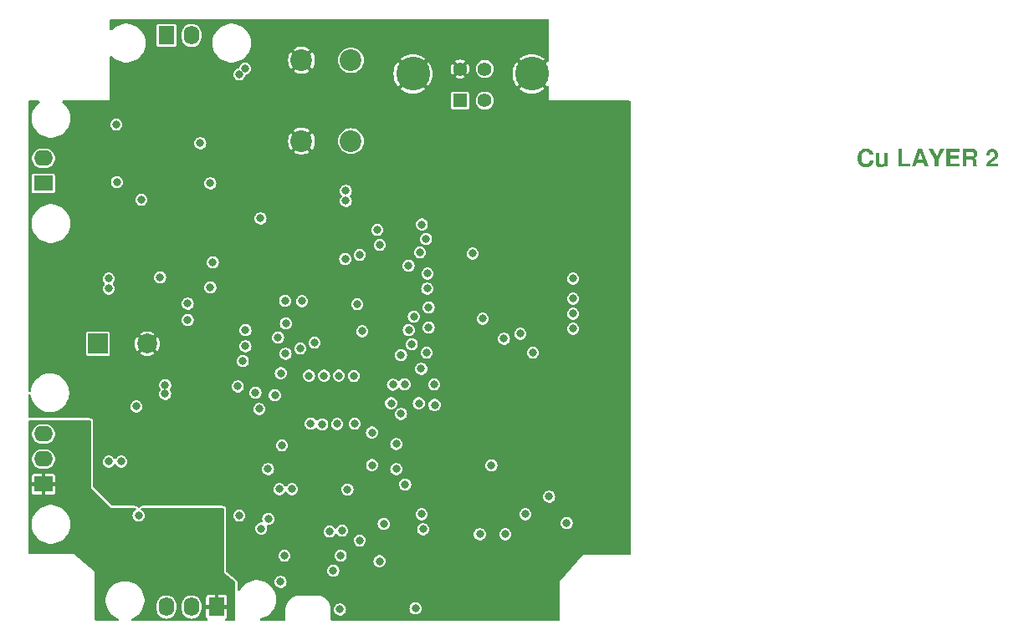
<source format=gbr>
%TF.GenerationSoftware,KiCad,Pcbnew,8.0.5-8.0.5-0~ubuntu22.04.1*%
%TF.CreationDate,2024-09-14T12:25:00-07:00*%
%TF.ProjectId,IMU-2X,494d552d-3258-42e6-9b69-6361645f7063,2*%
%TF.SameCoordinates,Original*%
%TF.FileFunction,Copper,L2,Inr*%
%TF.FilePolarity,Positive*%
%FSLAX46Y46*%
G04 Gerber Fmt 4.6, Leading zero omitted, Abs format (unit mm)*
G04 Created by KiCad (PCBNEW 8.0.5-8.0.5-0~ubuntu22.04.1) date 2024-09-14 12:25:00*
%MOMM*%
%LPD*%
G01*
G04 APERTURE LIST*
%ADD10C,0.300000*%
%TA.AperFunction,NonConductor*%
%ADD11C,0.300000*%
%TD*%
%TA.AperFunction,ComponentPad*%
%ADD12R,1.905000X1.600200*%
%TD*%
%TA.AperFunction,ComponentPad*%
%ADD13O,1.905000X1.600200*%
%TD*%
%TA.AperFunction,ComponentPad*%
%ADD14C,2.200000*%
%TD*%
%TA.AperFunction,ComponentPad*%
%ADD15R,1.600200X1.905000*%
%TD*%
%TA.AperFunction,ComponentPad*%
%ADD16O,1.600200X1.905000*%
%TD*%
%TA.AperFunction,ComponentPad*%
%ADD17R,1.400000X1.400000*%
%TD*%
%TA.AperFunction,ComponentPad*%
%ADD18C,1.400000*%
%TD*%
%TA.AperFunction,ComponentPad*%
%ADD19C,3.429000*%
%TD*%
%TA.AperFunction,ComponentPad*%
%ADD20R,2.000000X2.000000*%
%TD*%
%TA.AperFunction,ComponentPad*%
%ADD21C,2.000000*%
%TD*%
%TA.AperFunction,ViaPad*%
%ADD22C,0.812800*%
%TD*%
G04 APERTURE END LIST*
D10*
D11*
G36*
X214698400Y-85487224D02*
G01*
X214670320Y-85392770D01*
X214630046Y-85314324D01*
X214565624Y-85241322D01*
X214483645Y-85191374D01*
X214384109Y-85164478D01*
X214307997Y-85159355D01*
X214215208Y-85167501D01*
X214131769Y-85191938D01*
X214047861Y-85239816D01*
X213976167Y-85308973D01*
X213960152Y-85329586D01*
X213911420Y-85410231D01*
X213874656Y-85503594D01*
X213852672Y-85593741D01*
X213839481Y-85693232D01*
X213835206Y-85783278D01*
X213835084Y-85802065D01*
X213838042Y-85891980D01*
X213849401Y-85991481D01*
X213869279Y-86081821D01*
X213903236Y-86175641D01*
X213948790Y-86256992D01*
X213956244Y-86267596D01*
X214014033Y-86332911D01*
X214091326Y-86387914D01*
X214180614Y-86421963D01*
X214268583Y-86434567D01*
X214295404Y-86435222D01*
X214388315Y-86427699D01*
X214478578Y-86401694D01*
X214555185Y-86357114D01*
X214575504Y-86340118D01*
X214632662Y-86272875D01*
X214672772Y-86190026D01*
X214694295Y-86102118D01*
X214698400Y-86070006D01*
X215063616Y-86070006D01*
X215053356Y-86164567D01*
X215033701Y-86252830D01*
X215004654Y-86334795D01*
X214957397Y-86424840D01*
X214896613Y-86505817D01*
X214835628Y-86566370D01*
X214752376Y-86628797D01*
X214675979Y-86670953D01*
X214593200Y-86704140D01*
X214504038Y-86728357D01*
X214408494Y-86743605D01*
X214306567Y-86749884D01*
X214285416Y-86750063D01*
X214192877Y-86746060D01*
X214105250Y-86734050D01*
X214002626Y-86707778D01*
X213907677Y-86668995D01*
X213820405Y-86617702D01*
X213740808Y-86553898D01*
X213682657Y-86493848D01*
X213618478Y-86409285D01*
X213565177Y-86315732D01*
X213530368Y-86234416D01*
X213502521Y-86147346D01*
X213481636Y-86054522D01*
X213467712Y-85955944D01*
X213460750Y-85851612D01*
X213459880Y-85797289D01*
X213463395Y-85689449D01*
X213473939Y-85587403D01*
X213491514Y-85491153D01*
X213516117Y-85400697D01*
X213547751Y-85316036D01*
X213586414Y-85237170D01*
X213644628Y-85146736D01*
X213684829Y-85096821D01*
X213759163Y-85022634D01*
X213841299Y-84961020D01*
X213931240Y-84911981D01*
X214028983Y-84875516D01*
X214134529Y-84851625D01*
X214224585Y-84841566D01*
X214295404Y-84839303D01*
X214393393Y-84843522D01*
X214485699Y-84856181D01*
X214572323Y-84877280D01*
X214668770Y-84913737D01*
X214757035Y-84962348D01*
X214824337Y-85012140D01*
X214895456Y-85081371D01*
X214953782Y-85159762D01*
X214999313Y-85247314D01*
X215032051Y-85344026D01*
X215049559Y-85431616D01*
X215055800Y-85487224D01*
X214698400Y-85487224D01*
G37*
G36*
X216524914Y-86692741D02*
G01*
X216174897Y-86692741D01*
X216174897Y-86532497D01*
X216116460Y-86606436D01*
X216049931Y-86665077D01*
X215962087Y-86714156D01*
X215878027Y-86739652D01*
X215785875Y-86749851D01*
X215769729Y-86750063D01*
X215680276Y-86744203D01*
X215589291Y-86723155D01*
X215510303Y-86686799D01*
X215435780Y-86627601D01*
X215378262Y-86550781D01*
X215342937Y-86469173D01*
X215322486Y-86375026D01*
X215316792Y-86282361D01*
X215316792Y-85342180D01*
X215667243Y-85342180D01*
X215667243Y-86209839D01*
X215678007Y-86304428D01*
X215716670Y-86384081D01*
X215793777Y-86437421D01*
X215892192Y-86452593D01*
X215980863Y-86442394D01*
X216060935Y-86408329D01*
X216097164Y-86380071D01*
X216150302Y-86307470D01*
X216173683Y-86216584D01*
X216174897Y-86187257D01*
X216174897Y-85342180D01*
X216524914Y-85342180D01*
X216524914Y-86692741D01*
G37*
G36*
X217946259Y-84869267D02*
G01*
X217946259Y-86380071D01*
X218819130Y-86380071D01*
X218819130Y-86692741D01*
X217571055Y-86692741D01*
X217571055Y-84869267D01*
X217946259Y-84869267D01*
G37*
G36*
X220630009Y-86692741D02*
G01*
X220244818Y-86692741D01*
X220124961Y-86324919D01*
X219441864Y-86324919D01*
X219319401Y-86692741D01*
X218936815Y-86692741D01*
X219178447Y-86012249D01*
X219546956Y-86012249D01*
X220022040Y-86012249D01*
X219784498Y-85299622D01*
X219546956Y-86012249D01*
X219178447Y-86012249D01*
X219584302Y-84869267D01*
X219999893Y-84869267D01*
X220630009Y-86692741D01*
G37*
G36*
X221650964Y-86017460D02*
G01*
X221650964Y-86692741D01*
X221275760Y-86692741D01*
X221275760Y-86017460D01*
X220670396Y-84869267D01*
X221088158Y-84869267D01*
X221460756Y-85674826D01*
X221808167Y-84869267D01*
X222228534Y-84869267D01*
X221650964Y-86017460D01*
G37*
G36*
X222820436Y-85907157D02*
G01*
X222820436Y-86380071D01*
X223808386Y-86380071D01*
X223808386Y-86692741D01*
X222445232Y-86692741D01*
X222445232Y-84869267D01*
X223763223Y-84869267D01*
X223763223Y-85181937D01*
X222820436Y-85181937D01*
X222820436Y-85594487D01*
X223693306Y-85594487D01*
X223693306Y-85907157D01*
X222820436Y-85907157D01*
G37*
G36*
X225170423Y-84874911D02*
G01*
X225260051Y-84893944D01*
X225320058Y-84917036D01*
X225399035Y-84964272D01*
X225462438Y-85027796D01*
X225472485Y-85042104D01*
X225516563Y-85119837D01*
X225546310Y-85198439D01*
X225563930Y-85283792D01*
X225568891Y-85362156D01*
X225561375Y-85460162D01*
X225538824Y-85547906D01*
X225491918Y-85639651D01*
X225423364Y-85716617D01*
X225349698Y-85769467D01*
X225260998Y-85812054D01*
X225342830Y-85847392D01*
X225361313Y-85856348D01*
X225427321Y-85910197D01*
X225472485Y-85977508D01*
X225491538Y-86063626D01*
X225495067Y-86087377D01*
X225504883Y-86176582D01*
X225508529Y-86245015D01*
X225510972Y-86334302D01*
X225512926Y-86429365D01*
X225513740Y-86475174D01*
X225531393Y-86560435D01*
X225594079Y-86624995D01*
X225594079Y-86692741D01*
X225191082Y-86692741D01*
X225155583Y-86609489D01*
X225145050Y-86567673D01*
X225135920Y-86478818D01*
X225133770Y-86387984D01*
X225133759Y-86380071D01*
X225134785Y-86292164D01*
X225135930Y-86262385D01*
X225138536Y-86187257D01*
X225127980Y-86099078D01*
X225083385Y-86021369D01*
X225006128Y-85981046D01*
X224913793Y-85969742D01*
X224906205Y-85969691D01*
X224475850Y-85969691D01*
X224475850Y-86692741D01*
X224100646Y-86692741D01*
X224100646Y-85657021D01*
X224475850Y-85657021D01*
X224928352Y-85657021D01*
X225018611Y-85650365D01*
X225104985Y-85623323D01*
X225127245Y-85609687D01*
X225177077Y-85537056D01*
X225192649Y-85449952D01*
X225193688Y-85414702D01*
X225184527Y-85322754D01*
X225143815Y-85241383D01*
X225128548Y-85228403D01*
X225045929Y-85193553D01*
X224953061Y-85182345D01*
X224928352Y-85181937D01*
X224475850Y-85181937D01*
X224475850Y-85657021D01*
X224100646Y-85657021D01*
X224100646Y-84869267D01*
X225078608Y-84869267D01*
X225170423Y-84874911D01*
G37*
G36*
X227675939Y-85444666D02*
G01*
X227669705Y-85534276D01*
X227648447Y-85626674D01*
X227612103Y-85712607D01*
X227564460Y-85790442D01*
X227508709Y-85859142D01*
X227450991Y-85913671D01*
X227383251Y-85968065D01*
X227308066Y-86024125D01*
X227250795Y-86063927D01*
X227174969Y-86117158D01*
X227101218Y-86173931D01*
X227053205Y-86213748D01*
X226989633Y-86275203D01*
X226935070Y-86348290D01*
X226918149Y-86380071D01*
X227668557Y-86380071D01*
X227668557Y-86692741D01*
X226463041Y-86692741D01*
X226470343Y-86604451D01*
X226485385Y-86510438D01*
X226507451Y-86426109D01*
X226541269Y-86341591D01*
X226561618Y-86304074D01*
X226613486Y-86231145D01*
X226673075Y-86165952D01*
X226745921Y-86099470D01*
X226818913Y-86041460D01*
X226872986Y-86002261D01*
X226959257Y-85940805D01*
X227035139Y-85884543D01*
X227112482Y-85823887D01*
X227183806Y-85762577D01*
X227245584Y-85698711D01*
X227294540Y-85617612D01*
X227319568Y-85531255D01*
X227325923Y-85452049D01*
X227316579Y-85360589D01*
X227285370Y-85279287D01*
X227259480Y-85243168D01*
X227186243Y-85188308D01*
X227097399Y-85167409D01*
X227075787Y-85166738D01*
X226987219Y-85180427D01*
X226911555Y-85225787D01*
X226889488Y-85249682D01*
X226846469Y-85327400D01*
X226826225Y-85418097D01*
X226823045Y-85479407D01*
X226823045Y-85537165D01*
X226487794Y-85537165D01*
X226485622Y-85474631D01*
X226491027Y-85373944D01*
X226507241Y-85281960D01*
X226534263Y-85198678D01*
X226579451Y-85112514D01*
X226639352Y-85038195D01*
X226712427Y-84977280D01*
X226797139Y-84931326D01*
X226893488Y-84900334D01*
X226985334Y-84885677D01*
X227068404Y-84881861D01*
X227169350Y-84887219D01*
X227262113Y-84903296D01*
X227346693Y-84930089D01*
X227435026Y-84974894D01*
X227512222Y-85034287D01*
X227576014Y-85106023D01*
X227624138Y-85187859D01*
X227656594Y-85279793D01*
X227671942Y-85366632D01*
X227675939Y-85444666D01*
G37*
D12*
%TO.N,GND2*%
%TO.C,J5*%
X131064000Y-118872000D03*
D13*
%TO.N,/PWM-Heading/5V_RATE*%
X131064000Y-116332000D03*
%TO.N,Net-(J5-Pin_3)*%
X131064000Y-113792000D03*
%TD*%
D14*
%TO.N,/V_{BAT}*%
%TO.C,J2*%
X162178500Y-75910500D03*
%TO.N,GND*%
X157178500Y-75910500D03*
%TO.N,/V_{BAT}*%
X162178500Y-84110500D03*
%TO.N,GND*%
X157178500Y-84110500D03*
%TD*%
D15*
%TO.N,GND2*%
%TO.C,J7*%
X148590000Y-131318000D03*
D16*
%TO.N,/PWM-Heading/5V_HDG*%
X146050000Y-131318000D03*
%TO.N,Net-(J7-Pin_3)*%
X143510000Y-131318000D03*
%TD*%
D15*
%TO.N,/CAN_L*%
%TO.C,J1*%
X143510000Y-73406000D03*
D16*
%TO.N,/CAN_H*%
X146050000Y-73406000D03*
%TD*%
D17*
%TO.N,Net-(J3-VBUS)*%
%TO.C,J3*%
X173228000Y-80010000D03*
D18*
%TO.N,/USB_D-*%
X175728000Y-80010000D03*
%TO.N,/USB_D+*%
X175728000Y-76810000D03*
%TO.N,GND*%
X173228000Y-76810000D03*
D19*
X180498000Y-77300000D03*
X168458000Y-77300000D03*
%TD*%
D12*
%TO.N,/CAN_L*%
%TO.C,J4*%
X131064000Y-88392000D03*
D13*
%TO.N,/CAN_H*%
X131064000Y-85852000D03*
%TD*%
D20*
%TO.N,/Power Supply/V_{BAT_MON}*%
%TO.C,C5*%
X136570323Y-104648000D03*
D21*
%TO.N,GND*%
X141570323Y-104648000D03*
%TD*%
D22*
%TO.N,+3V3*%
X184023000Y-122809000D03*
X169895020Y-99060000D03*
X161823400Y-119405400D03*
X169494200Y-123444000D03*
X145669000Y-102235000D03*
X160401000Y-127635000D03*
X145669000Y-100584000D03*
X150876000Y-122047000D03*
X184658000Y-101600000D03*
X161671000Y-90170000D03*
X184658000Y-103124000D03*
X155524200Y-100304600D03*
X160959800Y-107873800D03*
X162814000Y-100634800D03*
X152908000Y-111252000D03*
X161671000Y-89154000D03*
X167670000Y-118900000D03*
X165074600Y-126669800D03*
X155092400Y-107619800D03*
X177800000Y-123952000D03*
X143383000Y-109728000D03*
X138430000Y-82423000D03*
X138500000Y-88265000D03*
X143383000Y-108839000D03*
X182245000Y-120142000D03*
X142875000Y-97917000D03*
X169926000Y-97536000D03*
X162483800Y-107899200D03*
%TO.N,GND*%
X140970000Y-96647000D03*
X143129000Y-84836000D03*
X143891000Y-112268000D03*
X173990000Y-101092000D03*
X162788600Y-106400600D03*
X160274000Y-129540000D03*
X168910000Y-84709000D03*
X173736000Y-92583000D03*
X180975000Y-92583000D03*
X175420000Y-108990000D03*
X138938000Y-110998000D03*
X173294877Y-115473980D03*
X162788600Y-104876600D03*
X168148000Y-115473980D03*
X174000900Y-107548920D03*
X168325800Y-126695200D03*
X180594000Y-100076000D03*
X158115000Y-92964000D03*
X180594000Y-96012000D03*
X151257000Y-127508000D03*
X178880000Y-113820000D03*
X185166000Y-124968000D03*
X143891000Y-114300000D03*
X175420000Y-110998000D03*
X171958000Y-115473980D03*
X172008800Y-120472200D03*
X149606000Y-100584000D03*
X151358600Y-107619800D03*
X166598600Y-100330000D03*
X182190000Y-115470000D03*
X155321000Y-127635000D03*
X180594000Y-98044000D03*
X155244800Y-92964000D03*
X182200000Y-111570000D03*
X147955000Y-97917000D03*
X152908000Y-115951000D03*
X141224000Y-81407000D03*
X139333170Y-119521170D03*
X163733980Y-110617000D03*
X173990000Y-97282000D03*
X149504753Y-105892953D03*
X151384000Y-99314000D03*
X180594000Y-102362000D03*
X173990000Y-98806000D03*
X169545000Y-124968000D03*
X166573200Y-99085400D03*
X143129000Y-99695000D03*
X178860000Y-118950000D03*
X174117000Y-103505000D03*
X180594000Y-107569000D03*
X155448000Y-96520000D03*
X160619998Y-119408001D03*
X158267400Y-106654600D03*
%TO.N,+5V*%
X146939000Y-84328000D03*
X147955000Y-88392000D03*
%TO.N,/V_{BAT}*%
X151474497Y-76744503D03*
X150876000Y-77343000D03*
X140970000Y-90043000D03*
%TO.N,/Power Supply/V_{BAT_MON}*%
X137668000Y-99060000D03*
X137668000Y-98044000D03*
X138938000Y-116586000D03*
%TO.N,/T_SWDIO*%
X152527000Y-109601000D03*
X161290000Y-123571000D03*
X158496000Y-104521000D03*
%TO.N,/T_SWCLK*%
X157061502Y-105118502D03*
X150718020Y-108966000D03*
X160020000Y-123672600D03*
%TO.N,/~{T_NRST}*%
X156210000Y-119380000D03*
X155591490Y-102599510D03*
X155194000Y-114935000D03*
X169341800Y-121920000D03*
%TO.N,/T_VCP_RX*%
X153797000Y-117348000D03*
X159273693Y-112798569D03*
%TO.N,/T_VCP_TX*%
X154940000Y-119380000D03*
X158115000Y-112744520D03*
%TO.N,/SCK_TDK*%
X170650000Y-110850000D03*
%TO.N,/~{CS_TDK}*%
X170612037Y-108763037D03*
%TO.N,/TDK_PWR_EN*%
X169291353Y-107188353D03*
%TO.N,/LED1_RED*%
X154813000Y-104013000D03*
X148209000Y-96393000D03*
%TO.N,/LED1_GRN*%
X151511000Y-103275900D03*
X147955000Y-98933000D03*
%TO.N,/LED2_RED*%
X151231600Y-106400600D03*
X155448000Y-126111000D03*
X153822400Y-122402600D03*
%TO.N,/LED2_GRN*%
X153091380Y-123367800D03*
X155067000Y-128778000D03*
X151511000Y-104902000D03*
%TO.N,/MOSI_TDK*%
X169051707Y-110678493D03*
%TO.N,/MISO_TDK*%
X164320000Y-113639600D03*
%TO.N,/INT_TDK*%
X166250490Y-110675290D03*
X155569004Y-105652177D03*
%TO.N,/FSYNC_TDK*%
X167609194Y-108768380D03*
%TO.N,/MOSI_DUE*%
X164846000Y-93091000D03*
X169350000Y-92552020D03*
%TO.N,/~{CS_DUE}*%
X169775000Y-94025000D03*
X165100000Y-94615000D03*
%TO.N,/SCK_DUE*%
X169164000Y-95377000D03*
X163068000Y-95631000D03*
%TO.N,/MISO_DUE*%
X161598590Y-96066590D03*
X168021000Y-96743520D03*
%TO.N,/~{RESET_UNO}*%
X169849300Y-105537000D03*
X154482300Y-109855000D03*
%TO.N,/MOSI_UNO*%
X168029910Y-103259910D03*
X175514000Y-102108000D03*
%TO.N,/~{CS_UNO}*%
X180594000Y-105537000D03*
X166435014Y-108791166D03*
%TO.N,/SCK_UNO*%
X177673000Y-104140000D03*
X168329590Y-104702590D03*
%TO.N,/MISO_UNO*%
X179324000Y-103632000D03*
X167250090Y-105782090D03*
%TO.N,/~{RESET_DUE}*%
X168550000Y-101900000D03*
X174498000Y-95504000D03*
%TO.N,/~{CS_TDK_ST}*%
X176403000Y-116967000D03*
X164331420Y-116942600D03*
%TO.N,/MOSI_TDK_ST*%
X166770000Y-117346480D03*
X166770000Y-114800000D03*
%TO.N,Net-(U3-VOUT)*%
X153035000Y-91948000D03*
%TO.N,/PWM-Heading/5V_ISO*%
X140690600Y-122047000D03*
%TO.N,GND2*%
X140741400Y-127660400D03*
%TO.N,Net-(R26-Pad2)*%
X161137600Y-126111000D03*
%TO.N,/PWM_RATE*%
X160782000Y-112776000D03*
X163068000Y-124567180D03*
%TO.N,/PWM_HEADING*%
X162560000Y-112744520D03*
X165506400Y-122910600D03*
%TO.N,Net-(U5-VDDA-DUE)*%
X184658000Y-98044000D03*
%TO.N,Net-(U7-PB8{slash}BOOT0)*%
X157226000Y-100330000D03*
%TO.N,Net-(U5-VDDD-UNO)*%
X184658000Y-100076000D03*
%TO.N,Net-(U5-VDDD-DUE)*%
X170053000Y-100965000D03*
%TO.N,Net-(U5-VDDA-UNO)*%
X170053000Y-102997000D03*
%TO.N,Net-(U7-PA8{slash}ADC5_IN1)*%
X163322000Y-103378000D03*
%TO.N,Net-(U7-VREF+{slash}VREFBUF_OUT)*%
X157937200Y-107873800D03*
X159461200Y-107873800D03*
%TO.N,Net-(U10-VCCB)*%
X167246210Y-111747210D03*
%TO.N,Net-(C40-Pad2)*%
X179832000Y-121920000D03*
%TO.N,Net-(C43-Pad1)*%
X175224000Y-123952000D03*
%TO.N,Net-(D6-KA)*%
X161061400Y-131572000D03*
%TO.N,Net-(D7-KA)*%
X168706800Y-131470400D03*
%TO.N,Net-(U9-FB)*%
X140462000Y-110998000D03*
%TO.N,Net-(U9-EN)*%
X137668000Y-116586000D03*
%TD*%
%TA.AperFunction,Conductor*%
%TO.N,GND2*%
G36*
X135833039Y-112414685D02*
G01*
X135878794Y-112467489D01*
X135890000Y-112519000D01*
X135890000Y-119253000D01*
X137922000Y-121285000D01*
X140326558Y-121285000D01*
X140393597Y-121304685D01*
X140439352Y-121357489D01*
X140449296Y-121426647D01*
X140420271Y-121490203D01*
X140384183Y-121518797D01*
X140341476Y-121541210D01*
X140230584Y-121639452D01*
X140230578Y-121639459D01*
X140146417Y-121761387D01*
X140093878Y-121899920D01*
X140093877Y-121899922D01*
X140076019Y-122047000D01*
X140093877Y-122194077D01*
X140093878Y-122194079D01*
X140146416Y-122332610D01*
X140230580Y-122454543D01*
X140230582Y-122454545D01*
X140230584Y-122454547D01*
X140341476Y-122552789D01*
X140341478Y-122552790D01*
X140472667Y-122621643D01*
X140544593Y-122639371D01*
X140616519Y-122657100D01*
X140616520Y-122657100D01*
X140764681Y-122657100D01*
X140812631Y-122645281D01*
X140908533Y-122621643D01*
X141039722Y-122552790D01*
X141150620Y-122454543D01*
X141234784Y-122332610D01*
X141287322Y-122194079D01*
X141305181Y-122047000D01*
X141287322Y-121899921D01*
X141234784Y-121761390D01*
X141150620Y-121639457D01*
X141150617Y-121639454D01*
X141150615Y-121639452D01*
X141039723Y-121541210D01*
X140997017Y-121518797D01*
X140946804Y-121470212D01*
X140930829Y-121402194D01*
X140954164Y-121336336D01*
X141009400Y-121293548D01*
X141054642Y-121285000D01*
X149228000Y-121285000D01*
X149295039Y-121304685D01*
X149340794Y-121357489D01*
X149352000Y-121409000D01*
X149352000Y-127889000D01*
X150447130Y-128740768D01*
X150487961Y-128797463D01*
X150495000Y-128838646D01*
X150495000Y-132591000D01*
X150475315Y-132658039D01*
X150422511Y-132703794D01*
X150371000Y-132715000D01*
X149590821Y-132715000D01*
X149523782Y-132695315D01*
X149478027Y-132642511D01*
X149468083Y-132573353D01*
X149497108Y-132509797D01*
X149521929Y-132487898D01*
X149573224Y-132453622D01*
X149629363Y-132369604D01*
X149629364Y-132369603D01*
X149644099Y-132295521D01*
X149644100Y-132295518D01*
X149644100Y-131508500D01*
X149104320Y-131508500D01*
X149136100Y-131389895D01*
X149136100Y-131246105D01*
X149104320Y-131127500D01*
X149644099Y-131127500D01*
X149644099Y-130340485D01*
X149629362Y-130266393D01*
X149629361Y-130266390D01*
X149573223Y-130182376D01*
X149489204Y-130126236D01*
X149489203Y-130126235D01*
X149415121Y-130111500D01*
X148780500Y-130111500D01*
X148780500Y-130803680D01*
X148661895Y-130771900D01*
X148518105Y-130771900D01*
X148399500Y-130803680D01*
X148399500Y-130111500D01*
X147764885Y-130111500D01*
X147690793Y-130126237D01*
X147690790Y-130126238D01*
X147606776Y-130182376D01*
X147550636Y-130266395D01*
X147550635Y-130266396D01*
X147535900Y-130340478D01*
X147535900Y-131127500D01*
X148075680Y-131127500D01*
X148043900Y-131246105D01*
X148043900Y-131389895D01*
X148075680Y-131508500D01*
X147535901Y-131508500D01*
X147535901Y-132295514D01*
X147550637Y-132369606D01*
X147550638Y-132369609D01*
X147606776Y-132453623D01*
X147658071Y-132487898D01*
X147702876Y-132541510D01*
X147711583Y-132610835D01*
X147681429Y-132673863D01*
X147621986Y-132710582D01*
X147589180Y-132715000D01*
X146197277Y-132715000D01*
X146130238Y-132695315D01*
X146084483Y-132642511D01*
X146074539Y-132573353D01*
X146103564Y-132509797D01*
X146162342Y-132472023D01*
X146173086Y-132469383D01*
X146258448Y-132452402D01*
X146342798Y-132435625D01*
X146525478Y-132359956D01*
X146689885Y-132250102D01*
X146829702Y-132110285D01*
X146939556Y-131945878D01*
X147015225Y-131763198D01*
X147053800Y-131569266D01*
X147053800Y-131066734D01*
X147015225Y-130872802D01*
X146939556Y-130690122D01*
X146829702Y-130525715D01*
X146829699Y-130525711D01*
X146689888Y-130385900D01*
X146689884Y-130385897D01*
X146525475Y-130276042D01*
X146342798Y-130200375D01*
X146342790Y-130200373D01*
X146148870Y-130161800D01*
X146148866Y-130161800D01*
X145951134Y-130161800D01*
X145951129Y-130161800D01*
X145757209Y-130200373D01*
X145757201Y-130200375D01*
X145574524Y-130276042D01*
X145410115Y-130385897D01*
X145410111Y-130385900D01*
X145270300Y-130525711D01*
X145270297Y-130525715D01*
X145160442Y-130690124D01*
X145084775Y-130872801D01*
X145084773Y-130872809D01*
X145046200Y-131066729D01*
X145046200Y-131569270D01*
X145084773Y-131763190D01*
X145084775Y-131763198D01*
X145160442Y-131945875D01*
X145270297Y-132110284D01*
X145270300Y-132110288D01*
X145410111Y-132250099D01*
X145410115Y-132250102D01*
X145574522Y-132359956D01*
X145757202Y-132435625D01*
X145824413Y-132448994D01*
X145926914Y-132469383D01*
X145988825Y-132501768D01*
X146023399Y-132562483D01*
X146019660Y-132632253D01*
X145978794Y-132688925D01*
X145913776Y-132714506D01*
X145902723Y-132715000D01*
X143657277Y-132715000D01*
X143590238Y-132695315D01*
X143544483Y-132642511D01*
X143534539Y-132573353D01*
X143563564Y-132509797D01*
X143622342Y-132472023D01*
X143633086Y-132469383D01*
X143718448Y-132452402D01*
X143802798Y-132435625D01*
X143985478Y-132359956D01*
X144149885Y-132250102D01*
X144289702Y-132110285D01*
X144399556Y-131945878D01*
X144475225Y-131763198D01*
X144513800Y-131569266D01*
X144513800Y-131066734D01*
X144475225Y-130872802D01*
X144399556Y-130690122D01*
X144289702Y-130525715D01*
X144289699Y-130525711D01*
X144149888Y-130385900D01*
X144149884Y-130385897D01*
X143985475Y-130276042D01*
X143802798Y-130200375D01*
X143802790Y-130200373D01*
X143608870Y-130161800D01*
X143608866Y-130161800D01*
X143411134Y-130161800D01*
X143411129Y-130161800D01*
X143217209Y-130200373D01*
X143217201Y-130200375D01*
X143034524Y-130276042D01*
X142870115Y-130385897D01*
X142870111Y-130385900D01*
X142730300Y-130525711D01*
X142730297Y-130525715D01*
X142620442Y-130690124D01*
X142544775Y-130872801D01*
X142544773Y-130872809D01*
X142506200Y-131066729D01*
X142506200Y-131569270D01*
X142544773Y-131763190D01*
X142544775Y-131763198D01*
X142620442Y-131945875D01*
X142730297Y-132110284D01*
X142730300Y-132110288D01*
X142870111Y-132250099D01*
X142870115Y-132250102D01*
X143034522Y-132359956D01*
X143217202Y-132435625D01*
X143284413Y-132448994D01*
X143386914Y-132469383D01*
X143448825Y-132501768D01*
X143483399Y-132562483D01*
X143479660Y-132632253D01*
X143438794Y-132688925D01*
X143373776Y-132714506D01*
X143362723Y-132715000D01*
X140080131Y-132715000D01*
X140013092Y-132695315D01*
X139967337Y-132642511D01*
X139957393Y-132573353D01*
X139986418Y-132509797D01*
X140032678Y-132476439D01*
X140098658Y-132449109D01*
X140191333Y-132410722D01*
X140412967Y-132282761D01*
X140616003Y-132126966D01*
X140796966Y-131946003D01*
X140952761Y-131742967D01*
X141080722Y-131521333D01*
X141178658Y-131284893D01*
X141244896Y-131037692D01*
X141278300Y-130783961D01*
X141278300Y-130528039D01*
X141244896Y-130274308D01*
X141178658Y-130027107D01*
X141080722Y-129790667D01*
X141080720Y-129790664D01*
X141080718Y-129790659D01*
X140952765Y-129569040D01*
X140952761Y-129569033D01*
X140796966Y-129365997D01*
X140796961Y-129365991D01*
X140616008Y-129185038D01*
X140616001Y-129185032D01*
X140412975Y-129029245D01*
X140412973Y-129029243D01*
X140412967Y-129029239D01*
X140412962Y-129029236D01*
X140412959Y-129029234D01*
X140191340Y-128901281D01*
X140191323Y-128901273D01*
X139954900Y-128803344D01*
X139932952Y-128797463D01*
X139707692Y-128737104D01*
X139707691Y-128737103D01*
X139707688Y-128737103D01*
X139453971Y-128703701D01*
X139453966Y-128703700D01*
X139453961Y-128703700D01*
X139198039Y-128703700D01*
X139198033Y-128703700D01*
X139198028Y-128703701D01*
X138944311Y-128737103D01*
X138697099Y-128803344D01*
X138460676Y-128901273D01*
X138460659Y-128901281D01*
X138239040Y-129029234D01*
X138239024Y-129029245D01*
X138035998Y-129185032D01*
X138035991Y-129185038D01*
X137855038Y-129365991D01*
X137855032Y-129365998D01*
X137699245Y-129569024D01*
X137699234Y-129569040D01*
X137571281Y-129790659D01*
X137571273Y-129790676D01*
X137473344Y-130027099D01*
X137407103Y-130274311D01*
X137373701Y-130528028D01*
X137373700Y-130528045D01*
X137373700Y-130783954D01*
X137373701Y-130783971D01*
X137407103Y-131037688D01*
X137473344Y-131284900D01*
X137571273Y-131521323D01*
X137571281Y-131521340D01*
X137699234Y-131742959D01*
X137699245Y-131742975D01*
X137855032Y-131946001D01*
X137855038Y-131946008D01*
X138035991Y-132126961D01*
X138035997Y-132126966D01*
X138239033Y-132282761D01*
X138239040Y-132282765D01*
X138460659Y-132410718D01*
X138460664Y-132410720D01*
X138460667Y-132410722D01*
X138520786Y-132435624D01*
X138619322Y-132476439D01*
X138673725Y-132520280D01*
X138695790Y-132586574D01*
X138678511Y-132654273D01*
X138627374Y-132701884D01*
X138571869Y-132715000D01*
X136395000Y-132715000D01*
X136327961Y-132695315D01*
X136282206Y-132642511D01*
X136271000Y-132591000D01*
X136271000Y-127762000D01*
X134112000Y-125984000D01*
X129664000Y-125984000D01*
X129596961Y-125964315D01*
X129551206Y-125911511D01*
X129540000Y-125860000D01*
X129540000Y-122808045D01*
X129873700Y-122808045D01*
X129873700Y-123063954D01*
X129873701Y-123063971D01*
X129907103Y-123317688D01*
X129973344Y-123564900D01*
X130071273Y-123801323D01*
X130071281Y-123801340D01*
X130199234Y-124022959D01*
X130199245Y-124022975D01*
X130355032Y-124226001D01*
X130355038Y-124226008D01*
X130535991Y-124406961D01*
X130535997Y-124406966D01*
X130739033Y-124562761D01*
X130739040Y-124562765D01*
X130960659Y-124690718D01*
X130960664Y-124690720D01*
X130960667Y-124690722D01*
X130960671Y-124690723D01*
X130960676Y-124690726D01*
X131197099Y-124788655D01*
X131197101Y-124788655D01*
X131197107Y-124788658D01*
X131444308Y-124854896D01*
X131698039Y-124888300D01*
X131698046Y-124888300D01*
X131953954Y-124888300D01*
X131953961Y-124888300D01*
X132207692Y-124854896D01*
X132454893Y-124788658D01*
X132691333Y-124690722D01*
X132912967Y-124562761D01*
X133116003Y-124406966D01*
X133296966Y-124226003D01*
X133452761Y-124022967D01*
X133580722Y-123801333D01*
X133678658Y-123564893D01*
X133744896Y-123317692D01*
X133778300Y-123063961D01*
X133778300Y-122808039D01*
X133744896Y-122554308D01*
X133678658Y-122307107D01*
X133580722Y-122070667D01*
X133580720Y-122070664D01*
X133580718Y-122070659D01*
X133452765Y-121849040D01*
X133452761Y-121849033D01*
X133296966Y-121645997D01*
X133296961Y-121645991D01*
X133116008Y-121465038D01*
X133116001Y-121465032D01*
X132912975Y-121309245D01*
X132912973Y-121309243D01*
X132912967Y-121309239D01*
X132912962Y-121309236D01*
X132912959Y-121309234D01*
X132691340Y-121181281D01*
X132691323Y-121181273D01*
X132454900Y-121083344D01*
X132207688Y-121017103D01*
X131953971Y-120983701D01*
X131953966Y-120983700D01*
X131953961Y-120983700D01*
X131698039Y-120983700D01*
X131698033Y-120983700D01*
X131698028Y-120983701D01*
X131444311Y-121017103D01*
X131197099Y-121083344D01*
X130960676Y-121181273D01*
X130960659Y-121181281D01*
X130739040Y-121309234D01*
X130739024Y-121309245D01*
X130535998Y-121465032D01*
X130535991Y-121465038D01*
X130355038Y-121645991D01*
X130355032Y-121645998D01*
X130199245Y-121849024D01*
X130199234Y-121849040D01*
X130071281Y-122070659D01*
X130071273Y-122070676D01*
X129973344Y-122307099D01*
X129907103Y-122554311D01*
X129873701Y-122808028D01*
X129873700Y-122808045D01*
X129540000Y-122808045D01*
X129540000Y-118046878D01*
X129857500Y-118046878D01*
X129857500Y-118681500D01*
X130549680Y-118681500D01*
X130517900Y-118800105D01*
X130517900Y-118943895D01*
X130549680Y-119062500D01*
X129857501Y-119062500D01*
X129857501Y-119697114D01*
X129872237Y-119771206D01*
X129872238Y-119771209D01*
X129928376Y-119855223D01*
X130012395Y-119911363D01*
X130012396Y-119911364D01*
X130086480Y-119926099D01*
X130873499Y-119926099D01*
X130873500Y-119926098D01*
X130873500Y-119386319D01*
X130992105Y-119418100D01*
X131135895Y-119418100D01*
X131254500Y-119386319D01*
X131254500Y-119926099D01*
X132041515Y-119926099D01*
X132115606Y-119911362D01*
X132115609Y-119911361D01*
X132199623Y-119855223D01*
X132255763Y-119771204D01*
X132255764Y-119771203D01*
X132270499Y-119697121D01*
X132270500Y-119697118D01*
X132270500Y-119062500D01*
X131578320Y-119062500D01*
X131610100Y-118943895D01*
X131610100Y-118800105D01*
X131578320Y-118681500D01*
X132270499Y-118681500D01*
X132270499Y-118046885D01*
X132255762Y-117972793D01*
X132255761Y-117972790D01*
X132199623Y-117888776D01*
X132115604Y-117832636D01*
X132115603Y-117832635D01*
X132041521Y-117817900D01*
X131254500Y-117817900D01*
X131254500Y-118357680D01*
X131135895Y-118325900D01*
X130992105Y-118325900D01*
X130873500Y-118357680D01*
X130873500Y-117817900D01*
X130086485Y-117817900D01*
X130012393Y-117832637D01*
X130012390Y-117832638D01*
X129928376Y-117888776D01*
X129872236Y-117972795D01*
X129872235Y-117972796D01*
X129857500Y-118046878D01*
X129540000Y-118046878D01*
X129540000Y-116233129D01*
X129907800Y-116233129D01*
X129907800Y-116430870D01*
X129946373Y-116624790D01*
X129946375Y-116624798D01*
X130022042Y-116807475D01*
X130131897Y-116971884D01*
X130131900Y-116971888D01*
X130271711Y-117111699D01*
X130271715Y-117111702D01*
X130436122Y-117221556D01*
X130618802Y-117297225D01*
X130812729Y-117335799D01*
X130812733Y-117335800D01*
X130812734Y-117335800D01*
X131315267Y-117335800D01*
X131315268Y-117335799D01*
X131509198Y-117297225D01*
X131691878Y-117221556D01*
X131856285Y-117111702D01*
X131996102Y-116971885D01*
X132105956Y-116807478D01*
X132181625Y-116624798D01*
X132220200Y-116430866D01*
X132220200Y-116233134D01*
X132181625Y-116039202D01*
X132105956Y-115856522D01*
X131996102Y-115692115D01*
X131996099Y-115692111D01*
X131856288Y-115552300D01*
X131856284Y-115552297D01*
X131691875Y-115442442D01*
X131509198Y-115366775D01*
X131509190Y-115366773D01*
X131315270Y-115328200D01*
X131315266Y-115328200D01*
X130812734Y-115328200D01*
X130812729Y-115328200D01*
X130618809Y-115366773D01*
X130618801Y-115366775D01*
X130436124Y-115442442D01*
X130271715Y-115552297D01*
X130271711Y-115552300D01*
X130131900Y-115692111D01*
X130131897Y-115692115D01*
X130022042Y-115856524D01*
X129946375Y-116039201D01*
X129946373Y-116039209D01*
X129907800Y-116233129D01*
X129540000Y-116233129D01*
X129540000Y-113693129D01*
X129907800Y-113693129D01*
X129907800Y-113890870D01*
X129946373Y-114084790D01*
X129946375Y-114084798D01*
X130022042Y-114267475D01*
X130131897Y-114431884D01*
X130131900Y-114431888D01*
X130271711Y-114571699D01*
X130271715Y-114571702D01*
X130436122Y-114681556D01*
X130618802Y-114757225D01*
X130812729Y-114795799D01*
X130812733Y-114795800D01*
X130812734Y-114795800D01*
X131315267Y-114795800D01*
X131315268Y-114795799D01*
X131509198Y-114757225D01*
X131691878Y-114681556D01*
X131856285Y-114571702D01*
X131996102Y-114431885D01*
X132105956Y-114267478D01*
X132181625Y-114084798D01*
X132220200Y-113890866D01*
X132220200Y-113693134D01*
X132181625Y-113499202D01*
X132105956Y-113316522D01*
X131996102Y-113152115D01*
X131996099Y-113152111D01*
X131856288Y-113012300D01*
X131856284Y-113012297D01*
X131691875Y-112902442D01*
X131509198Y-112826775D01*
X131509190Y-112826773D01*
X131315270Y-112788200D01*
X131315266Y-112788200D01*
X130812734Y-112788200D01*
X130812729Y-112788200D01*
X130618809Y-112826773D01*
X130618801Y-112826775D01*
X130436124Y-112902442D01*
X130271715Y-113012297D01*
X130271711Y-113012300D01*
X130131900Y-113152111D01*
X130131897Y-113152115D01*
X130022042Y-113316524D01*
X129946375Y-113499201D01*
X129946373Y-113499209D01*
X129907800Y-113693129D01*
X129540000Y-113693129D01*
X129540000Y-112519000D01*
X129559685Y-112451961D01*
X129612489Y-112406206D01*
X129664000Y-112395000D01*
X135766000Y-112395000D01*
X135833039Y-112414685D01*
G37*
%TD.AperFunction*%
%TD*%
%TA.AperFunction,Conductor*%
%TO.N,GND*%
G36*
X182188039Y-71774685D02*
G01*
X182233794Y-71827489D01*
X182245000Y-71879000D01*
X182245000Y-75976371D01*
X182225315Y-76043410D01*
X182172511Y-76089165D01*
X182103353Y-76099109D01*
X182039797Y-76070084D01*
X182021733Y-76050682D01*
X182019589Y-76047818D01*
X182019588Y-76047817D01*
X181434677Y-76632728D01*
X181375171Y-76550825D01*
X181247175Y-76422829D01*
X181165269Y-76363321D01*
X181750181Y-75778410D01*
X181750181Y-75778409D01*
X181564972Y-75639764D01*
X181564964Y-75639759D01*
X181317838Y-75504818D01*
X181317834Y-75504816D01*
X181054000Y-75406412D01*
X180778870Y-75346561D01*
X180778863Y-75346560D01*
X180498001Y-75326472D01*
X180497999Y-75326472D01*
X180217136Y-75346560D01*
X180217129Y-75346561D01*
X179941999Y-75406412D01*
X179678165Y-75504816D01*
X179678161Y-75504818D01*
X179431035Y-75639759D01*
X179431027Y-75639764D01*
X179245817Y-75778409D01*
X179830729Y-76363321D01*
X179748825Y-76422829D01*
X179620829Y-76550825D01*
X179561321Y-76632729D01*
X178976409Y-76047817D01*
X178837764Y-76233027D01*
X178837759Y-76233035D01*
X178702818Y-76480161D01*
X178702816Y-76480165D01*
X178604412Y-76743999D01*
X178544561Y-77019129D01*
X178544560Y-77019136D01*
X178524472Y-77299998D01*
X178524472Y-77300001D01*
X178544560Y-77580863D01*
X178544561Y-77580870D01*
X178604412Y-77856000D01*
X178702816Y-78119834D01*
X178702818Y-78119838D01*
X178837759Y-78366964D01*
X178837764Y-78366972D01*
X178976409Y-78552181D01*
X178976410Y-78552181D01*
X179561321Y-77967269D01*
X179620829Y-78049175D01*
X179748825Y-78177171D01*
X179830729Y-78236677D01*
X179245817Y-78821588D01*
X179245818Y-78821589D01*
X179431027Y-78960235D01*
X179431035Y-78960240D01*
X179678161Y-79095181D01*
X179678165Y-79095183D01*
X179941999Y-79193587D01*
X180217129Y-79253438D01*
X180217136Y-79253439D01*
X180497999Y-79273528D01*
X180498001Y-79273528D01*
X180778863Y-79253439D01*
X180778870Y-79253438D01*
X181054000Y-79193587D01*
X181317834Y-79095183D01*
X181317838Y-79095181D01*
X181564964Y-78960240D01*
X181564965Y-78960239D01*
X181750181Y-78821588D01*
X181165270Y-78236677D01*
X181247175Y-78177171D01*
X181375171Y-78049175D01*
X181434677Y-77967270D01*
X182019588Y-78552181D01*
X182021733Y-78549316D01*
X182077666Y-78507444D01*
X182147358Y-78502460D01*
X182208681Y-78535944D01*
X182242166Y-78597267D01*
X182245000Y-78623626D01*
X182245000Y-80010000D01*
X190376000Y-80010000D01*
X190443039Y-80029685D01*
X190488794Y-80082489D01*
X190500000Y-80134000D01*
X190500000Y-125910800D01*
X190480315Y-125977839D01*
X190427511Y-126023594D01*
X190376000Y-126034800D01*
X185699400Y-126034800D01*
X183286400Y-128778000D01*
X183286400Y-132565666D01*
X183266715Y-132632705D01*
X183213911Y-132678460D01*
X183162467Y-132689666D01*
X160271567Y-132702032D01*
X160204517Y-132682384D01*
X160158733Y-132629604D01*
X160147500Y-132578032D01*
X160147500Y-131572000D01*
X160446819Y-131572000D01*
X160464677Y-131719077D01*
X160464678Y-131719079D01*
X160517217Y-131857612D01*
X160554946Y-131912272D01*
X160601380Y-131979543D01*
X160601382Y-131979545D01*
X160601384Y-131979547D01*
X160712276Y-132077789D01*
X160712278Y-132077790D01*
X160843467Y-132146643D01*
X160915393Y-132164371D01*
X160987319Y-132182100D01*
X160987320Y-132182100D01*
X161135481Y-132182100D01*
X161183431Y-132170281D01*
X161279333Y-132146643D01*
X161410522Y-132077790D01*
X161521420Y-131979543D01*
X161605584Y-131857610D01*
X161658122Y-131719079D01*
X161675981Y-131572000D01*
X161663644Y-131470400D01*
X168092219Y-131470400D01*
X168110077Y-131617477D01*
X168110078Y-131617479D01*
X168162616Y-131756010D01*
X168246780Y-131877943D01*
X168246782Y-131877945D01*
X168246784Y-131877947D01*
X168357676Y-131976189D01*
X168357678Y-131976190D01*
X168488867Y-132045043D01*
X168560793Y-132062771D01*
X168632719Y-132080500D01*
X168632720Y-132080500D01*
X168780881Y-132080500D01*
X168828831Y-132068681D01*
X168924733Y-132045043D01*
X169055922Y-131976190D01*
X169166820Y-131877943D01*
X169250984Y-131756010D01*
X169303522Y-131617479D01*
X169321381Y-131470400D01*
X169303522Y-131323321D01*
X169250984Y-131184790D01*
X169166820Y-131062857D01*
X169166817Y-131062854D01*
X169166815Y-131062852D01*
X169055923Y-130964610D01*
X168924731Y-130895756D01*
X168780881Y-130860300D01*
X168780880Y-130860300D01*
X168632720Y-130860300D01*
X168632719Y-130860300D01*
X168488868Y-130895756D01*
X168357676Y-130964610D01*
X168246784Y-131062852D01*
X168246778Y-131062859D01*
X168162617Y-131184787D01*
X168110078Y-131323320D01*
X168110077Y-131323322D01*
X168092219Y-131470400D01*
X161663644Y-131470400D01*
X161658122Y-131424921D01*
X161605584Y-131286390D01*
X161521420Y-131164457D01*
X161521417Y-131164454D01*
X161521415Y-131164452D01*
X161410523Y-131066210D01*
X161279331Y-130997356D01*
X161135481Y-130961900D01*
X161135480Y-130961900D01*
X160987320Y-130961900D01*
X160987319Y-130961900D01*
X160843468Y-130997356D01*
X160712276Y-131066210D01*
X160601384Y-131164452D01*
X160601378Y-131164459D01*
X160517217Y-131286387D01*
X160464678Y-131424920D01*
X160464677Y-131424922D01*
X160446819Y-131572000D01*
X160147500Y-131572000D01*
X160147500Y-131462008D01*
X160113089Y-131244750D01*
X160055077Y-131066210D01*
X160045114Y-131035546D01*
X160045112Y-131035543D01*
X160045112Y-131035541D01*
X159992430Y-130932148D01*
X159945249Y-130839551D01*
X159815953Y-130661590D01*
X159660410Y-130506047D01*
X159482449Y-130376751D01*
X159449990Y-130360212D01*
X159286458Y-130276887D01*
X159077249Y-130208910D01*
X158859991Y-130174500D01*
X158859986Y-130174500D01*
X158812591Y-130174500D01*
X157043604Y-130174500D01*
X156972000Y-130174500D01*
X156862014Y-130174500D01*
X156862009Y-130174500D01*
X156644750Y-130208910D01*
X156435541Y-130276887D01*
X156239550Y-130376751D01*
X156061587Y-130506049D01*
X155906049Y-130661587D01*
X155776751Y-130839550D01*
X155676887Y-131035541D01*
X155608910Y-131244750D01*
X155574500Y-131462008D01*
X155574500Y-132580636D01*
X155554815Y-132647675D01*
X155502011Y-132693430D01*
X155450567Y-132704636D01*
X153115518Y-132705898D01*
X153048468Y-132686250D01*
X153002684Y-132633470D01*
X152992704Y-132564317D01*
X153021694Y-132500746D01*
X153080452Y-132462940D01*
X153083297Y-132462140D01*
X153282893Y-132408658D01*
X153519333Y-132310722D01*
X153740967Y-132182761D01*
X153944003Y-132026966D01*
X154124966Y-131846003D01*
X154280761Y-131642967D01*
X154408722Y-131421333D01*
X154506658Y-131184893D01*
X154572896Y-130937692D01*
X154606300Y-130683961D01*
X154606300Y-130428039D01*
X154572896Y-130174308D01*
X154506658Y-129927107D01*
X154408722Y-129690667D01*
X154408720Y-129690664D01*
X154408718Y-129690659D01*
X154280765Y-129469040D01*
X154280761Y-129469033D01*
X154124966Y-129265997D01*
X154124961Y-129265991D01*
X153944008Y-129085038D01*
X153944001Y-129085032D01*
X153740975Y-128929245D01*
X153740973Y-128929243D01*
X153740967Y-128929239D01*
X153740962Y-128929236D01*
X153740959Y-128929234D01*
X153519340Y-128801281D01*
X153519323Y-128801273D01*
X153463137Y-128778000D01*
X154452419Y-128778000D01*
X154470277Y-128925077D01*
X154470278Y-128925079D01*
X154522817Y-129063612D01*
X154539507Y-129087791D01*
X154606980Y-129185543D01*
X154606982Y-129185545D01*
X154606984Y-129185547D01*
X154717876Y-129283789D01*
X154717878Y-129283790D01*
X154849067Y-129352643D01*
X154920993Y-129370371D01*
X154992919Y-129388100D01*
X154992920Y-129388100D01*
X155141081Y-129388100D01*
X155189031Y-129376281D01*
X155284933Y-129352643D01*
X155416122Y-129283790D01*
X155527020Y-129185543D01*
X155611184Y-129063610D01*
X155663722Y-128925079D01*
X155681581Y-128778000D01*
X155663722Y-128630921D01*
X155611184Y-128492390D01*
X155527020Y-128370457D01*
X155527017Y-128370454D01*
X155527015Y-128370452D01*
X155416123Y-128272210D01*
X155284931Y-128203356D01*
X155141081Y-128167900D01*
X155141080Y-128167900D01*
X154992920Y-128167900D01*
X154992919Y-128167900D01*
X154849068Y-128203356D01*
X154717876Y-128272210D01*
X154606984Y-128370452D01*
X154606978Y-128370459D01*
X154522817Y-128492387D01*
X154470278Y-128630920D01*
X154470277Y-128630922D01*
X154452419Y-128778000D01*
X153463137Y-128778000D01*
X153282900Y-128703344D01*
X153178978Y-128675498D01*
X153035692Y-128637104D01*
X153035691Y-128637103D01*
X153035688Y-128637103D01*
X152781971Y-128603701D01*
X152781966Y-128603700D01*
X152781961Y-128603700D01*
X152526039Y-128603700D01*
X152526033Y-128603700D01*
X152526028Y-128603701D01*
X152272311Y-128637103D01*
X152025099Y-128703344D01*
X151788676Y-128801273D01*
X151788659Y-128801281D01*
X151567040Y-128929234D01*
X151567024Y-128929245D01*
X151363998Y-129085032D01*
X151363991Y-129085038D01*
X151183038Y-129265991D01*
X151183032Y-129265998D01*
X151027245Y-129469024D01*
X151027239Y-129469033D01*
X150935087Y-129628644D01*
X150884520Y-129676859D01*
X150815912Y-129690081D01*
X150751048Y-129664113D01*
X150710520Y-129607199D01*
X150703700Y-129566643D01*
X150703700Y-128838645D01*
X150703699Y-128838644D01*
X150700717Y-128803485D01*
X150700340Y-128801281D01*
X150693675Y-128762285D01*
X150693462Y-128761059D01*
X150693459Y-128761050D01*
X150687565Y-128747100D01*
X150657313Y-128675498D01*
X150616482Y-128618803D01*
X150575259Y-128576030D01*
X149608571Y-127824161D01*
X149567739Y-127767464D01*
X149560700Y-127726281D01*
X149560700Y-127635000D01*
X159786419Y-127635000D01*
X159804277Y-127782077D01*
X159804278Y-127782079D01*
X159856816Y-127920610D01*
X159940980Y-128042543D01*
X159940982Y-128042545D01*
X159940984Y-128042547D01*
X160051876Y-128140789D01*
X160051878Y-128140790D01*
X160183067Y-128209643D01*
X160254993Y-128227371D01*
X160326919Y-128245100D01*
X160326920Y-128245100D01*
X160475081Y-128245100D01*
X160523031Y-128233281D01*
X160618933Y-128209643D01*
X160750122Y-128140790D01*
X160861020Y-128042543D01*
X160945184Y-127920610D01*
X160997722Y-127782079D01*
X161015581Y-127635000D01*
X160997722Y-127487921D01*
X160945184Y-127349390D01*
X160861020Y-127227457D01*
X160861017Y-127227454D01*
X160861015Y-127227452D01*
X160750123Y-127129210D01*
X160618931Y-127060356D01*
X160475081Y-127024900D01*
X160475080Y-127024900D01*
X160326920Y-127024900D01*
X160326919Y-127024900D01*
X160183068Y-127060356D01*
X160051876Y-127129210D01*
X159940984Y-127227452D01*
X159940978Y-127227459D01*
X159856817Y-127349387D01*
X159804278Y-127487920D01*
X159804277Y-127487922D01*
X159786419Y-127635000D01*
X149560700Y-127635000D01*
X149560700Y-126111000D01*
X154833419Y-126111000D01*
X154851277Y-126258077D01*
X154851278Y-126258079D01*
X154903816Y-126396610D01*
X154987980Y-126518543D01*
X154987982Y-126518545D01*
X154987984Y-126518547D01*
X155098876Y-126616789D01*
X155098878Y-126616790D01*
X155230067Y-126685643D01*
X155301993Y-126703371D01*
X155373919Y-126721100D01*
X155373920Y-126721100D01*
X155522081Y-126721100D01*
X155570031Y-126709281D01*
X155665933Y-126685643D01*
X155797122Y-126616790D01*
X155908020Y-126518543D01*
X155992184Y-126396610D01*
X156044722Y-126258079D01*
X156062581Y-126111000D01*
X160523019Y-126111000D01*
X160540877Y-126258077D01*
X160540878Y-126258079D01*
X160593416Y-126396610D01*
X160677580Y-126518543D01*
X160677582Y-126518545D01*
X160677584Y-126518547D01*
X160788476Y-126616789D01*
X160788478Y-126616790D01*
X160919667Y-126685643D01*
X160991593Y-126703371D01*
X161063519Y-126721100D01*
X161063520Y-126721100D01*
X161211681Y-126721100D01*
X161259631Y-126709281D01*
X161355533Y-126685643D01*
X161385719Y-126669800D01*
X164460019Y-126669800D01*
X164477877Y-126816877D01*
X164477878Y-126816879D01*
X164530416Y-126955410D01*
X164614580Y-127077343D01*
X164614582Y-127077345D01*
X164614584Y-127077347D01*
X164725476Y-127175589D01*
X164725478Y-127175590D01*
X164856667Y-127244443D01*
X164928593Y-127262171D01*
X165000519Y-127279900D01*
X165000520Y-127279900D01*
X165148681Y-127279900D01*
X165196631Y-127268081D01*
X165292533Y-127244443D01*
X165423722Y-127175590D01*
X165534620Y-127077343D01*
X165618784Y-126955410D01*
X165671322Y-126816879D01*
X165689181Y-126669800D01*
X165671322Y-126522721D01*
X165618784Y-126384190D01*
X165534620Y-126262257D01*
X165534617Y-126262254D01*
X165534615Y-126262252D01*
X165423723Y-126164010D01*
X165292531Y-126095156D01*
X165148681Y-126059700D01*
X165148680Y-126059700D01*
X165000520Y-126059700D01*
X165000519Y-126059700D01*
X164856668Y-126095156D01*
X164725476Y-126164010D01*
X164614584Y-126262252D01*
X164614578Y-126262259D01*
X164530417Y-126384187D01*
X164477878Y-126522720D01*
X164477877Y-126522722D01*
X164460019Y-126669800D01*
X161385719Y-126669800D01*
X161486722Y-126616790D01*
X161597620Y-126518543D01*
X161681784Y-126396610D01*
X161734322Y-126258079D01*
X161752181Y-126111000D01*
X161734322Y-125963921D01*
X161681784Y-125825390D01*
X161597620Y-125703457D01*
X161597617Y-125703454D01*
X161597615Y-125703452D01*
X161486723Y-125605210D01*
X161355531Y-125536356D01*
X161211681Y-125500900D01*
X161211680Y-125500900D01*
X161063520Y-125500900D01*
X161063519Y-125500900D01*
X160919668Y-125536356D01*
X160788476Y-125605210D01*
X160677584Y-125703452D01*
X160677578Y-125703459D01*
X160593417Y-125825387D01*
X160540878Y-125963920D01*
X160540877Y-125963922D01*
X160523019Y-126111000D01*
X156062581Y-126111000D01*
X156044722Y-125963921D01*
X155992184Y-125825390D01*
X155908020Y-125703457D01*
X155908017Y-125703454D01*
X155908015Y-125703452D01*
X155797123Y-125605210D01*
X155665931Y-125536356D01*
X155522081Y-125500900D01*
X155522080Y-125500900D01*
X155373920Y-125500900D01*
X155373919Y-125500900D01*
X155230068Y-125536356D01*
X155098876Y-125605210D01*
X154987984Y-125703452D01*
X154987978Y-125703459D01*
X154903817Y-125825387D01*
X154851278Y-125963920D01*
X154851277Y-125963922D01*
X154833419Y-126111000D01*
X149560700Y-126111000D01*
X149560700Y-124567180D01*
X162453419Y-124567180D01*
X162471277Y-124714257D01*
X162471278Y-124714259D01*
X162523816Y-124852790D01*
X162607980Y-124974723D01*
X162607982Y-124974725D01*
X162607984Y-124974727D01*
X162718876Y-125072969D01*
X162718878Y-125072970D01*
X162850067Y-125141823D01*
X162921993Y-125159551D01*
X162993919Y-125177280D01*
X162993920Y-125177280D01*
X163142081Y-125177280D01*
X163190031Y-125165461D01*
X163285933Y-125141823D01*
X163417122Y-125072970D01*
X163528020Y-124974723D01*
X163612184Y-124852790D01*
X163664722Y-124714259D01*
X163682581Y-124567180D01*
X163664722Y-124420101D01*
X163612184Y-124281570D01*
X163528020Y-124159637D01*
X163528017Y-124159634D01*
X163528015Y-124159632D01*
X163417123Y-124061390D01*
X163285931Y-123992536D01*
X163142081Y-123957080D01*
X163142080Y-123957080D01*
X162993920Y-123957080D01*
X162993919Y-123957080D01*
X162850068Y-123992536D01*
X162718876Y-124061390D01*
X162607984Y-124159632D01*
X162607978Y-124159639D01*
X162523817Y-124281567D01*
X162471278Y-124420100D01*
X162471277Y-124420102D01*
X162453419Y-124567180D01*
X149560700Y-124567180D01*
X149560700Y-123367800D01*
X152476799Y-123367800D01*
X152494657Y-123514877D01*
X152494658Y-123514879D01*
X152547196Y-123653410D01*
X152631360Y-123775343D01*
X152631362Y-123775345D01*
X152631364Y-123775347D01*
X152742256Y-123873589D01*
X152742258Y-123873590D01*
X152873447Y-123942443D01*
X152937424Y-123958212D01*
X153017299Y-123977900D01*
X153017300Y-123977900D01*
X153165461Y-123977900D01*
X153245336Y-123958212D01*
X153309313Y-123942443D01*
X153440502Y-123873590D01*
X153551400Y-123775343D01*
X153622318Y-123672600D01*
X159405419Y-123672600D01*
X159423277Y-123819677D01*
X159423278Y-123819679D01*
X159475387Y-123957080D01*
X159475817Y-123958212D01*
X159499509Y-123992536D01*
X159559980Y-124080143D01*
X159559982Y-124080145D01*
X159559984Y-124080147D01*
X159670876Y-124178389D01*
X159670878Y-124178390D01*
X159802067Y-124247243D01*
X159873993Y-124264971D01*
X159945919Y-124282700D01*
X159945920Y-124282700D01*
X160094081Y-124282700D01*
X160142031Y-124270881D01*
X160237933Y-124247243D01*
X160369122Y-124178390D01*
X160480020Y-124080143D01*
X160564184Y-123958210D01*
X160569680Y-123943717D01*
X160611852Y-123888018D01*
X160677449Y-123863958D01*
X160745640Y-123879181D01*
X160787671Y-123917248D01*
X160829980Y-123978543D01*
X160829982Y-123978545D01*
X160829984Y-123978547D01*
X160940876Y-124076789D01*
X160940878Y-124076790D01*
X161072067Y-124145643D01*
X161143993Y-124163371D01*
X161215919Y-124181100D01*
X161215920Y-124181100D01*
X161364081Y-124181100D01*
X161412031Y-124169281D01*
X161507933Y-124145643D01*
X161639122Y-124076790D01*
X161750020Y-123978543D01*
X161834184Y-123856610D01*
X161886722Y-123718079D01*
X161904581Y-123571000D01*
X161886722Y-123423921D01*
X161834184Y-123285390D01*
X161750020Y-123163457D01*
X161750017Y-123163454D01*
X161750015Y-123163452D01*
X161639123Y-123065210D01*
X161507931Y-122996356D01*
X161364081Y-122960900D01*
X161364080Y-122960900D01*
X161215920Y-122960900D01*
X161215919Y-122960900D01*
X161072068Y-122996356D01*
X160940876Y-123065210D01*
X160829984Y-123163452D01*
X160829978Y-123163459D01*
X160745817Y-123285387D01*
X160745816Y-123285390D01*
X160741443Y-123296922D01*
X160740320Y-123299883D01*
X160698141Y-123355585D01*
X160632543Y-123379642D01*
X160564353Y-123364415D01*
X160522328Y-123326351D01*
X160516665Y-123318147D01*
X160480020Y-123265057D01*
X160480017Y-123265054D01*
X160480015Y-123265052D01*
X160369123Y-123166810D01*
X160237931Y-123097956D01*
X160094081Y-123062500D01*
X160094080Y-123062500D01*
X159945920Y-123062500D01*
X159945919Y-123062500D01*
X159802068Y-123097956D01*
X159670876Y-123166810D01*
X159559984Y-123265052D01*
X159559978Y-123265059D01*
X159475817Y-123386987D01*
X159423278Y-123525520D01*
X159423277Y-123525522D01*
X159405419Y-123672600D01*
X153622318Y-123672600D01*
X153635564Y-123653410D01*
X153688102Y-123514879D01*
X153705961Y-123367800D01*
X153688102Y-123220721D01*
X153672912Y-123180670D01*
X153667546Y-123111009D01*
X153700693Y-123049502D01*
X153761831Y-123015681D01*
X153788855Y-123012700D01*
X153896481Y-123012700D01*
X153962789Y-122996356D01*
X154040333Y-122977243D01*
X154167311Y-122910600D01*
X164891819Y-122910600D01*
X164909677Y-123057677D01*
X164909678Y-123057679D01*
X164949794Y-123163457D01*
X164962217Y-123196212D01*
X164979135Y-123220722D01*
X165046380Y-123318143D01*
X165046382Y-123318145D01*
X165046384Y-123318147D01*
X165157276Y-123416389D01*
X165157278Y-123416390D01*
X165288467Y-123485243D01*
X165360393Y-123502971D01*
X165432319Y-123520700D01*
X165432320Y-123520700D01*
X165580481Y-123520700D01*
X165628431Y-123508881D01*
X165724333Y-123485243D01*
X165802915Y-123444000D01*
X168879619Y-123444000D01*
X168897477Y-123591077D01*
X168897478Y-123591079D01*
X168950017Y-123729612D01*
X169001999Y-123804921D01*
X169034180Y-123851543D01*
X169034182Y-123851545D01*
X169034184Y-123851547D01*
X169145076Y-123949789D01*
X169145078Y-123949790D01*
X169276267Y-124018643D01*
X169348193Y-124036371D01*
X169420119Y-124054100D01*
X169420120Y-124054100D01*
X169568281Y-124054100D01*
X169616231Y-124042281D01*
X169712133Y-124018643D01*
X169839111Y-123952000D01*
X174609419Y-123952000D01*
X174627277Y-124099077D01*
X174627278Y-124099079D01*
X174679816Y-124237610D01*
X174763980Y-124359543D01*
X174763982Y-124359545D01*
X174763984Y-124359547D01*
X174874876Y-124457789D01*
X174874878Y-124457790D01*
X175006067Y-124526643D01*
X175077993Y-124544371D01*
X175149919Y-124562100D01*
X175149920Y-124562100D01*
X175298081Y-124562100D01*
X175346031Y-124550281D01*
X175441933Y-124526643D01*
X175573122Y-124457790D01*
X175684020Y-124359543D01*
X175768184Y-124237610D01*
X175820722Y-124099079D01*
X175838581Y-123952000D01*
X177185419Y-123952000D01*
X177203277Y-124099077D01*
X177203278Y-124099079D01*
X177255816Y-124237610D01*
X177339980Y-124359543D01*
X177339982Y-124359545D01*
X177339984Y-124359547D01*
X177450876Y-124457789D01*
X177450878Y-124457790D01*
X177582067Y-124526643D01*
X177653993Y-124544371D01*
X177725919Y-124562100D01*
X177725920Y-124562100D01*
X177874081Y-124562100D01*
X177922031Y-124550281D01*
X178017933Y-124526643D01*
X178149122Y-124457790D01*
X178260020Y-124359543D01*
X178344184Y-124237610D01*
X178396722Y-124099079D01*
X178414581Y-123952000D01*
X178396722Y-123804921D01*
X178344184Y-123666390D01*
X178260020Y-123544457D01*
X178260017Y-123544454D01*
X178260015Y-123544452D01*
X178149123Y-123446210D01*
X178017931Y-123377356D01*
X177874081Y-123341900D01*
X177874080Y-123341900D01*
X177725920Y-123341900D01*
X177725919Y-123341900D01*
X177582068Y-123377356D01*
X177450876Y-123446210D01*
X177339984Y-123544452D01*
X177339978Y-123544459D01*
X177255817Y-123666387D01*
X177203278Y-123804920D01*
X177203277Y-123804922D01*
X177185419Y-123952000D01*
X175838581Y-123952000D01*
X175820722Y-123804921D01*
X175768184Y-123666390D01*
X175684020Y-123544457D01*
X175684017Y-123544454D01*
X175684015Y-123544452D01*
X175573123Y-123446210D01*
X175441931Y-123377356D01*
X175298081Y-123341900D01*
X175298080Y-123341900D01*
X175149920Y-123341900D01*
X175149919Y-123341900D01*
X175006068Y-123377356D01*
X174874876Y-123446210D01*
X174763984Y-123544452D01*
X174763978Y-123544459D01*
X174679817Y-123666387D01*
X174627278Y-123804920D01*
X174627277Y-123804922D01*
X174609419Y-123952000D01*
X169839111Y-123952000D01*
X169843322Y-123949790D01*
X169954220Y-123851543D01*
X170038384Y-123729610D01*
X170090922Y-123591079D01*
X170108781Y-123444000D01*
X170090922Y-123296921D01*
X170038384Y-123158390D01*
X169954220Y-123036457D01*
X169954217Y-123036454D01*
X169954215Y-123036452D01*
X169843323Y-122938210D01*
X169712131Y-122869356D01*
X169568281Y-122833900D01*
X169568280Y-122833900D01*
X169420120Y-122833900D01*
X169420119Y-122833900D01*
X169276268Y-122869356D01*
X169145076Y-122938210D01*
X169034184Y-123036452D01*
X169034178Y-123036459D01*
X168950017Y-123158387D01*
X168897478Y-123296920D01*
X168897477Y-123296922D01*
X168879619Y-123444000D01*
X165802915Y-123444000D01*
X165855522Y-123416390D01*
X165966420Y-123318143D01*
X166050584Y-123196210D01*
X166103122Y-123057679D01*
X166120981Y-122910600D01*
X166108644Y-122809000D01*
X183408419Y-122809000D01*
X183426277Y-122956077D01*
X183426278Y-122956079D01*
X183456761Y-123036457D01*
X183478817Y-123094612D01*
X183481126Y-123097957D01*
X183562980Y-123216543D01*
X183562982Y-123216545D01*
X183562984Y-123216547D01*
X183673876Y-123314789D01*
X183673878Y-123314790D01*
X183805067Y-123383643D01*
X183876993Y-123401371D01*
X183948919Y-123419100D01*
X183948920Y-123419100D01*
X184097081Y-123419100D01*
X184145031Y-123407281D01*
X184240933Y-123383643D01*
X184372122Y-123314790D01*
X184483020Y-123216543D01*
X184567184Y-123094610D01*
X184619722Y-122956079D01*
X184637581Y-122809000D01*
X184619722Y-122661921D01*
X184567184Y-122523390D01*
X184483020Y-122401457D01*
X184483017Y-122401454D01*
X184483015Y-122401452D01*
X184372123Y-122303210D01*
X184240931Y-122234356D01*
X184097081Y-122198900D01*
X184097080Y-122198900D01*
X183948920Y-122198900D01*
X183948919Y-122198900D01*
X183805068Y-122234356D01*
X183673876Y-122303210D01*
X183562984Y-122401452D01*
X183562978Y-122401459D01*
X183478817Y-122523387D01*
X183426278Y-122661920D01*
X183426277Y-122661922D01*
X183408419Y-122809000D01*
X166108644Y-122809000D01*
X166103122Y-122763521D01*
X166050584Y-122624990D01*
X165966420Y-122503057D01*
X165966417Y-122503054D01*
X165966415Y-122503052D01*
X165855523Y-122404810D01*
X165724331Y-122335956D01*
X165580481Y-122300500D01*
X165580480Y-122300500D01*
X165432320Y-122300500D01*
X165432319Y-122300500D01*
X165288468Y-122335956D01*
X165157276Y-122404810D01*
X165046384Y-122503052D01*
X165046378Y-122503059D01*
X164962217Y-122624987D01*
X164909678Y-122763520D01*
X164909677Y-122763522D01*
X164891819Y-122910600D01*
X154167311Y-122910600D01*
X154171522Y-122908390D01*
X154282420Y-122810143D01*
X154366584Y-122688210D01*
X154419122Y-122549679D01*
X154436981Y-122402600D01*
X154419122Y-122255521D01*
X154366584Y-122116990D01*
X154282420Y-121995057D01*
X154282417Y-121995054D01*
X154282415Y-121995052D01*
X154197699Y-121920000D01*
X168727219Y-121920000D01*
X168745077Y-122067077D01*
X168745078Y-122067079D01*
X168797617Y-122205612D01*
X168863114Y-122300500D01*
X168881780Y-122327543D01*
X168881782Y-122327545D01*
X168881784Y-122327547D01*
X168992676Y-122425789D01*
X168992678Y-122425790D01*
X169123867Y-122494643D01*
X169158004Y-122503057D01*
X169267719Y-122530100D01*
X169267720Y-122530100D01*
X169415881Y-122530100D01*
X169463831Y-122518281D01*
X169559733Y-122494643D01*
X169690922Y-122425790D01*
X169801820Y-122327543D01*
X169885984Y-122205610D01*
X169938522Y-122067079D01*
X169956381Y-121920000D01*
X179217419Y-121920000D01*
X179235277Y-122067077D01*
X179235278Y-122067079D01*
X179287817Y-122205612D01*
X179353314Y-122300500D01*
X179371980Y-122327543D01*
X179371982Y-122327545D01*
X179371984Y-122327547D01*
X179482876Y-122425789D01*
X179482878Y-122425790D01*
X179614067Y-122494643D01*
X179648204Y-122503057D01*
X179757919Y-122530100D01*
X179757920Y-122530100D01*
X179906081Y-122530100D01*
X179954031Y-122518281D01*
X180049933Y-122494643D01*
X180181122Y-122425790D01*
X180292020Y-122327543D01*
X180376184Y-122205610D01*
X180428722Y-122067079D01*
X180446581Y-121920000D01*
X180428722Y-121772921D01*
X180376184Y-121634390D01*
X180292020Y-121512457D01*
X180292017Y-121512454D01*
X180292015Y-121512452D01*
X180181123Y-121414210D01*
X180049931Y-121345356D01*
X179906081Y-121309900D01*
X179906080Y-121309900D01*
X179757920Y-121309900D01*
X179757919Y-121309900D01*
X179614068Y-121345356D01*
X179482876Y-121414210D01*
X179371984Y-121512452D01*
X179371978Y-121512459D01*
X179287817Y-121634387D01*
X179235278Y-121772920D01*
X179235277Y-121772922D01*
X179217419Y-121920000D01*
X169956381Y-121920000D01*
X169938522Y-121772921D01*
X169885984Y-121634390D01*
X169801820Y-121512457D01*
X169801817Y-121512454D01*
X169801815Y-121512452D01*
X169690923Y-121414210D01*
X169559731Y-121345356D01*
X169415881Y-121309900D01*
X169415880Y-121309900D01*
X169267720Y-121309900D01*
X169267719Y-121309900D01*
X169123868Y-121345356D01*
X168992676Y-121414210D01*
X168881784Y-121512452D01*
X168881778Y-121512459D01*
X168797617Y-121634387D01*
X168745078Y-121772920D01*
X168745077Y-121772922D01*
X168727219Y-121920000D01*
X154197699Y-121920000D01*
X154171523Y-121896810D01*
X154040331Y-121827956D01*
X153896481Y-121792500D01*
X153896480Y-121792500D01*
X153748320Y-121792500D01*
X153748319Y-121792500D01*
X153604468Y-121827956D01*
X153473276Y-121896810D01*
X153362384Y-121995052D01*
X153362378Y-121995059D01*
X153278217Y-122116987D01*
X153225678Y-122255520D01*
X153225677Y-122255522D01*
X153207819Y-122402600D01*
X153225677Y-122549677D01*
X153225678Y-122549679D01*
X153240867Y-122589728D01*
X153246234Y-122659391D01*
X153213087Y-122720898D01*
X153151949Y-122754719D01*
X153124925Y-122757700D01*
X153017299Y-122757700D01*
X152873448Y-122793156D01*
X152742256Y-122862010D01*
X152631364Y-122960252D01*
X152631358Y-122960259D01*
X152547197Y-123082187D01*
X152494658Y-123220720D01*
X152494657Y-123220722D01*
X152476799Y-123367800D01*
X149560700Y-123367800D01*
X149560700Y-122047000D01*
X150261419Y-122047000D01*
X150279277Y-122194077D01*
X150279278Y-122194079D01*
X150329894Y-122327543D01*
X150331817Y-122332612D01*
X150334126Y-122335957D01*
X150415980Y-122454543D01*
X150415982Y-122454545D01*
X150415984Y-122454547D01*
X150526876Y-122552789D01*
X150526878Y-122552790D01*
X150658067Y-122621643D01*
X150729993Y-122639371D01*
X150801919Y-122657100D01*
X150801920Y-122657100D01*
X150950081Y-122657100D01*
X150998031Y-122645281D01*
X151093933Y-122621643D01*
X151225122Y-122552790D01*
X151336020Y-122454543D01*
X151420184Y-122332610D01*
X151472722Y-122194079D01*
X151490581Y-122047000D01*
X151472722Y-121899921D01*
X151420184Y-121761390D01*
X151336020Y-121639457D01*
X151336017Y-121639454D01*
X151336015Y-121639452D01*
X151225123Y-121541210D01*
X151093931Y-121472356D01*
X150950081Y-121436900D01*
X150950080Y-121436900D01*
X150801920Y-121436900D01*
X150801919Y-121436900D01*
X150658068Y-121472356D01*
X150526876Y-121541210D01*
X150415984Y-121639452D01*
X150415978Y-121639459D01*
X150331817Y-121761387D01*
X150279278Y-121899920D01*
X150279277Y-121899922D01*
X150261419Y-122047000D01*
X149560700Y-122047000D01*
X149560700Y-121409008D01*
X149560699Y-121408992D01*
X149555930Y-121364637D01*
X149551736Y-121345357D01*
X149544724Y-121313125D01*
X149542198Y-121302788D01*
X149498519Y-121220819D01*
X149452764Y-121168015D01*
X149452755Y-121168006D01*
X149452748Y-121167998D01*
X149434901Y-121149784D01*
X149434894Y-121149778D01*
X149370948Y-121114010D01*
X149353838Y-121104439D01*
X149299458Y-121088471D01*
X149286800Y-121084754D01*
X149286792Y-121084752D01*
X149228001Y-121076300D01*
X149228000Y-121076300D01*
X141054642Y-121076300D01*
X141015900Y-121079927D01*
X141015883Y-121079930D01*
X140970679Y-121088471D01*
X140965835Y-121089445D01*
X140881594Y-121128559D01*
X140881587Y-121128564D01*
X140826377Y-121171331D01*
X140826342Y-121171360D01*
X140807176Y-121188179D01*
X140807171Y-121188185D01*
X140795728Y-121206239D01*
X140743211Y-121252323D01*
X140674116Y-121262699D01*
X140610380Y-121234072D01*
X140597282Y-121221056D01*
X140554220Y-121171360D01*
X140551322Y-121168015D01*
X140551313Y-121168006D01*
X140551306Y-121167998D01*
X140533459Y-121149784D01*
X140533452Y-121149778D01*
X140469506Y-121114010D01*
X140452396Y-121104439D01*
X140398016Y-121088471D01*
X140385358Y-121084754D01*
X140385350Y-121084752D01*
X140326559Y-121076300D01*
X140326558Y-121076300D01*
X138059808Y-121076300D01*
X137992769Y-121056615D01*
X137972127Y-121039981D01*
X137074146Y-120142000D01*
X181630419Y-120142000D01*
X181648277Y-120289077D01*
X181648278Y-120289079D01*
X181700816Y-120427610D01*
X181784980Y-120549543D01*
X181784982Y-120549545D01*
X181784984Y-120549547D01*
X181895876Y-120647789D01*
X181895878Y-120647790D01*
X182027067Y-120716643D01*
X182098993Y-120734371D01*
X182170919Y-120752100D01*
X182170920Y-120752100D01*
X182319081Y-120752100D01*
X182367031Y-120740281D01*
X182462933Y-120716643D01*
X182594122Y-120647790D01*
X182705020Y-120549543D01*
X182789184Y-120427610D01*
X182841722Y-120289079D01*
X182859581Y-120142000D01*
X182841722Y-119994921D01*
X182789184Y-119856390D01*
X182705020Y-119734457D01*
X182705017Y-119734454D01*
X182705015Y-119734452D01*
X182594123Y-119636210D01*
X182462931Y-119567356D01*
X182319081Y-119531900D01*
X182319080Y-119531900D01*
X182170920Y-119531900D01*
X182170919Y-119531900D01*
X182027068Y-119567356D01*
X181895876Y-119636210D01*
X181784984Y-119734452D01*
X181784978Y-119734459D01*
X181700817Y-119856387D01*
X181648278Y-119994920D01*
X181648277Y-119994922D01*
X181630419Y-120142000D01*
X137074146Y-120142000D01*
X136312146Y-119380000D01*
X154325419Y-119380000D01*
X154343277Y-119527077D01*
X154343278Y-119527079D01*
X154358553Y-119567357D01*
X154395817Y-119665612D01*
X154443334Y-119734452D01*
X154479980Y-119787543D01*
X154479982Y-119787545D01*
X154479984Y-119787547D01*
X154590876Y-119885789D01*
X154590878Y-119885790D01*
X154722067Y-119954643D01*
X154793993Y-119972371D01*
X154865919Y-119990100D01*
X154865920Y-119990100D01*
X155014081Y-119990100D01*
X155062031Y-119978281D01*
X155157933Y-119954643D01*
X155289122Y-119885790D01*
X155400020Y-119787543D01*
X155472950Y-119681884D01*
X155527233Y-119637895D01*
X155596681Y-119630235D01*
X155659246Y-119661338D01*
X155677048Y-119681883D01*
X155749980Y-119787543D01*
X155749982Y-119787545D01*
X155749984Y-119787547D01*
X155860876Y-119885789D01*
X155860878Y-119885790D01*
X155992067Y-119954643D01*
X156063993Y-119972371D01*
X156135919Y-119990100D01*
X156135920Y-119990100D01*
X156284081Y-119990100D01*
X156332031Y-119978281D01*
X156427933Y-119954643D01*
X156559122Y-119885790D01*
X156670020Y-119787543D01*
X156754184Y-119665610D01*
X156806722Y-119527079D01*
X156821497Y-119405400D01*
X161208819Y-119405400D01*
X161226677Y-119552477D01*
X161226678Y-119552479D01*
X161275755Y-119681885D01*
X161279217Y-119691012D01*
X161345846Y-119787540D01*
X161363380Y-119812943D01*
X161363382Y-119812945D01*
X161363384Y-119812947D01*
X161474276Y-119911189D01*
X161474278Y-119911190D01*
X161605467Y-119980043D01*
X161665825Y-119994920D01*
X161749319Y-120015500D01*
X161749320Y-120015500D01*
X161897481Y-120015500D01*
X161945431Y-120003681D01*
X162041333Y-119980043D01*
X162172522Y-119911190D01*
X162283420Y-119812943D01*
X162367584Y-119691010D01*
X162420122Y-119552479D01*
X162437981Y-119405400D01*
X162420122Y-119258321D01*
X162367584Y-119119790D01*
X162283420Y-118997857D01*
X162283417Y-118997854D01*
X162283415Y-118997852D01*
X162172963Y-118900000D01*
X167055419Y-118900000D01*
X167073277Y-119047077D01*
X167073278Y-119047079D01*
X167104636Y-119129764D01*
X167125817Y-119185612D01*
X167158472Y-119232921D01*
X167209980Y-119307543D01*
X167209982Y-119307545D01*
X167209984Y-119307547D01*
X167320876Y-119405789D01*
X167320878Y-119405790D01*
X167452067Y-119474643D01*
X167523993Y-119492371D01*
X167595919Y-119510100D01*
X167595920Y-119510100D01*
X167744081Y-119510100D01*
X167792031Y-119498281D01*
X167887933Y-119474643D01*
X168019122Y-119405790D01*
X168130020Y-119307543D01*
X168214184Y-119185610D01*
X168266722Y-119047079D01*
X168284581Y-118900000D01*
X168266722Y-118752921D01*
X168214184Y-118614390D01*
X168130020Y-118492457D01*
X168130017Y-118492454D01*
X168130015Y-118492452D01*
X168019123Y-118394210D01*
X167887931Y-118325356D01*
X167744081Y-118289900D01*
X167744080Y-118289900D01*
X167595920Y-118289900D01*
X167595919Y-118289900D01*
X167452068Y-118325356D01*
X167320876Y-118394210D01*
X167209984Y-118492452D01*
X167209978Y-118492459D01*
X167125817Y-118614387D01*
X167073278Y-118752920D01*
X167073277Y-118752922D01*
X167055419Y-118900000D01*
X162172963Y-118900000D01*
X162172523Y-118899610D01*
X162041331Y-118830756D01*
X161897481Y-118795300D01*
X161897480Y-118795300D01*
X161749320Y-118795300D01*
X161749319Y-118795300D01*
X161605468Y-118830756D01*
X161474276Y-118899610D01*
X161363384Y-118997852D01*
X161363378Y-118997859D01*
X161279217Y-119119787D01*
X161226678Y-119258320D01*
X161226677Y-119258322D01*
X161208819Y-119405400D01*
X156821497Y-119405400D01*
X156824581Y-119380000D01*
X156806722Y-119232921D01*
X156754184Y-119094390D01*
X156670020Y-118972457D01*
X156670017Y-118972454D01*
X156670015Y-118972452D01*
X156559123Y-118874210D01*
X156427931Y-118805356D01*
X156284081Y-118769900D01*
X156284080Y-118769900D01*
X156135920Y-118769900D01*
X156135919Y-118769900D01*
X155992068Y-118805356D01*
X155860876Y-118874210D01*
X155749984Y-118972452D01*
X155749978Y-118972459D01*
X155677050Y-119078114D01*
X155622767Y-119122104D01*
X155553318Y-119129764D01*
X155490754Y-119098660D01*
X155472950Y-119078114D01*
X155400021Y-118972459D01*
X155400020Y-118972457D01*
X155400017Y-118972454D01*
X155400015Y-118972452D01*
X155289123Y-118874210D01*
X155157931Y-118805356D01*
X155014081Y-118769900D01*
X155014080Y-118769900D01*
X154865920Y-118769900D01*
X154865919Y-118769900D01*
X154722068Y-118805356D01*
X154590876Y-118874210D01*
X154479984Y-118972452D01*
X154479978Y-118972459D01*
X154395817Y-119094387D01*
X154343278Y-119232920D01*
X154343277Y-119232922D01*
X154325419Y-119380000D01*
X136312146Y-119380000D01*
X136135019Y-119202873D01*
X136101534Y-119141550D01*
X136098700Y-119115192D01*
X136098700Y-117348000D01*
X153182419Y-117348000D01*
X153200277Y-117495077D01*
X153200278Y-117495079D01*
X153252816Y-117633610D01*
X153336980Y-117755543D01*
X153336982Y-117755545D01*
X153336984Y-117755547D01*
X153447876Y-117853789D01*
X153447878Y-117853790D01*
X153579067Y-117922643D01*
X153650993Y-117940371D01*
X153722919Y-117958100D01*
X153722920Y-117958100D01*
X153871081Y-117958100D01*
X153919031Y-117946281D01*
X154014933Y-117922643D01*
X154146122Y-117853790D01*
X154257020Y-117755543D01*
X154341184Y-117633610D01*
X154393722Y-117495079D01*
X154411581Y-117348000D01*
X154393722Y-117200921D01*
X154341184Y-117062390D01*
X154258499Y-116942600D01*
X163716839Y-116942600D01*
X163734697Y-117089677D01*
X163734698Y-117089679D01*
X163787236Y-117228210D01*
X163871400Y-117350143D01*
X163871402Y-117350145D01*
X163871404Y-117350147D01*
X163982296Y-117448389D01*
X163982298Y-117448390D01*
X164113487Y-117517243D01*
X164185413Y-117534971D01*
X164257339Y-117552700D01*
X164257340Y-117552700D01*
X164405501Y-117552700D01*
X164453451Y-117540881D01*
X164549353Y-117517243D01*
X164680542Y-117448390D01*
X164791440Y-117350143D01*
X164793968Y-117346480D01*
X166155419Y-117346480D01*
X166173277Y-117493557D01*
X166173278Y-117493559D01*
X166225817Y-117632092D01*
X166296783Y-117734904D01*
X166309980Y-117754023D01*
X166309982Y-117754025D01*
X166309984Y-117754027D01*
X166420876Y-117852269D01*
X166420878Y-117852270D01*
X166552067Y-117921123D01*
X166623993Y-117938851D01*
X166695919Y-117956580D01*
X166695920Y-117956580D01*
X166844081Y-117956580D01*
X166892031Y-117944761D01*
X166987933Y-117921123D01*
X167119122Y-117852270D01*
X167230020Y-117754023D01*
X167314184Y-117632090D01*
X167366722Y-117493559D01*
X167384581Y-117346480D01*
X167366722Y-117199401D01*
X167314184Y-117060870D01*
X167249390Y-116967000D01*
X175788419Y-116967000D01*
X175806277Y-117114077D01*
X175806278Y-117114079D01*
X175858816Y-117252610D01*
X175942980Y-117374543D01*
X175942982Y-117374545D01*
X175942984Y-117374547D01*
X176053876Y-117472789D01*
X176053878Y-117472790D01*
X176185067Y-117541643D01*
X176256993Y-117559371D01*
X176328919Y-117577100D01*
X176328920Y-117577100D01*
X176477081Y-117577100D01*
X176525031Y-117565281D01*
X176620933Y-117541643D01*
X176752122Y-117472790D01*
X176863020Y-117374543D01*
X176947184Y-117252610D01*
X176999722Y-117114079D01*
X177017581Y-116967000D01*
X176999722Y-116819921D01*
X176947184Y-116681390D01*
X176863020Y-116559457D01*
X176863017Y-116559454D01*
X176863015Y-116559452D01*
X176752123Y-116461210D01*
X176620931Y-116392356D01*
X176477081Y-116356900D01*
X176477080Y-116356900D01*
X176328920Y-116356900D01*
X176328919Y-116356900D01*
X176185068Y-116392356D01*
X176053876Y-116461210D01*
X175942984Y-116559452D01*
X175942978Y-116559459D01*
X175858817Y-116681387D01*
X175806278Y-116819920D01*
X175806277Y-116819922D01*
X175788419Y-116967000D01*
X167249390Y-116967000D01*
X167230020Y-116938937D01*
X167230017Y-116938934D01*
X167230015Y-116938932D01*
X167119123Y-116840690D01*
X166987931Y-116771836D01*
X166844081Y-116736380D01*
X166844080Y-116736380D01*
X166695920Y-116736380D01*
X166695919Y-116736380D01*
X166552068Y-116771836D01*
X166420876Y-116840690D01*
X166309984Y-116938932D01*
X166309978Y-116938939D01*
X166225817Y-117060867D01*
X166173278Y-117199400D01*
X166173277Y-117199402D01*
X166155419Y-117346480D01*
X164793968Y-117346480D01*
X164875604Y-117228210D01*
X164928142Y-117089679D01*
X164946001Y-116942600D01*
X164928142Y-116795521D01*
X164875604Y-116656990D01*
X164791440Y-116535057D01*
X164791437Y-116535054D01*
X164791435Y-116535052D01*
X164680543Y-116436810D01*
X164549351Y-116367956D01*
X164405501Y-116332500D01*
X164405500Y-116332500D01*
X164257340Y-116332500D01*
X164257339Y-116332500D01*
X164113488Y-116367956D01*
X163982296Y-116436810D01*
X163871404Y-116535052D01*
X163871398Y-116535059D01*
X163787237Y-116656987D01*
X163734698Y-116795520D01*
X163734697Y-116795522D01*
X163716839Y-116942600D01*
X154258499Y-116942600D01*
X154257020Y-116940457D01*
X154257017Y-116940454D01*
X154257015Y-116940452D01*
X154146123Y-116842210D01*
X154014931Y-116773356D01*
X153871081Y-116737900D01*
X153871080Y-116737900D01*
X153722920Y-116737900D01*
X153722919Y-116737900D01*
X153579068Y-116773356D01*
X153447876Y-116842210D01*
X153336984Y-116940452D01*
X153336978Y-116940459D01*
X153252817Y-117062387D01*
X153200278Y-117200920D01*
X153200277Y-117200922D01*
X153182419Y-117348000D01*
X136098700Y-117348000D01*
X136098700Y-116586000D01*
X137053419Y-116586000D01*
X137071277Y-116733077D01*
X137071278Y-116733079D01*
X137086553Y-116773357D01*
X137123817Y-116871612D01*
X137170285Y-116938932D01*
X137207980Y-116993543D01*
X137207982Y-116993545D01*
X137207984Y-116993547D01*
X137318876Y-117091789D01*
X137318878Y-117091790D01*
X137450067Y-117160643D01*
X137521993Y-117178371D01*
X137593919Y-117196100D01*
X137593920Y-117196100D01*
X137742081Y-117196100D01*
X137790031Y-117184281D01*
X137885933Y-117160643D01*
X138017122Y-117091790D01*
X138128020Y-116993543D01*
X138200950Y-116887884D01*
X138255233Y-116843895D01*
X138324681Y-116836235D01*
X138387246Y-116867338D01*
X138405048Y-116887883D01*
X138477980Y-116993543D01*
X138477982Y-116993545D01*
X138477984Y-116993547D01*
X138588876Y-117091789D01*
X138588878Y-117091790D01*
X138720067Y-117160643D01*
X138791993Y-117178371D01*
X138863919Y-117196100D01*
X138863920Y-117196100D01*
X139012081Y-117196100D01*
X139060031Y-117184281D01*
X139155933Y-117160643D01*
X139287122Y-117091790D01*
X139398020Y-116993543D01*
X139482184Y-116871610D01*
X139534722Y-116733079D01*
X139552581Y-116586000D01*
X139534722Y-116438921D01*
X139482184Y-116300390D01*
X139398020Y-116178457D01*
X139398017Y-116178454D01*
X139398015Y-116178452D01*
X139287123Y-116080210D01*
X139155931Y-116011356D01*
X139012081Y-115975900D01*
X139012080Y-115975900D01*
X138863920Y-115975900D01*
X138863919Y-115975900D01*
X138720068Y-116011356D01*
X138588876Y-116080210D01*
X138477984Y-116178452D01*
X138477978Y-116178459D01*
X138405050Y-116284114D01*
X138350767Y-116328104D01*
X138281318Y-116335764D01*
X138218754Y-116304660D01*
X138200950Y-116284114D01*
X138128021Y-116178459D01*
X138128020Y-116178457D01*
X138128017Y-116178454D01*
X138128015Y-116178452D01*
X138017123Y-116080210D01*
X137885931Y-116011356D01*
X137742081Y-115975900D01*
X137742080Y-115975900D01*
X137593920Y-115975900D01*
X137593919Y-115975900D01*
X137450068Y-116011356D01*
X137318876Y-116080210D01*
X137207984Y-116178452D01*
X137207978Y-116178459D01*
X137123817Y-116300387D01*
X137071278Y-116438920D01*
X137071277Y-116438922D01*
X137053419Y-116586000D01*
X136098700Y-116586000D01*
X136098700Y-114935000D01*
X154579419Y-114935000D01*
X154597277Y-115082077D01*
X154597278Y-115082079D01*
X154649816Y-115220610D01*
X154733980Y-115342543D01*
X154733982Y-115342545D01*
X154733984Y-115342547D01*
X154844876Y-115440789D01*
X154844878Y-115440790D01*
X154976067Y-115509643D01*
X155047993Y-115527371D01*
X155119919Y-115545100D01*
X155119920Y-115545100D01*
X155268081Y-115545100D01*
X155316031Y-115533281D01*
X155411933Y-115509643D01*
X155543122Y-115440790D01*
X155654020Y-115342543D01*
X155738184Y-115220610D01*
X155790722Y-115082079D01*
X155808581Y-114935000D01*
X155792189Y-114800000D01*
X166155419Y-114800000D01*
X166173277Y-114947077D01*
X166173278Y-114947079D01*
X166225816Y-115085610D01*
X166309980Y-115207543D01*
X166309982Y-115207545D01*
X166309984Y-115207547D01*
X166420876Y-115305789D01*
X166420878Y-115305790D01*
X166552067Y-115374643D01*
X166623993Y-115392371D01*
X166695919Y-115410100D01*
X166695920Y-115410100D01*
X166844081Y-115410100D01*
X166892031Y-115398281D01*
X166987933Y-115374643D01*
X167119122Y-115305790D01*
X167230020Y-115207543D01*
X167314184Y-115085610D01*
X167366722Y-114947079D01*
X167384581Y-114800000D01*
X167366722Y-114652921D01*
X167314184Y-114514390D01*
X167230020Y-114392457D01*
X167230017Y-114392454D01*
X167230015Y-114392452D01*
X167119123Y-114294210D01*
X166987931Y-114225356D01*
X166844081Y-114189900D01*
X166844080Y-114189900D01*
X166695920Y-114189900D01*
X166695919Y-114189900D01*
X166552068Y-114225356D01*
X166420876Y-114294210D01*
X166309984Y-114392452D01*
X166309978Y-114392459D01*
X166225817Y-114514387D01*
X166173278Y-114652920D01*
X166173277Y-114652922D01*
X166155419Y-114800000D01*
X155792189Y-114800000D01*
X155790722Y-114787921D01*
X155738184Y-114649390D01*
X155654020Y-114527457D01*
X155654017Y-114527454D01*
X155654015Y-114527452D01*
X155543123Y-114429210D01*
X155411931Y-114360356D01*
X155268081Y-114324900D01*
X155268080Y-114324900D01*
X155119920Y-114324900D01*
X155119919Y-114324900D01*
X154976068Y-114360356D01*
X154844876Y-114429210D01*
X154733984Y-114527452D01*
X154733978Y-114527459D01*
X154649817Y-114649387D01*
X154597278Y-114787920D01*
X154597277Y-114787922D01*
X154579419Y-114935000D01*
X136098700Y-114935000D01*
X136098700Y-113639600D01*
X163705419Y-113639600D01*
X163723277Y-113786677D01*
X163723278Y-113786679D01*
X163775816Y-113925210D01*
X163859980Y-114047143D01*
X163859982Y-114047145D01*
X163859984Y-114047147D01*
X163970876Y-114145389D01*
X163970878Y-114145390D01*
X164102067Y-114214243D01*
X164147154Y-114225356D01*
X164245919Y-114249700D01*
X164245920Y-114249700D01*
X164394081Y-114249700D01*
X164442031Y-114237881D01*
X164537933Y-114214243D01*
X164669122Y-114145390D01*
X164780020Y-114047143D01*
X164864184Y-113925210D01*
X164916722Y-113786679D01*
X164934581Y-113639600D01*
X164916722Y-113492521D01*
X164864184Y-113353990D01*
X164780020Y-113232057D01*
X164780017Y-113232054D01*
X164780015Y-113232052D01*
X164669123Y-113133810D01*
X164537931Y-113064956D01*
X164394081Y-113029500D01*
X164394080Y-113029500D01*
X164245920Y-113029500D01*
X164245919Y-113029500D01*
X164102068Y-113064956D01*
X163970876Y-113133810D01*
X163859984Y-113232052D01*
X163859978Y-113232059D01*
X163775817Y-113353987D01*
X163723278Y-113492520D01*
X163723277Y-113492522D01*
X163705419Y-113639600D01*
X136098700Y-113639600D01*
X136098700Y-112744520D01*
X157500419Y-112744520D01*
X157518277Y-112891597D01*
X157518278Y-112891599D01*
X157570817Y-113030132D01*
X157620704Y-113102405D01*
X157654980Y-113152063D01*
X157654982Y-113152065D01*
X157654984Y-113152067D01*
X157765876Y-113250309D01*
X157765878Y-113250310D01*
X157897067Y-113319163D01*
X157968993Y-113336891D01*
X158040919Y-113354620D01*
X158040920Y-113354620D01*
X158189081Y-113354620D01*
X158237031Y-113342801D01*
X158332933Y-113319163D01*
X158464122Y-113250310D01*
X158575020Y-113152063D01*
X158575025Y-113152055D01*
X158579993Y-113146449D01*
X158581446Y-113147737D01*
X158627909Y-113110074D01*
X158697356Y-113102405D01*
X158759926Y-113133500D01*
X158777741Y-113154057D01*
X158813669Y-113206107D01*
X158813677Y-113206116D01*
X158924569Y-113304358D01*
X158924571Y-113304359D01*
X159055760Y-113373212D01*
X159108048Y-113386100D01*
X159199612Y-113408669D01*
X159199613Y-113408669D01*
X159347774Y-113408669D01*
X159395724Y-113396850D01*
X159491626Y-113373212D01*
X159622815Y-113304359D01*
X159733713Y-113206112D01*
X159817877Y-113084179D01*
X159870415Y-112945648D01*
X159888274Y-112798569D01*
X159885534Y-112776000D01*
X160167419Y-112776000D01*
X160185277Y-112923077D01*
X160185278Y-112923079D01*
X160200963Y-112964438D01*
X160237817Y-113061612D01*
X160271268Y-113110074D01*
X160321980Y-113183543D01*
X160321982Y-113183545D01*
X160321984Y-113183547D01*
X160432876Y-113281789D01*
X160432878Y-113281790D01*
X160564067Y-113350643D01*
X160635993Y-113368371D01*
X160707919Y-113386100D01*
X160707920Y-113386100D01*
X160856081Y-113386100D01*
X160908368Y-113373212D01*
X160999933Y-113350643D01*
X161131122Y-113281790D01*
X161242020Y-113183543D01*
X161326184Y-113061610D01*
X161378722Y-112923079D01*
X161396581Y-112776000D01*
X161392759Y-112744520D01*
X161945419Y-112744520D01*
X161963277Y-112891597D01*
X161963278Y-112891599D01*
X162015817Y-113030132D01*
X162065704Y-113102405D01*
X162099980Y-113152063D01*
X162099982Y-113152065D01*
X162099984Y-113152067D01*
X162210876Y-113250309D01*
X162210878Y-113250310D01*
X162342067Y-113319163D01*
X162413993Y-113336891D01*
X162485919Y-113354620D01*
X162485920Y-113354620D01*
X162634081Y-113354620D01*
X162682031Y-113342801D01*
X162777933Y-113319163D01*
X162909122Y-113250310D01*
X163020020Y-113152063D01*
X163104184Y-113030130D01*
X163156722Y-112891599D01*
X163174581Y-112744520D01*
X163156722Y-112597441D01*
X163104184Y-112458910D01*
X163020020Y-112336977D01*
X163020017Y-112336974D01*
X163020015Y-112336972D01*
X162909123Y-112238730D01*
X162777931Y-112169876D01*
X162634081Y-112134420D01*
X162634080Y-112134420D01*
X162485920Y-112134420D01*
X162485919Y-112134420D01*
X162342068Y-112169876D01*
X162210876Y-112238730D01*
X162099984Y-112336972D01*
X162099978Y-112336979D01*
X162015817Y-112458907D01*
X161963278Y-112597440D01*
X161963277Y-112597442D01*
X161945419Y-112744520D01*
X161392759Y-112744520D01*
X161378722Y-112628921D01*
X161326184Y-112490390D01*
X161242020Y-112368457D01*
X161242017Y-112368454D01*
X161242015Y-112368452D01*
X161131123Y-112270210D01*
X160999931Y-112201356D01*
X160856081Y-112165900D01*
X160856080Y-112165900D01*
X160707920Y-112165900D01*
X160707919Y-112165900D01*
X160564068Y-112201356D01*
X160432876Y-112270210D01*
X160321984Y-112368452D01*
X160321978Y-112368459D01*
X160237817Y-112490387D01*
X160185278Y-112628920D01*
X160185277Y-112628922D01*
X160167419Y-112776000D01*
X159885534Y-112776000D01*
X159870415Y-112651490D01*
X159817877Y-112512959D01*
X159733713Y-112391026D01*
X159733710Y-112391023D01*
X159733708Y-112391021D01*
X159622816Y-112292779D01*
X159491624Y-112223925D01*
X159347774Y-112188469D01*
X159347773Y-112188469D01*
X159199613Y-112188469D01*
X159199612Y-112188469D01*
X159055761Y-112223925D01*
X158924569Y-112292779D01*
X158813677Y-112391021D01*
X158808700Y-112396640D01*
X158807250Y-112395355D01*
X158760752Y-112433027D01*
X158691302Y-112440677D01*
X158628742Y-112409565D01*
X158610950Y-112389031D01*
X158596749Y-112368457D01*
X158575020Y-112336977D01*
X158575018Y-112336975D01*
X158575015Y-112336972D01*
X158464123Y-112238730D01*
X158332931Y-112169876D01*
X158189081Y-112134420D01*
X158189080Y-112134420D01*
X158040920Y-112134420D01*
X158040919Y-112134420D01*
X157897068Y-112169876D01*
X157765876Y-112238730D01*
X157654984Y-112336972D01*
X157654978Y-112336979D01*
X157570817Y-112458907D01*
X157518278Y-112597440D01*
X157518277Y-112597442D01*
X157500419Y-112744520D01*
X136098700Y-112744520D01*
X136098700Y-112519008D01*
X136098699Y-112518992D01*
X136095623Y-112490387D01*
X136093930Y-112474636D01*
X136082724Y-112423125D01*
X136080198Y-112412788D01*
X136036519Y-112330819D01*
X135990764Y-112278015D01*
X135990755Y-112278006D01*
X135990748Y-112277998D01*
X135972901Y-112259784D01*
X135972894Y-112259778D01*
X135908796Y-112223925D01*
X135891838Y-112214439D01*
X135866843Y-112207099D01*
X135824800Y-112194754D01*
X135824792Y-112194752D01*
X135766001Y-112186300D01*
X135766000Y-112186300D01*
X129664000Y-112186300D01*
X129596961Y-112166615D01*
X129551206Y-112113811D01*
X129540000Y-112062300D01*
X129540000Y-109852707D01*
X129559685Y-109785668D01*
X129612489Y-109739913D01*
X129681647Y-109729969D01*
X129745203Y-109758994D01*
X129782977Y-109817772D01*
X129786939Y-109836522D01*
X129807103Y-109989688D01*
X129873344Y-110236900D01*
X129971273Y-110473323D01*
X129971281Y-110473340D01*
X130099234Y-110694959D01*
X130099245Y-110694975D01*
X130255032Y-110898001D01*
X130255038Y-110898008D01*
X130435991Y-111078961D01*
X130435998Y-111078967D01*
X130522157Y-111145079D01*
X130639033Y-111234761D01*
X130639040Y-111234765D01*
X130860659Y-111362718D01*
X130860664Y-111362720D01*
X130860667Y-111362722D01*
X130860671Y-111362723D01*
X130860676Y-111362726D01*
X131097099Y-111460655D01*
X131097101Y-111460655D01*
X131097107Y-111460658D01*
X131344308Y-111526896D01*
X131598039Y-111560300D01*
X131598046Y-111560300D01*
X131853954Y-111560300D01*
X131853961Y-111560300D01*
X132107692Y-111526896D01*
X132354893Y-111460658D01*
X132591333Y-111362722D01*
X132812967Y-111234761D01*
X133016003Y-111078966D01*
X133096969Y-110998000D01*
X139847419Y-110998000D01*
X139865277Y-111145077D01*
X139865278Y-111145079D01*
X139912291Y-111269043D01*
X139917817Y-111283612D01*
X139967637Y-111355789D01*
X140001980Y-111405543D01*
X140001982Y-111405545D01*
X140001984Y-111405547D01*
X140112876Y-111503789D01*
X140112878Y-111503790D01*
X140244067Y-111572643D01*
X140315993Y-111590371D01*
X140387919Y-111608100D01*
X140387920Y-111608100D01*
X140536081Y-111608100D01*
X140584031Y-111596281D01*
X140679933Y-111572643D01*
X140811122Y-111503790D01*
X140922020Y-111405543D01*
X141006184Y-111283610D01*
X141018172Y-111252000D01*
X152293419Y-111252000D01*
X152311277Y-111399077D01*
X152311278Y-111399079D01*
X152350989Y-111503789D01*
X152363817Y-111537612D01*
X152434783Y-111640424D01*
X152447980Y-111659543D01*
X152447982Y-111659545D01*
X152447984Y-111659547D01*
X152558876Y-111757789D01*
X152558878Y-111757790D01*
X152690067Y-111826643D01*
X152761993Y-111844371D01*
X152833919Y-111862100D01*
X152833920Y-111862100D01*
X152982081Y-111862100D01*
X153030031Y-111850281D01*
X153125933Y-111826643D01*
X153257122Y-111757790D01*
X153269064Y-111747210D01*
X166631629Y-111747210D01*
X166649487Y-111894287D01*
X166649488Y-111894289D01*
X166702027Y-112032822D01*
X166757930Y-112113811D01*
X166786190Y-112154753D01*
X166786192Y-112154755D01*
X166786194Y-112154757D01*
X166897086Y-112252999D01*
X166897088Y-112253000D01*
X167028277Y-112321853D01*
X167089629Y-112336975D01*
X167172129Y-112357310D01*
X167172130Y-112357310D01*
X167320291Y-112357310D01*
X167368241Y-112345491D01*
X167464143Y-112321853D01*
X167595332Y-112253000D01*
X167706230Y-112154753D01*
X167790394Y-112032820D01*
X167842932Y-111894289D01*
X167860791Y-111747210D01*
X167842932Y-111600131D01*
X167790394Y-111461600D01*
X167706230Y-111339667D01*
X167706227Y-111339664D01*
X167706225Y-111339662D01*
X167595333Y-111241420D01*
X167464141Y-111172566D01*
X167320291Y-111137110D01*
X167320290Y-111137110D01*
X167172130Y-111137110D01*
X167172129Y-111137110D01*
X167028278Y-111172566D01*
X166897085Y-111241421D01*
X166890916Y-111245680D01*
X166889695Y-111243911D01*
X166836204Y-111269043D01*
X166800297Y-111264275D01*
X166803459Y-111274616D01*
X166784522Y-111341870D01*
X166781517Y-111346436D01*
X166702027Y-111461597D01*
X166649488Y-111600130D01*
X166649487Y-111600132D01*
X166631629Y-111747210D01*
X153269064Y-111747210D01*
X153368020Y-111659543D01*
X153452184Y-111537610D01*
X153504722Y-111399079D01*
X153522581Y-111252000D01*
X153504722Y-111104921D01*
X153452184Y-110966390D01*
X153368020Y-110844457D01*
X153368017Y-110844454D01*
X153368015Y-110844452D01*
X153257123Y-110746210D01*
X153125931Y-110677356D01*
X153117549Y-110675290D01*
X165635909Y-110675290D01*
X165653767Y-110822367D01*
X165653768Y-110822369D01*
X165706307Y-110960902D01*
X165708518Y-110964105D01*
X165790470Y-111082833D01*
X165790472Y-111082835D01*
X165790474Y-111082837D01*
X165901366Y-111181079D01*
X165901368Y-111181080D01*
X166032557Y-111249933D01*
X166063432Y-111257543D01*
X166176409Y-111285390D01*
X166176410Y-111285390D01*
X166324571Y-111285390D01*
X166372521Y-111273571D01*
X166468423Y-111249933D01*
X166599612Y-111181080D01*
X166599615Y-111181077D01*
X166605784Y-111176820D01*
X166607008Y-111178593D01*
X166660455Y-111153462D01*
X166696409Y-111158223D01*
X166693239Y-111147843D01*
X166712198Y-111080594D01*
X166715161Y-111076093D01*
X166794674Y-110960900D01*
X166847212Y-110822369D01*
X166864682Y-110678493D01*
X168437126Y-110678493D01*
X168454984Y-110825570D01*
X168454985Y-110825572D01*
X168482456Y-110898008D01*
X168507524Y-110964105D01*
X168530920Y-110998000D01*
X168591687Y-111086036D01*
X168591689Y-111086038D01*
X168591691Y-111086040D01*
X168702583Y-111184282D01*
X168702585Y-111184283D01*
X168833774Y-111253136D01*
X168905700Y-111270864D01*
X168977626Y-111288593D01*
X168977627Y-111288593D01*
X169125788Y-111288593D01*
X169182493Y-111274616D01*
X169269640Y-111253136D01*
X169400829Y-111184283D01*
X169511727Y-111086036D01*
X169595891Y-110964103D01*
X169639165Y-110850000D01*
X170035419Y-110850000D01*
X170053277Y-110997077D01*
X170053278Y-110997079D01*
X170105817Y-111135612D01*
X170139412Y-111184282D01*
X170189980Y-111257543D01*
X170189982Y-111257545D01*
X170189984Y-111257547D01*
X170300876Y-111355789D01*
X170300878Y-111355790D01*
X170432067Y-111424643D01*
X170503993Y-111442371D01*
X170575919Y-111460100D01*
X170575920Y-111460100D01*
X170724081Y-111460100D01*
X170772031Y-111448281D01*
X170867933Y-111424643D01*
X170999122Y-111355790D01*
X171110020Y-111257543D01*
X171194184Y-111135610D01*
X171246722Y-110997079D01*
X171264581Y-110850000D01*
X171246722Y-110702921D01*
X171194184Y-110564390D01*
X171110020Y-110442457D01*
X171110017Y-110442454D01*
X171110015Y-110442452D01*
X170999123Y-110344210D01*
X170867931Y-110275356D01*
X170724081Y-110239900D01*
X170724080Y-110239900D01*
X170575920Y-110239900D01*
X170575919Y-110239900D01*
X170432068Y-110275356D01*
X170300876Y-110344210D01*
X170189984Y-110442452D01*
X170189978Y-110442459D01*
X170105817Y-110564387D01*
X170053278Y-110702920D01*
X170053277Y-110702922D01*
X170035419Y-110850000D01*
X169639165Y-110850000D01*
X169648429Y-110825572D01*
X169666288Y-110678493D01*
X169648429Y-110531414D01*
X169595891Y-110392883D01*
X169592451Y-110387900D01*
X169573738Y-110360789D01*
X169511727Y-110270950D01*
X169511724Y-110270947D01*
X169511722Y-110270945D01*
X169400830Y-110172703D01*
X169269638Y-110103849D01*
X169125788Y-110068393D01*
X169125787Y-110068393D01*
X168977627Y-110068393D01*
X168977626Y-110068393D01*
X168833775Y-110103849D01*
X168702583Y-110172703D01*
X168591691Y-110270945D01*
X168591685Y-110270952D01*
X168507524Y-110392880D01*
X168454985Y-110531413D01*
X168454984Y-110531415D01*
X168437126Y-110678493D01*
X166864682Y-110678493D01*
X166865071Y-110675290D01*
X166847212Y-110528211D01*
X166794674Y-110389680D01*
X166710510Y-110267747D01*
X166710507Y-110267744D01*
X166710505Y-110267742D01*
X166599613Y-110169500D01*
X166468421Y-110100646D01*
X166324571Y-110065190D01*
X166324570Y-110065190D01*
X166176410Y-110065190D01*
X166176409Y-110065190D01*
X166032558Y-110100646D01*
X165901366Y-110169500D01*
X165790474Y-110267742D01*
X165790468Y-110267749D01*
X165706307Y-110389677D01*
X165653768Y-110528210D01*
X165653767Y-110528212D01*
X165635909Y-110675290D01*
X153117549Y-110675290D01*
X152982081Y-110641900D01*
X152982080Y-110641900D01*
X152833920Y-110641900D01*
X152833919Y-110641900D01*
X152690068Y-110677356D01*
X152558876Y-110746210D01*
X152447984Y-110844452D01*
X152447978Y-110844459D01*
X152363817Y-110966387D01*
X152311278Y-111104920D01*
X152311277Y-111104922D01*
X152293419Y-111252000D01*
X141018172Y-111252000D01*
X141058722Y-111145079D01*
X141076581Y-110998000D01*
X141058722Y-110850921D01*
X141006184Y-110712390D01*
X140922020Y-110590457D01*
X140922017Y-110590454D01*
X140922015Y-110590452D01*
X140811123Y-110492210D01*
X140679931Y-110423356D01*
X140536081Y-110387900D01*
X140536080Y-110387900D01*
X140387920Y-110387900D01*
X140387919Y-110387900D01*
X140244068Y-110423356D01*
X140112876Y-110492210D01*
X140001984Y-110590452D01*
X140001978Y-110590459D01*
X139917817Y-110712387D01*
X139865278Y-110850920D01*
X139865277Y-110850922D01*
X139847419Y-110998000D01*
X133096969Y-110998000D01*
X133196966Y-110898003D01*
X133352761Y-110694967D01*
X133480722Y-110473333D01*
X133578658Y-110236893D01*
X133644896Y-109989692D01*
X133678300Y-109735961D01*
X133678300Y-109480039D01*
X133644896Y-109226308D01*
X133578658Y-108979107D01*
X133552294Y-108915459D01*
X133520624Y-108839000D01*
X142768419Y-108839000D01*
X142786277Y-108986077D01*
X142786278Y-108986079D01*
X142801553Y-109026357D01*
X142838817Y-109124612D01*
X142899868Y-109213060D01*
X142921751Y-109279415D01*
X142904285Y-109347067D01*
X142899868Y-109353940D01*
X142838817Y-109442387D01*
X142786278Y-109580920D01*
X142786277Y-109580922D01*
X142768419Y-109728000D01*
X142786277Y-109875077D01*
X142786278Y-109875079D01*
X142838816Y-110013610D01*
X142922980Y-110135543D01*
X142922982Y-110135545D01*
X142922984Y-110135547D01*
X143033876Y-110233789D01*
X143033878Y-110233790D01*
X143165067Y-110302643D01*
X143236993Y-110320371D01*
X143308919Y-110338100D01*
X143308920Y-110338100D01*
X143457081Y-110338100D01*
X143505031Y-110326281D01*
X143600933Y-110302643D01*
X143732122Y-110233790D01*
X143843020Y-110135543D01*
X143927184Y-110013610D01*
X143979722Y-109875079D01*
X143997581Y-109728000D01*
X143982160Y-109601000D01*
X151912419Y-109601000D01*
X151930277Y-109748077D01*
X151930278Y-109748079D01*
X151982816Y-109886610D01*
X152066980Y-110008543D01*
X152066982Y-110008545D01*
X152066984Y-110008547D01*
X152177876Y-110106789D01*
X152177878Y-110106790D01*
X152309067Y-110175643D01*
X152380993Y-110193371D01*
X152452919Y-110211100D01*
X152452920Y-110211100D01*
X152601081Y-110211100D01*
X152649031Y-110199281D01*
X152744933Y-110175643D01*
X152876122Y-110106790D01*
X152987020Y-110008543D01*
X153071184Y-109886610D01*
X153083172Y-109855000D01*
X153867719Y-109855000D01*
X153885577Y-110002077D01*
X153885578Y-110002079D01*
X153936194Y-110135543D01*
X153938117Y-110140612D01*
X154002433Y-110233789D01*
X154022280Y-110262543D01*
X154022282Y-110262545D01*
X154022284Y-110262547D01*
X154133176Y-110360789D01*
X154133178Y-110360790D01*
X154264367Y-110429643D01*
X154316335Y-110442452D01*
X154408219Y-110465100D01*
X154408220Y-110465100D01*
X154556381Y-110465100D01*
X154604331Y-110453281D01*
X154700233Y-110429643D01*
X154831422Y-110360790D01*
X154942320Y-110262543D01*
X155026484Y-110140610D01*
X155079022Y-110002079D01*
X155096881Y-109855000D01*
X155079022Y-109707921D01*
X155026484Y-109569390D01*
X154942320Y-109447457D01*
X154942317Y-109447454D01*
X154942315Y-109447452D01*
X154831423Y-109349210D01*
X154711574Y-109286309D01*
X154700233Y-109280357D01*
X154700232Y-109280356D01*
X154700231Y-109280356D01*
X154556381Y-109244900D01*
X154556380Y-109244900D01*
X154408220Y-109244900D01*
X154408219Y-109244900D01*
X154264368Y-109280356D01*
X154133176Y-109349210D01*
X154022284Y-109447452D01*
X154022278Y-109447459D01*
X153938117Y-109569387D01*
X153885578Y-109707920D01*
X153885577Y-109707922D01*
X153867719Y-109855000D01*
X153083172Y-109855000D01*
X153123722Y-109748079D01*
X153141581Y-109601000D01*
X153123722Y-109453921D01*
X153071184Y-109315390D01*
X152987020Y-109193457D01*
X152987017Y-109193454D01*
X152987015Y-109193452D01*
X152876123Y-109095210D01*
X152744931Y-109026356D01*
X152601081Y-108990900D01*
X152601080Y-108990900D01*
X152452920Y-108990900D01*
X152452919Y-108990900D01*
X152309068Y-109026356D01*
X152177876Y-109095210D01*
X152066984Y-109193452D01*
X152066978Y-109193459D01*
X151982817Y-109315387D01*
X151930278Y-109453920D01*
X151930277Y-109453922D01*
X151912419Y-109601000D01*
X143982160Y-109601000D01*
X143979722Y-109580921D01*
X143927184Y-109442390D01*
X143866130Y-109353938D01*
X143844248Y-109287586D01*
X143861713Y-109219934D01*
X143866123Y-109213072D01*
X143927184Y-109124610D01*
X143979722Y-108986079D01*
X143982160Y-108966000D01*
X150103439Y-108966000D01*
X150121297Y-109113077D01*
X150121298Y-109113079D01*
X150171914Y-109246543D01*
X150173837Y-109251612D01*
X150195848Y-109283500D01*
X150258000Y-109373543D01*
X150258002Y-109373545D01*
X150258004Y-109373547D01*
X150368896Y-109471789D01*
X150368898Y-109471790D01*
X150500087Y-109540643D01*
X150572013Y-109558371D01*
X150643939Y-109576100D01*
X150643940Y-109576100D01*
X150792101Y-109576100D01*
X150840051Y-109564281D01*
X150935953Y-109540643D01*
X151067142Y-109471790D01*
X151178040Y-109373543D01*
X151262204Y-109251610D01*
X151314742Y-109113079D01*
X151332601Y-108966000D01*
X151314742Y-108818921D01*
X151304216Y-108791166D01*
X165820433Y-108791166D01*
X165838291Y-108938243D01*
X165838292Y-108938245D01*
X165882188Y-109053990D01*
X165890831Y-109076778D01*
X165927927Y-109130521D01*
X165974994Y-109198709D01*
X165974996Y-109198711D01*
X165974998Y-109198713D01*
X166085890Y-109296955D01*
X166085892Y-109296956D01*
X166217081Y-109365809D01*
X166246812Y-109373137D01*
X166360933Y-109401266D01*
X166360934Y-109401266D01*
X166509095Y-109401266D01*
X166557045Y-109389447D01*
X166652947Y-109365809D01*
X166784136Y-109296956D01*
X166895034Y-109198709D01*
X166927918Y-109151067D01*
X166982201Y-109107078D01*
X167051649Y-109099418D01*
X167114214Y-109130521D01*
X167132017Y-109151067D01*
X167149174Y-109175923D01*
X167149176Y-109175925D01*
X167149178Y-109175927D01*
X167260070Y-109274169D01*
X167260072Y-109274170D01*
X167391261Y-109343023D01*
X167463187Y-109360751D01*
X167535113Y-109378480D01*
X167535114Y-109378480D01*
X167683275Y-109378480D01*
X167744893Y-109363292D01*
X167827127Y-109343023D01*
X167958316Y-109274170D01*
X168069214Y-109175923D01*
X168153378Y-109053990D01*
X168205916Y-108915459D01*
X168223775Y-108768380D01*
X168223126Y-108763037D01*
X169997456Y-108763037D01*
X170015314Y-108910114D01*
X170015315Y-108910116D01*
X170059399Y-109026357D01*
X170067854Y-109048649D01*
X170108185Y-109107078D01*
X170152017Y-109170580D01*
X170152019Y-109170582D01*
X170152021Y-109170584D01*
X170262913Y-109268826D01*
X170262915Y-109268827D01*
X170394104Y-109337680D01*
X170460073Y-109353940D01*
X170537956Y-109373137D01*
X170537957Y-109373137D01*
X170686118Y-109373137D01*
X170764001Y-109353940D01*
X170829970Y-109337680D01*
X170961159Y-109268827D01*
X171072057Y-109170580D01*
X171156221Y-109048647D01*
X171208759Y-108910116D01*
X171226618Y-108763037D01*
X171208759Y-108615958D01*
X171156221Y-108477427D01*
X171072057Y-108355494D01*
X171072054Y-108355491D01*
X171072052Y-108355489D01*
X170961160Y-108257247D01*
X170829968Y-108188393D01*
X170686118Y-108152937D01*
X170686117Y-108152937D01*
X170537957Y-108152937D01*
X170537956Y-108152937D01*
X170394105Y-108188393D01*
X170262913Y-108257247D01*
X170152021Y-108355489D01*
X170152015Y-108355496D01*
X170067854Y-108477424D01*
X170015315Y-108615957D01*
X170015314Y-108615959D01*
X169997456Y-108763037D01*
X168223126Y-108763037D01*
X168205916Y-108621301D01*
X168153378Y-108482770D01*
X168069214Y-108360837D01*
X168069211Y-108360834D01*
X168069209Y-108360832D01*
X167958317Y-108262590D01*
X167827125Y-108193736D01*
X167683275Y-108158280D01*
X167683274Y-108158280D01*
X167535114Y-108158280D01*
X167535113Y-108158280D01*
X167391262Y-108193736D01*
X167260070Y-108262590D01*
X167149178Y-108360832D01*
X167149173Y-108360838D01*
X167116288Y-108408479D01*
X167062004Y-108452468D01*
X166992555Y-108460126D01*
X166929991Y-108429022D01*
X166912191Y-108408479D01*
X166895034Y-108383623D01*
X166895030Y-108383619D01*
X166895029Y-108383618D01*
X166784137Y-108285376D01*
X166652945Y-108216522D01*
X166509095Y-108181066D01*
X166509094Y-108181066D01*
X166360934Y-108181066D01*
X166360933Y-108181066D01*
X166217082Y-108216522D01*
X166085890Y-108285376D01*
X165974998Y-108383618D01*
X165974992Y-108383625D01*
X165890831Y-108505553D01*
X165838292Y-108644086D01*
X165838291Y-108644088D01*
X165820433Y-108791166D01*
X151304216Y-108791166D01*
X151262204Y-108680390D01*
X151178040Y-108558457D01*
X151178037Y-108558454D01*
X151178035Y-108558452D01*
X151067143Y-108460210D01*
X150935951Y-108391356D01*
X150792101Y-108355900D01*
X150792100Y-108355900D01*
X150643940Y-108355900D01*
X150643939Y-108355900D01*
X150500088Y-108391356D01*
X150368896Y-108460210D01*
X150258004Y-108558452D01*
X150257998Y-108558459D01*
X150173837Y-108680387D01*
X150121298Y-108818920D01*
X150121297Y-108818922D01*
X150103439Y-108966000D01*
X143982160Y-108966000D01*
X143997581Y-108839000D01*
X143979722Y-108691921D01*
X143927184Y-108553390D01*
X143843020Y-108431457D01*
X143843017Y-108431454D01*
X143843015Y-108431452D01*
X143732123Y-108333210D01*
X143600931Y-108264356D01*
X143457081Y-108228900D01*
X143457080Y-108228900D01*
X143308920Y-108228900D01*
X143308919Y-108228900D01*
X143165068Y-108264356D01*
X143033876Y-108333210D01*
X142922984Y-108431452D01*
X142922978Y-108431459D01*
X142838817Y-108553387D01*
X142786278Y-108691920D01*
X142786277Y-108691922D01*
X142768419Y-108839000D01*
X133520624Y-108839000D01*
X133480726Y-108742676D01*
X133480718Y-108742659D01*
X133352765Y-108521040D01*
X133352761Y-108521033D01*
X133297061Y-108448443D01*
X133196967Y-108317998D01*
X133196961Y-108317991D01*
X133016008Y-108137038D01*
X133016001Y-108137032D01*
X132812975Y-107981245D01*
X132812973Y-107981243D01*
X132812967Y-107981239D01*
X132812962Y-107981236D01*
X132812959Y-107981234D01*
X132591340Y-107853281D01*
X132591323Y-107853273D01*
X132354900Y-107755344D01*
X132342875Y-107752122D01*
X132107692Y-107689104D01*
X132107691Y-107689103D01*
X132107688Y-107689103D01*
X131853971Y-107655701D01*
X131853966Y-107655700D01*
X131853961Y-107655700D01*
X131598039Y-107655700D01*
X131598033Y-107655700D01*
X131598028Y-107655701D01*
X131344311Y-107689103D01*
X131097099Y-107755344D01*
X130860676Y-107853273D01*
X130860659Y-107853281D01*
X130639040Y-107981234D01*
X130639024Y-107981245D01*
X130435998Y-108137032D01*
X130435991Y-108137038D01*
X130255038Y-108317991D01*
X130255032Y-108317998D01*
X130099245Y-108521024D01*
X130099234Y-108521040D01*
X129971281Y-108742659D01*
X129971273Y-108742676D01*
X129873344Y-108979099D01*
X129807103Y-109226311D01*
X129786939Y-109379477D01*
X129758673Y-109443374D01*
X129700348Y-109481845D01*
X129630483Y-109482676D01*
X129571260Y-109445604D01*
X129541481Y-109382398D01*
X129540000Y-109363292D01*
X129540000Y-107619800D01*
X154477819Y-107619800D01*
X154495677Y-107766877D01*
X154495678Y-107766879D01*
X154548216Y-107905410D01*
X154632380Y-108027343D01*
X154632382Y-108027345D01*
X154632384Y-108027347D01*
X154743276Y-108125589D01*
X154743278Y-108125590D01*
X154874467Y-108194443D01*
X154946393Y-108212171D01*
X155018319Y-108229900D01*
X155018320Y-108229900D01*
X155166481Y-108229900D01*
X155220756Y-108216522D01*
X155310333Y-108194443D01*
X155441522Y-108125590D01*
X155552420Y-108027343D01*
X155636584Y-107905410D01*
X155648572Y-107873800D01*
X157322619Y-107873800D01*
X157340477Y-108020877D01*
X157340478Y-108020879D01*
X157392587Y-108158280D01*
X157393017Y-108159412D01*
X157460548Y-108257247D01*
X157477180Y-108281343D01*
X157477182Y-108281345D01*
X157477184Y-108281347D01*
X157588076Y-108379589D01*
X157588078Y-108379590D01*
X157719267Y-108448443D01*
X157767007Y-108460210D01*
X157863119Y-108483900D01*
X157863120Y-108483900D01*
X158011281Y-108483900D01*
X158059231Y-108472081D01*
X158155133Y-108448443D01*
X158286322Y-108379590D01*
X158397220Y-108281343D01*
X158481384Y-108159410D01*
X158533922Y-108020879D01*
X158551781Y-107873800D01*
X158846619Y-107873800D01*
X158864477Y-108020877D01*
X158864478Y-108020879D01*
X158916587Y-108158280D01*
X158917017Y-108159412D01*
X158984548Y-108257247D01*
X159001180Y-108281343D01*
X159001182Y-108281345D01*
X159001184Y-108281347D01*
X159112076Y-108379589D01*
X159112078Y-108379590D01*
X159243267Y-108448443D01*
X159291007Y-108460210D01*
X159387119Y-108483900D01*
X159387120Y-108483900D01*
X159535281Y-108483900D01*
X159583231Y-108472081D01*
X159679133Y-108448443D01*
X159810322Y-108379590D01*
X159921220Y-108281343D01*
X160005384Y-108159410D01*
X160057922Y-108020879D01*
X160075781Y-107873800D01*
X160345219Y-107873800D01*
X160363077Y-108020877D01*
X160363078Y-108020879D01*
X160415187Y-108158280D01*
X160415617Y-108159412D01*
X160483148Y-108257247D01*
X160499780Y-108281343D01*
X160499782Y-108281345D01*
X160499784Y-108281347D01*
X160610676Y-108379589D01*
X160610678Y-108379590D01*
X160741867Y-108448443D01*
X160789607Y-108460210D01*
X160885719Y-108483900D01*
X160885720Y-108483900D01*
X161033881Y-108483900D01*
X161081831Y-108472081D01*
X161177733Y-108448443D01*
X161308922Y-108379590D01*
X161419820Y-108281343D01*
X161503984Y-108159410D01*
X161556522Y-108020879D01*
X161571297Y-107899200D01*
X161869219Y-107899200D01*
X161887077Y-108046277D01*
X161887078Y-108046279D01*
X161929554Y-108158280D01*
X161939617Y-108184812D01*
X161946265Y-108194443D01*
X162023780Y-108306743D01*
X162023782Y-108306745D01*
X162023784Y-108306747D01*
X162134676Y-108404989D01*
X162134678Y-108404990D01*
X162265867Y-108473843D01*
X162337793Y-108491571D01*
X162409719Y-108509300D01*
X162409720Y-108509300D01*
X162557881Y-108509300D01*
X162605831Y-108497481D01*
X162701733Y-108473843D01*
X162832922Y-108404990D01*
X162943820Y-108306743D01*
X163027984Y-108184810D01*
X163080522Y-108046279D01*
X163098381Y-107899200D01*
X163080522Y-107752121D01*
X163027984Y-107613590D01*
X162943820Y-107491657D01*
X162943817Y-107491654D01*
X162943815Y-107491652D01*
X162832923Y-107393410D01*
X162701731Y-107324556D01*
X162557881Y-107289100D01*
X162557880Y-107289100D01*
X162409720Y-107289100D01*
X162409719Y-107289100D01*
X162265868Y-107324556D01*
X162134676Y-107393410D01*
X162023784Y-107491652D01*
X162023778Y-107491659D01*
X161939617Y-107613587D01*
X161887078Y-107752120D01*
X161887077Y-107752122D01*
X161869219Y-107899200D01*
X161571297Y-107899200D01*
X161574381Y-107873800D01*
X161556522Y-107726721D01*
X161503984Y-107588190D01*
X161419820Y-107466257D01*
X161419817Y-107466254D01*
X161419815Y-107466252D01*
X161308923Y-107368010D01*
X161177731Y-107299156D01*
X161033881Y-107263700D01*
X161033880Y-107263700D01*
X160885720Y-107263700D01*
X160885719Y-107263700D01*
X160741868Y-107299156D01*
X160610676Y-107368010D01*
X160499784Y-107466252D01*
X160499778Y-107466259D01*
X160415617Y-107588187D01*
X160363078Y-107726720D01*
X160363077Y-107726722D01*
X160345219Y-107873800D01*
X160075781Y-107873800D01*
X160057922Y-107726721D01*
X160005384Y-107588190D01*
X159921220Y-107466257D01*
X159921217Y-107466254D01*
X159921215Y-107466252D01*
X159810323Y-107368010D01*
X159679131Y-107299156D01*
X159535281Y-107263700D01*
X159535280Y-107263700D01*
X159387120Y-107263700D01*
X159387119Y-107263700D01*
X159243268Y-107299156D01*
X159112076Y-107368010D01*
X159001184Y-107466252D01*
X159001178Y-107466259D01*
X158917017Y-107588187D01*
X158864478Y-107726720D01*
X158864477Y-107726722D01*
X158846619Y-107873800D01*
X158551781Y-107873800D01*
X158533922Y-107726721D01*
X158481384Y-107588190D01*
X158397220Y-107466257D01*
X158397217Y-107466254D01*
X158397215Y-107466252D01*
X158286323Y-107368010D01*
X158155131Y-107299156D01*
X158011281Y-107263700D01*
X158011280Y-107263700D01*
X157863120Y-107263700D01*
X157863119Y-107263700D01*
X157719268Y-107299156D01*
X157588076Y-107368010D01*
X157477184Y-107466252D01*
X157477178Y-107466259D01*
X157393017Y-107588187D01*
X157340478Y-107726720D01*
X157340477Y-107726722D01*
X157322619Y-107873800D01*
X155648572Y-107873800D01*
X155689122Y-107766879D01*
X155706981Y-107619800D01*
X155689122Y-107472721D01*
X155636584Y-107334190D01*
X155552420Y-107212257D01*
X155552417Y-107212254D01*
X155552415Y-107212252D01*
X155525439Y-107188353D01*
X168676772Y-107188353D01*
X168694630Y-107335430D01*
X168694631Y-107335432D01*
X168746698Y-107472722D01*
X168747170Y-107473965D01*
X168818136Y-107576777D01*
X168831333Y-107595896D01*
X168831335Y-107595898D01*
X168831337Y-107595900D01*
X168942229Y-107694142D01*
X168942231Y-107694143D01*
X169073420Y-107762996D01*
X169145346Y-107780724D01*
X169217272Y-107798453D01*
X169217273Y-107798453D01*
X169365434Y-107798453D01*
X169413384Y-107786634D01*
X169509286Y-107762996D01*
X169640475Y-107694143D01*
X169751373Y-107595896D01*
X169835537Y-107473963D01*
X169888075Y-107335432D01*
X169905934Y-107188353D01*
X169888075Y-107041274D01*
X169835537Y-106902743D01*
X169751373Y-106780810D01*
X169751370Y-106780807D01*
X169751368Y-106780805D01*
X169640476Y-106682563D01*
X169509284Y-106613709D01*
X169365434Y-106578253D01*
X169365433Y-106578253D01*
X169217273Y-106578253D01*
X169217272Y-106578253D01*
X169073421Y-106613709D01*
X168942229Y-106682563D01*
X168831337Y-106780805D01*
X168831331Y-106780812D01*
X168747170Y-106902740D01*
X168694631Y-107041273D01*
X168694630Y-107041275D01*
X168676772Y-107188353D01*
X155525439Y-107188353D01*
X155441523Y-107114010D01*
X155310331Y-107045156D01*
X155166481Y-107009700D01*
X155166480Y-107009700D01*
X155018320Y-107009700D01*
X155018319Y-107009700D01*
X154874468Y-107045156D01*
X154743276Y-107114010D01*
X154632384Y-107212252D01*
X154632378Y-107212259D01*
X154548217Y-107334187D01*
X154495678Y-107472720D01*
X154495677Y-107472722D01*
X154477819Y-107619800D01*
X129540000Y-107619800D01*
X129540000Y-106400600D01*
X150617019Y-106400600D01*
X150634877Y-106547677D01*
X150634878Y-106547679D01*
X150687416Y-106686210D01*
X150771580Y-106808143D01*
X150771582Y-106808145D01*
X150771584Y-106808147D01*
X150882476Y-106906389D01*
X150882478Y-106906390D01*
X151013667Y-106975243D01*
X151085593Y-106992971D01*
X151157519Y-107010700D01*
X151157520Y-107010700D01*
X151305681Y-107010700D01*
X151353631Y-106998881D01*
X151449533Y-106975243D01*
X151580722Y-106906390D01*
X151691620Y-106808143D01*
X151775784Y-106686210D01*
X151828322Y-106547679D01*
X151846181Y-106400600D01*
X151828322Y-106253521D01*
X151775784Y-106114990D01*
X151691620Y-105993057D01*
X151691617Y-105993054D01*
X151691615Y-105993052D01*
X151580723Y-105894810D01*
X151449531Y-105825956D01*
X151305681Y-105790500D01*
X151305680Y-105790500D01*
X151157520Y-105790500D01*
X151157519Y-105790500D01*
X151013668Y-105825956D01*
X150882476Y-105894810D01*
X150771584Y-105993052D01*
X150771578Y-105993059D01*
X150687417Y-106114987D01*
X150634878Y-106253520D01*
X150634877Y-106253522D01*
X150617019Y-106400600D01*
X129540000Y-106400600D01*
X129540000Y-105668066D01*
X135366622Y-105668066D01*
X135378440Y-105727476D01*
X135378441Y-105727479D01*
X135385568Y-105738145D01*
X135423463Y-105794860D01*
X135470004Y-105825957D01*
X135490843Y-105839881D01*
X135490846Y-105839882D01*
X135550256Y-105851700D01*
X135550259Y-105851700D01*
X137590389Y-105851700D01*
X137649799Y-105839882D01*
X137649800Y-105839881D01*
X137649803Y-105839881D01*
X137717183Y-105794860D01*
X137762204Y-105727480D01*
X137769034Y-105693145D01*
X137774023Y-105668066D01*
X137774023Y-104647999D01*
X140311533Y-104647999D01*
X140311533Y-104648000D01*
X140330656Y-104866582D01*
X140330658Y-104866592D01*
X140387444Y-105078524D01*
X140387448Y-105078533D01*
X140480178Y-105277394D01*
X140480179Y-105277396D01*
X140558979Y-105389935D01*
X140558980Y-105389935D01*
X141105688Y-104843227D01*
X141170224Y-104955007D01*
X141263316Y-105048099D01*
X141375094Y-105112634D01*
X140828386Y-105659341D01*
X140940930Y-105738145D01*
X141139789Y-105830874D01*
X141139798Y-105830878D01*
X141351730Y-105887664D01*
X141351740Y-105887666D01*
X141570322Y-105906790D01*
X141570324Y-105906790D01*
X141788905Y-105887666D01*
X141788915Y-105887664D01*
X142000847Y-105830878D01*
X142000856Y-105830874D01*
X142199715Y-105738145D01*
X142312258Y-105659341D01*
X142305094Y-105652177D01*
X154954423Y-105652177D01*
X154972281Y-105799254D01*
X154972282Y-105799256D01*
X155013064Y-105906790D01*
X155024821Y-105937789D01*
X155062970Y-105993057D01*
X155108984Y-106059720D01*
X155108986Y-106059722D01*
X155108988Y-106059724D01*
X155219880Y-106157966D01*
X155219882Y-106157967D01*
X155351071Y-106226820D01*
X155422997Y-106244548D01*
X155494923Y-106262277D01*
X155494924Y-106262277D01*
X155643085Y-106262277D01*
X155691035Y-106250458D01*
X155786937Y-106226820D01*
X155918126Y-106157967D01*
X156029024Y-106059720D01*
X156113188Y-105937787D01*
X156165726Y-105799256D01*
X156167810Y-105782090D01*
X166635509Y-105782090D01*
X166653367Y-105929167D01*
X166653368Y-105929169D01*
X166702878Y-106059717D01*
X166705907Y-106067702D01*
X166738546Y-106114987D01*
X166790070Y-106189633D01*
X166790072Y-106189635D01*
X166790074Y-106189637D01*
X166900966Y-106287879D01*
X166900968Y-106287880D01*
X167032157Y-106356733D01*
X167104083Y-106374461D01*
X167176009Y-106392190D01*
X167176010Y-106392190D01*
X167324171Y-106392190D01*
X167372121Y-106380371D01*
X167468023Y-106356733D01*
X167599212Y-106287880D01*
X167710110Y-106189633D01*
X167794274Y-106067700D01*
X167846812Y-105929169D01*
X167864671Y-105782090D01*
X167846812Y-105635011D01*
X167809641Y-105537000D01*
X169234719Y-105537000D01*
X169252577Y-105684077D01*
X169252578Y-105684079D01*
X169294591Y-105794859D01*
X169305117Y-105822612D01*
X169307426Y-105825957D01*
X169389280Y-105944543D01*
X169389282Y-105944545D01*
X169389284Y-105944547D01*
X169500176Y-106042789D01*
X169500178Y-106042790D01*
X169631367Y-106111643D01*
X169703293Y-106129371D01*
X169775219Y-106147100D01*
X169775220Y-106147100D01*
X169923381Y-106147100D01*
X169971331Y-106135281D01*
X170067233Y-106111643D01*
X170198422Y-106042790D01*
X170309320Y-105944543D01*
X170393484Y-105822610D01*
X170446022Y-105684079D01*
X170463881Y-105537000D01*
X179979419Y-105537000D01*
X179997277Y-105684077D01*
X179997278Y-105684079D01*
X180039291Y-105794859D01*
X180049817Y-105822612D01*
X180052126Y-105825957D01*
X180133980Y-105944543D01*
X180133982Y-105944545D01*
X180133984Y-105944547D01*
X180244876Y-106042789D01*
X180244878Y-106042790D01*
X180376067Y-106111643D01*
X180447993Y-106129371D01*
X180519919Y-106147100D01*
X180519920Y-106147100D01*
X180668081Y-106147100D01*
X180716031Y-106135281D01*
X180811933Y-106111643D01*
X180943122Y-106042790D01*
X181054020Y-105944543D01*
X181138184Y-105822610D01*
X181190722Y-105684079D01*
X181208581Y-105537000D01*
X181190722Y-105389921D01*
X181138184Y-105251390D01*
X181054020Y-105129457D01*
X181054017Y-105129454D01*
X181054015Y-105129452D01*
X180943123Y-105031210D01*
X180811931Y-104962356D01*
X180668081Y-104926900D01*
X180668080Y-104926900D01*
X180519920Y-104926900D01*
X180519919Y-104926900D01*
X180376068Y-104962356D01*
X180244876Y-105031210D01*
X180133984Y-105129452D01*
X180133978Y-105129459D01*
X180049817Y-105251387D01*
X179997278Y-105389920D01*
X179997277Y-105389922D01*
X179979419Y-105537000D01*
X170463881Y-105537000D01*
X170446022Y-105389921D01*
X170393484Y-105251390D01*
X170309320Y-105129457D01*
X170309317Y-105129454D01*
X170309315Y-105129452D01*
X170198423Y-105031210D01*
X170067231Y-104962356D01*
X169923381Y-104926900D01*
X169923380Y-104926900D01*
X169775220Y-104926900D01*
X169775219Y-104926900D01*
X169631368Y-104962356D01*
X169500176Y-105031210D01*
X169389284Y-105129452D01*
X169389278Y-105129459D01*
X169305117Y-105251387D01*
X169252578Y-105389920D01*
X169252577Y-105389922D01*
X169234719Y-105537000D01*
X167809641Y-105537000D01*
X167794274Y-105496480D01*
X167710110Y-105374547D01*
X167710107Y-105374544D01*
X167710105Y-105374542D01*
X167599213Y-105276300D01*
X167468021Y-105207446D01*
X167324171Y-105171990D01*
X167324170Y-105171990D01*
X167176010Y-105171990D01*
X167176009Y-105171990D01*
X167032158Y-105207446D01*
X166900966Y-105276300D01*
X166790074Y-105374542D01*
X166790068Y-105374549D01*
X166705907Y-105496477D01*
X166653368Y-105635010D01*
X166653367Y-105635012D01*
X166635509Y-105782090D01*
X156167810Y-105782090D01*
X156183585Y-105652177D01*
X156165726Y-105505098D01*
X156113188Y-105366567D01*
X156029024Y-105244634D01*
X156029021Y-105244631D01*
X156029019Y-105244629D01*
X155918127Y-105146387D01*
X155864996Y-105118502D01*
X156446921Y-105118502D01*
X156464779Y-105265579D01*
X156464780Y-105265581D01*
X156511941Y-105389935D01*
X156517319Y-105404114D01*
X156567382Y-105476643D01*
X156601482Y-105526045D01*
X156601484Y-105526047D01*
X156601486Y-105526049D01*
X156712378Y-105624291D01*
X156712380Y-105624292D01*
X156843569Y-105693145D01*
X156915495Y-105710873D01*
X156987421Y-105728602D01*
X156987422Y-105728602D01*
X157135583Y-105728602D01*
X157183533Y-105716783D01*
X157279435Y-105693145D01*
X157410624Y-105624292D01*
X157521522Y-105526045D01*
X157605686Y-105404112D01*
X157658224Y-105265581D01*
X157676083Y-105118502D01*
X157658224Y-104971423D01*
X157605686Y-104832892D01*
X157521522Y-104710959D01*
X157521519Y-104710956D01*
X157521517Y-104710954D01*
X157410625Y-104612712D01*
X157279433Y-104543858D01*
X157186695Y-104521000D01*
X157881419Y-104521000D01*
X157899277Y-104668077D01*
X157899278Y-104668079D01*
X157916937Y-104714643D01*
X157951817Y-104806612D01*
X157993218Y-104866592D01*
X158035980Y-104928543D01*
X158035982Y-104928545D01*
X158035984Y-104928547D01*
X158146876Y-105026789D01*
X158146878Y-105026790D01*
X158278067Y-105095643D01*
X158336855Y-105110133D01*
X158421919Y-105131100D01*
X158421920Y-105131100D01*
X158570081Y-105131100D01*
X158621191Y-105118502D01*
X158713933Y-105095643D01*
X158845122Y-105026790D01*
X158956020Y-104928543D01*
X159040184Y-104806610D01*
X159079634Y-104702590D01*
X167715009Y-104702590D01*
X167732867Y-104849667D01*
X167732868Y-104849669D01*
X167779043Y-104971423D01*
X167785407Y-104988202D01*
X167847068Y-105077533D01*
X167869570Y-105110133D01*
X167869572Y-105110135D01*
X167869574Y-105110137D01*
X167980466Y-105208379D01*
X167980468Y-105208380D01*
X168111657Y-105277233D01*
X168183583Y-105294961D01*
X168255509Y-105312690D01*
X168255510Y-105312690D01*
X168403671Y-105312690D01*
X168451621Y-105300871D01*
X168547523Y-105277233D01*
X168678712Y-105208380D01*
X168789610Y-105110133D01*
X168873774Y-104988200D01*
X168926312Y-104849669D01*
X168944171Y-104702590D01*
X168926312Y-104555511D01*
X168873774Y-104416980D01*
X168789610Y-104295047D01*
X168789607Y-104295044D01*
X168789605Y-104295042D01*
X168678713Y-104196800D01*
X168570488Y-104140000D01*
X177058419Y-104140000D01*
X177076277Y-104287077D01*
X177076278Y-104287079D01*
X177126894Y-104420543D01*
X177128817Y-104425612D01*
X177149107Y-104455007D01*
X177212980Y-104547543D01*
X177212982Y-104547545D01*
X177212984Y-104547547D01*
X177323876Y-104645789D01*
X177323878Y-104645790D01*
X177455067Y-104714643D01*
X177526993Y-104732371D01*
X177598919Y-104750100D01*
X177598920Y-104750100D01*
X177747081Y-104750100D01*
X177795031Y-104738281D01*
X177890933Y-104714643D01*
X178022122Y-104645790D01*
X178133020Y-104547543D01*
X178217184Y-104425610D01*
X178269722Y-104287079D01*
X178287581Y-104140000D01*
X178269722Y-103992921D01*
X178217184Y-103854390D01*
X178133020Y-103732457D01*
X178133017Y-103732454D01*
X178133015Y-103732452D01*
X178022123Y-103634210D01*
X178017912Y-103632000D01*
X178709419Y-103632000D01*
X178727277Y-103779077D01*
X178727278Y-103779079D01*
X178766989Y-103883789D01*
X178779817Y-103917612D01*
X178831799Y-103992921D01*
X178863980Y-104039543D01*
X178863982Y-104039545D01*
X178863984Y-104039547D01*
X178974876Y-104137789D01*
X178974878Y-104137790D01*
X179106067Y-104206643D01*
X179150014Y-104217475D01*
X179249919Y-104242100D01*
X179249920Y-104242100D01*
X179398081Y-104242100D01*
X179446031Y-104230281D01*
X179541933Y-104206643D01*
X179673122Y-104137790D01*
X179784020Y-104039543D01*
X179868184Y-103917610D01*
X179920722Y-103779079D01*
X179938581Y-103632000D01*
X179920722Y-103484921D01*
X179868184Y-103346390D01*
X179784020Y-103224457D01*
X179784017Y-103224454D01*
X179784015Y-103224452D01*
X179673123Y-103126210D01*
X179668912Y-103124000D01*
X184043419Y-103124000D01*
X184061277Y-103271077D01*
X184061278Y-103271079D01*
X184113332Y-103408335D01*
X184113817Y-103409612D01*
X184165799Y-103484921D01*
X184197980Y-103531543D01*
X184197982Y-103531545D01*
X184197984Y-103531547D01*
X184308876Y-103629789D01*
X184308878Y-103629790D01*
X184440067Y-103698643D01*
X184511993Y-103716371D01*
X184583919Y-103734100D01*
X184583920Y-103734100D01*
X184732081Y-103734100D01*
X184780031Y-103722281D01*
X184875933Y-103698643D01*
X185007122Y-103629790D01*
X185118020Y-103531543D01*
X185202184Y-103409610D01*
X185254722Y-103271079D01*
X185272581Y-103124000D01*
X185254722Y-102976921D01*
X185202184Y-102838390D01*
X185118020Y-102716457D01*
X185118017Y-102716454D01*
X185118015Y-102716452D01*
X185007123Y-102618210D01*
X184875931Y-102549356D01*
X184732081Y-102513900D01*
X184732080Y-102513900D01*
X184583920Y-102513900D01*
X184583919Y-102513900D01*
X184440068Y-102549356D01*
X184308876Y-102618210D01*
X184197984Y-102716452D01*
X184197978Y-102716459D01*
X184113817Y-102838387D01*
X184061278Y-102976920D01*
X184061277Y-102976922D01*
X184043419Y-103124000D01*
X179668912Y-103124000D01*
X179541931Y-103057356D01*
X179398081Y-103021900D01*
X179398080Y-103021900D01*
X179249920Y-103021900D01*
X179249919Y-103021900D01*
X179106068Y-103057356D01*
X178974876Y-103126210D01*
X178863984Y-103224452D01*
X178863978Y-103224459D01*
X178779817Y-103346387D01*
X178727278Y-103484920D01*
X178727277Y-103484922D01*
X178709419Y-103632000D01*
X178017912Y-103632000D01*
X177890931Y-103565356D01*
X177747081Y-103529900D01*
X177747080Y-103529900D01*
X177598920Y-103529900D01*
X177598919Y-103529900D01*
X177455068Y-103565356D01*
X177323876Y-103634210D01*
X177212984Y-103732452D01*
X177212978Y-103732459D01*
X177128817Y-103854387D01*
X177076278Y-103992920D01*
X177076277Y-103992922D01*
X177058419Y-104140000D01*
X168570488Y-104140000D01*
X168547521Y-104127946D01*
X168403671Y-104092490D01*
X168403670Y-104092490D01*
X168255510Y-104092490D01*
X168255509Y-104092490D01*
X168111658Y-104127946D01*
X167980466Y-104196800D01*
X167869574Y-104295042D01*
X167869568Y-104295049D01*
X167785407Y-104416977D01*
X167732868Y-104555510D01*
X167732867Y-104555512D01*
X167715009Y-104702590D01*
X159079634Y-104702590D01*
X159092722Y-104668079D01*
X159110581Y-104521000D01*
X159092722Y-104373921D01*
X159040184Y-104235390D01*
X158956020Y-104113457D01*
X158956017Y-104113454D01*
X158956015Y-104113452D01*
X158845123Y-104015210D01*
X158713931Y-103946356D01*
X158570081Y-103910900D01*
X158570080Y-103910900D01*
X158421920Y-103910900D01*
X158421919Y-103910900D01*
X158278068Y-103946356D01*
X158146876Y-104015210D01*
X158035984Y-104113452D01*
X158035978Y-104113459D01*
X157951817Y-104235387D01*
X157899278Y-104373920D01*
X157899277Y-104373922D01*
X157881419Y-104521000D01*
X157186695Y-104521000D01*
X157135583Y-104508402D01*
X157135582Y-104508402D01*
X156987422Y-104508402D01*
X156987421Y-104508402D01*
X156843570Y-104543858D01*
X156712378Y-104612712D01*
X156601486Y-104710954D01*
X156601480Y-104710961D01*
X156517319Y-104832889D01*
X156464780Y-104971422D01*
X156464779Y-104971424D01*
X156446921Y-105118502D01*
X155864996Y-105118502D01*
X155786935Y-105077533D01*
X155643085Y-105042077D01*
X155643084Y-105042077D01*
X155494924Y-105042077D01*
X155494923Y-105042077D01*
X155351072Y-105077533D01*
X155219880Y-105146387D01*
X155108988Y-105244629D01*
X155108982Y-105244636D01*
X155024821Y-105366564D01*
X154972282Y-105505097D01*
X154972281Y-105505099D01*
X154954423Y-105652177D01*
X142305094Y-105652177D01*
X141765550Y-105112634D01*
X141877330Y-105048099D01*
X141970422Y-104955007D01*
X142034957Y-104843228D01*
X142581664Y-105389935D01*
X142660468Y-105277392D01*
X142753197Y-105078533D01*
X142753201Y-105078524D01*
X142800500Y-104902000D01*
X150896419Y-104902000D01*
X150914277Y-105049077D01*
X150914278Y-105049079D01*
X150944761Y-105129457D01*
X150966817Y-105187612D01*
X150981152Y-105208380D01*
X151050980Y-105309543D01*
X151050982Y-105309545D01*
X151050984Y-105309547D01*
X151161876Y-105407789D01*
X151161878Y-105407790D01*
X151293067Y-105476643D01*
X151364993Y-105494371D01*
X151436919Y-105512100D01*
X151436920Y-105512100D01*
X151585081Y-105512100D01*
X151648464Y-105496477D01*
X151728933Y-105476643D01*
X151860122Y-105407790D01*
X151971020Y-105309543D01*
X152055184Y-105187610D01*
X152107722Y-105049079D01*
X152125581Y-104902000D01*
X152107722Y-104754921D01*
X152055184Y-104616390D01*
X151971020Y-104494457D01*
X151971017Y-104494454D01*
X151971015Y-104494452D01*
X151860123Y-104396210D01*
X151728931Y-104327356D01*
X151585081Y-104291900D01*
X151585080Y-104291900D01*
X151436920Y-104291900D01*
X151436919Y-104291900D01*
X151293068Y-104327356D01*
X151161876Y-104396210D01*
X151050984Y-104494452D01*
X151050978Y-104494459D01*
X150966817Y-104616387D01*
X150914278Y-104754920D01*
X150914277Y-104754922D01*
X150896419Y-104902000D01*
X142800500Y-104902000D01*
X142809987Y-104866592D01*
X142809989Y-104866582D01*
X142829113Y-104648000D01*
X142829113Y-104647999D01*
X142809989Y-104429417D01*
X142809987Y-104429407D01*
X142753201Y-104217475D01*
X142753197Y-104217466D01*
X142660468Y-104018607D01*
X142656542Y-104013000D01*
X154198419Y-104013000D01*
X154216277Y-104160077D01*
X154216278Y-104160079D01*
X154267465Y-104295049D01*
X154268817Y-104298612D01*
X154320799Y-104373921D01*
X154352980Y-104420543D01*
X154352982Y-104420545D01*
X154352984Y-104420547D01*
X154463876Y-104518789D01*
X154463878Y-104518790D01*
X154595067Y-104587643D01*
X154666993Y-104605371D01*
X154738919Y-104623100D01*
X154738920Y-104623100D01*
X154887081Y-104623100D01*
X154935031Y-104611281D01*
X155030933Y-104587643D01*
X155162122Y-104518790D01*
X155273020Y-104420543D01*
X155357184Y-104298610D01*
X155409722Y-104160079D01*
X155427581Y-104013000D01*
X155409722Y-103865921D01*
X155357184Y-103727390D01*
X155273020Y-103605457D01*
X155273017Y-103605454D01*
X155273015Y-103605452D01*
X155162123Y-103507210D01*
X155030931Y-103438356D01*
X154887081Y-103402900D01*
X154887080Y-103402900D01*
X154738920Y-103402900D01*
X154738919Y-103402900D01*
X154595068Y-103438356D01*
X154463876Y-103507210D01*
X154352984Y-103605452D01*
X154352978Y-103605459D01*
X154268817Y-103727387D01*
X154216278Y-103865920D01*
X154216277Y-103865922D01*
X154198419Y-104013000D01*
X142656542Y-104013000D01*
X142581663Y-103906063D01*
X142034957Y-104452771D01*
X141970422Y-104340993D01*
X141877330Y-104247901D01*
X141765549Y-104183364D01*
X142312258Y-103636657D01*
X142312258Y-103636656D01*
X142199719Y-103557856D01*
X142199717Y-103557855D01*
X142000856Y-103465125D01*
X142000847Y-103465121D01*
X141788915Y-103408335D01*
X141788905Y-103408333D01*
X141570324Y-103389210D01*
X141570322Y-103389210D01*
X141351740Y-103408333D01*
X141351730Y-103408335D01*
X141139798Y-103465121D01*
X141139789Y-103465124D01*
X140940929Y-103557855D01*
X140940927Y-103557856D01*
X140828387Y-103636657D01*
X140828386Y-103636657D01*
X141375095Y-104183365D01*
X141263316Y-104247901D01*
X141170224Y-104340993D01*
X141105688Y-104452772D01*
X140558980Y-103906063D01*
X140558980Y-103906064D01*
X140480179Y-104018604D01*
X140480178Y-104018606D01*
X140387447Y-104217466D01*
X140387444Y-104217475D01*
X140330658Y-104429407D01*
X140330656Y-104429417D01*
X140311533Y-104647999D01*
X137774023Y-104647999D01*
X137774023Y-103627933D01*
X137762205Y-103568522D01*
X137762204Y-103568520D01*
X137755078Y-103557855D01*
X137717183Y-103501140D01*
X137649803Y-103456119D01*
X137649802Y-103456118D01*
X137649799Y-103456117D01*
X137590389Y-103444300D01*
X137590387Y-103444300D01*
X135550259Y-103444300D01*
X135550257Y-103444300D01*
X135490846Y-103456117D01*
X135490843Y-103456118D01*
X135423463Y-103501140D01*
X135378441Y-103568520D01*
X135378441Y-103568522D01*
X135366623Y-103627933D01*
X135366623Y-103627936D01*
X135366623Y-105668064D01*
X135366623Y-105668066D01*
X135366622Y-105668066D01*
X129540000Y-105668066D01*
X129540000Y-103275900D01*
X150896419Y-103275900D01*
X150914277Y-103422977D01*
X150914278Y-103422979D01*
X150944546Y-103502790D01*
X150966817Y-103561512D01*
X151016997Y-103634210D01*
X151050980Y-103683443D01*
X151050982Y-103683445D01*
X151050984Y-103683447D01*
X151161876Y-103781689D01*
X151161878Y-103781690D01*
X151293067Y-103850543D01*
X151308663Y-103854387D01*
X151436919Y-103886000D01*
X151436920Y-103886000D01*
X151585081Y-103886000D01*
X151649953Y-103870010D01*
X151728933Y-103850543D01*
X151860122Y-103781690D01*
X151971020Y-103683443D01*
X152055184Y-103561510D01*
X152107722Y-103422979D01*
X152113184Y-103378000D01*
X162707419Y-103378000D01*
X162725277Y-103525077D01*
X162725278Y-103525079D01*
X162764989Y-103629789D01*
X162777817Y-103663612D01*
X162848283Y-103765699D01*
X162861980Y-103785543D01*
X162861982Y-103785545D01*
X162861984Y-103785547D01*
X162972876Y-103883789D01*
X162972878Y-103883790D01*
X163104067Y-103952643D01*
X163175993Y-103970371D01*
X163247919Y-103988100D01*
X163247920Y-103988100D01*
X163396081Y-103988100D01*
X163444031Y-103976281D01*
X163539933Y-103952643D01*
X163671122Y-103883790D01*
X163782020Y-103785543D01*
X163866184Y-103663610D01*
X163918722Y-103525079D01*
X163936581Y-103378000D01*
X163922242Y-103259910D01*
X167415329Y-103259910D01*
X167433187Y-103406987D01*
X167433188Y-103406989D01*
X167462743Y-103484920D01*
X167485727Y-103545522D01*
X167543893Y-103629790D01*
X167569890Y-103667453D01*
X167569892Y-103667455D01*
X167569894Y-103667457D01*
X167680786Y-103765699D01*
X167680788Y-103765700D01*
X167811977Y-103834553D01*
X167876850Y-103850543D01*
X167955829Y-103870010D01*
X167955830Y-103870010D01*
X168103991Y-103870010D01*
X168167374Y-103854387D01*
X168247843Y-103834553D01*
X168379032Y-103765700D01*
X168489930Y-103667453D01*
X168574094Y-103545520D01*
X168626632Y-103406989D01*
X168644491Y-103259910D01*
X168626632Y-103112831D01*
X168582703Y-102997000D01*
X169438419Y-102997000D01*
X169456277Y-103144077D01*
X169456278Y-103144079D01*
X169508816Y-103282610D01*
X169592980Y-103404543D01*
X169592982Y-103404545D01*
X169592984Y-103404547D01*
X169703876Y-103502789D01*
X169703878Y-103502790D01*
X169835067Y-103571643D01*
X169906993Y-103589371D01*
X169978919Y-103607100D01*
X169978920Y-103607100D01*
X170127081Y-103607100D01*
X170175031Y-103595281D01*
X170270933Y-103571643D01*
X170402122Y-103502790D01*
X170513020Y-103404543D01*
X170597184Y-103282610D01*
X170649722Y-103144079D01*
X170667581Y-102997000D01*
X170649722Y-102849921D01*
X170597184Y-102711390D01*
X170513020Y-102589457D01*
X170513017Y-102589454D01*
X170513015Y-102589452D01*
X170402123Y-102491210D01*
X170270931Y-102422356D01*
X170127081Y-102386900D01*
X170127080Y-102386900D01*
X169978920Y-102386900D01*
X169978919Y-102386900D01*
X169835068Y-102422356D01*
X169703876Y-102491210D01*
X169592984Y-102589452D01*
X169592978Y-102589459D01*
X169508817Y-102711387D01*
X169456278Y-102849920D01*
X169456277Y-102849922D01*
X169438419Y-102997000D01*
X168582703Y-102997000D01*
X168574094Y-102974300D01*
X168489930Y-102852367D01*
X168489927Y-102852364D01*
X168489925Y-102852362D01*
X168379033Y-102754120D01*
X168320871Y-102723595D01*
X168270658Y-102675010D01*
X168264291Y-102647901D01*
X168246656Y-102661563D01*
X168177056Y-102667695D01*
X168171738Y-102666508D01*
X168103991Y-102649810D01*
X168103990Y-102649810D01*
X167955830Y-102649810D01*
X167955829Y-102649810D01*
X167811978Y-102685266D01*
X167680786Y-102754120D01*
X167569894Y-102852362D01*
X167569888Y-102852369D01*
X167485727Y-102974297D01*
X167433188Y-103112830D01*
X167433187Y-103112832D01*
X167415329Y-103259910D01*
X163922242Y-103259910D01*
X163918722Y-103230921D01*
X163866184Y-103092390D01*
X163782020Y-102970457D01*
X163782017Y-102970454D01*
X163782015Y-102970452D01*
X163671123Y-102872210D01*
X163539931Y-102803356D01*
X163396081Y-102767900D01*
X163396080Y-102767900D01*
X163247920Y-102767900D01*
X163247919Y-102767900D01*
X163104068Y-102803356D01*
X162972876Y-102872210D01*
X162861984Y-102970452D01*
X162861978Y-102970459D01*
X162777817Y-103092387D01*
X162725278Y-103230920D01*
X162725277Y-103230922D01*
X162707419Y-103378000D01*
X152113184Y-103378000D01*
X152125581Y-103275900D01*
X152107722Y-103128821D01*
X152055184Y-102990290D01*
X151971020Y-102868357D01*
X151971017Y-102868354D01*
X151971015Y-102868352D01*
X151860123Y-102770110D01*
X151728931Y-102701256D01*
X151585081Y-102665800D01*
X151585080Y-102665800D01*
X151436920Y-102665800D01*
X151436919Y-102665800D01*
X151293068Y-102701256D01*
X151161876Y-102770110D01*
X151050984Y-102868352D01*
X151050978Y-102868359D01*
X150966817Y-102990287D01*
X150914278Y-103128820D01*
X150914277Y-103128822D01*
X150896419Y-103275900D01*
X129540000Y-103275900D01*
X129540000Y-102235000D01*
X145054419Y-102235000D01*
X145072277Y-102382077D01*
X145072278Y-102382079D01*
X145122894Y-102515543D01*
X145124817Y-102520612D01*
X145189133Y-102613789D01*
X145208980Y-102642543D01*
X145208982Y-102642545D01*
X145208984Y-102642547D01*
X145319876Y-102740789D01*
X145319878Y-102740790D01*
X145451067Y-102809643D01*
X145522993Y-102827371D01*
X145594919Y-102845100D01*
X145594920Y-102845100D01*
X145743081Y-102845100D01*
X145791031Y-102833281D01*
X145886933Y-102809643D01*
X146018122Y-102740790D01*
X146129020Y-102642543D01*
X146158723Y-102599510D01*
X154976909Y-102599510D01*
X154994767Y-102746587D01*
X154994768Y-102746589D01*
X155047306Y-102885120D01*
X155131470Y-103007053D01*
X155131472Y-103007055D01*
X155131474Y-103007057D01*
X155242366Y-103105299D01*
X155242368Y-103105300D01*
X155373557Y-103174153D01*
X155445483Y-103191881D01*
X155517409Y-103209610D01*
X155517410Y-103209610D01*
X155665571Y-103209610D01*
X155713521Y-103197791D01*
X155809423Y-103174153D01*
X155940612Y-103105300D01*
X156051510Y-103007053D01*
X156135674Y-102885120D01*
X156188212Y-102746589D01*
X156206071Y-102599510D01*
X156188212Y-102452431D01*
X156135674Y-102313900D01*
X156051510Y-102191967D01*
X156051507Y-102191964D01*
X156051505Y-102191962D01*
X155940613Y-102093720D01*
X155809421Y-102024866D01*
X155665571Y-101989410D01*
X155665570Y-101989410D01*
X155517410Y-101989410D01*
X155517409Y-101989410D01*
X155373558Y-102024866D01*
X155242366Y-102093720D01*
X155131474Y-102191962D01*
X155131468Y-102191969D01*
X155047307Y-102313897D01*
X154994768Y-102452430D01*
X154994767Y-102452432D01*
X154976909Y-102599510D01*
X146158723Y-102599510D01*
X146213184Y-102520610D01*
X146265722Y-102382079D01*
X146283581Y-102235000D01*
X146265722Y-102087921D01*
X146213184Y-101949390D01*
X146179093Y-101900000D01*
X167935419Y-101900000D01*
X167953277Y-102047077D01*
X167953278Y-102047079D01*
X168005816Y-102185610D01*
X168089980Y-102307543D01*
X168089982Y-102307545D01*
X168089984Y-102307547D01*
X168200876Y-102405789D01*
X168200878Y-102405790D01*
X168259039Y-102436315D01*
X168309251Y-102484898D01*
X168315617Y-102512007D01*
X168333254Y-102498346D01*
X168402854Y-102492214D01*
X168408153Y-102493396D01*
X168475920Y-102510100D01*
X168475921Y-102510100D01*
X168624081Y-102510100D01*
X168672031Y-102498281D01*
X168767933Y-102474643D01*
X168899122Y-102405790D01*
X169010020Y-102307543D01*
X169094184Y-102185610D01*
X169123618Y-102108000D01*
X174899419Y-102108000D01*
X174917277Y-102255077D01*
X174917278Y-102255079D01*
X174969817Y-102393612D01*
X174999292Y-102436314D01*
X175053980Y-102515543D01*
X175053982Y-102515545D01*
X175053984Y-102515547D01*
X175164876Y-102613789D01*
X175164878Y-102613790D01*
X175296067Y-102682643D01*
X175367993Y-102700371D01*
X175439919Y-102718100D01*
X175439920Y-102718100D01*
X175588081Y-102718100D01*
X175656418Y-102701256D01*
X175731933Y-102682643D01*
X175863122Y-102613790D01*
X175974020Y-102515543D01*
X176058184Y-102393610D01*
X176110722Y-102255079D01*
X176128581Y-102108000D01*
X176110722Y-101960921D01*
X176058184Y-101822390D01*
X175974020Y-101700457D01*
X175974017Y-101700454D01*
X175974015Y-101700452D01*
X175863123Y-101602210D01*
X175858912Y-101600000D01*
X184043419Y-101600000D01*
X184061277Y-101747077D01*
X184061278Y-101747079D01*
X184091761Y-101827457D01*
X184113817Y-101885612D01*
X184165799Y-101960921D01*
X184197980Y-102007543D01*
X184197982Y-102007545D01*
X184197984Y-102007547D01*
X184308876Y-102105789D01*
X184308878Y-102105790D01*
X184440067Y-102174643D01*
X184510332Y-102191962D01*
X184583919Y-102210100D01*
X184583920Y-102210100D01*
X184732081Y-102210100D01*
X184805639Y-102191969D01*
X184875933Y-102174643D01*
X185007122Y-102105790D01*
X185118020Y-102007543D01*
X185202184Y-101885610D01*
X185254722Y-101747079D01*
X185272581Y-101600000D01*
X185254722Y-101452921D01*
X185202184Y-101314390D01*
X185118020Y-101192457D01*
X185118017Y-101192454D01*
X185118015Y-101192452D01*
X185007123Y-101094210D01*
X184875931Y-101025356D01*
X184732081Y-100989900D01*
X184732080Y-100989900D01*
X184583920Y-100989900D01*
X184583919Y-100989900D01*
X184440068Y-101025356D01*
X184308876Y-101094210D01*
X184197984Y-101192452D01*
X184197978Y-101192459D01*
X184113817Y-101314387D01*
X184061278Y-101452920D01*
X184061277Y-101452922D01*
X184043419Y-101600000D01*
X175858912Y-101600000D01*
X175731931Y-101533356D01*
X175588081Y-101497900D01*
X175588080Y-101497900D01*
X175439920Y-101497900D01*
X175439919Y-101497900D01*
X175296068Y-101533356D01*
X175164876Y-101602210D01*
X175053984Y-101700452D01*
X175053978Y-101700459D01*
X174969817Y-101822387D01*
X174917278Y-101960920D01*
X174917277Y-101960922D01*
X174899419Y-102108000D01*
X169123618Y-102108000D01*
X169146722Y-102047079D01*
X169164581Y-101900000D01*
X169146722Y-101752921D01*
X169094184Y-101614390D01*
X169010020Y-101492457D01*
X169010017Y-101492454D01*
X169010015Y-101492452D01*
X168899123Y-101394210D01*
X168767931Y-101325356D01*
X168624081Y-101289900D01*
X168624080Y-101289900D01*
X168475920Y-101289900D01*
X168475919Y-101289900D01*
X168332068Y-101325356D01*
X168200876Y-101394210D01*
X168089984Y-101492452D01*
X168089978Y-101492459D01*
X168005817Y-101614387D01*
X167953278Y-101752920D01*
X167953277Y-101752922D01*
X167935419Y-101900000D01*
X146179093Y-101900000D01*
X146129020Y-101827457D01*
X146129017Y-101827454D01*
X146129015Y-101827452D01*
X146018123Y-101729210D01*
X145886931Y-101660356D01*
X145743081Y-101624900D01*
X145743080Y-101624900D01*
X145594920Y-101624900D01*
X145594919Y-101624900D01*
X145451068Y-101660356D01*
X145319876Y-101729210D01*
X145208984Y-101827452D01*
X145208978Y-101827459D01*
X145124817Y-101949387D01*
X145072278Y-102087920D01*
X145072277Y-102087922D01*
X145054419Y-102235000D01*
X129540000Y-102235000D01*
X129540000Y-100584000D01*
X145054419Y-100584000D01*
X145072277Y-100731077D01*
X145072278Y-100731079D01*
X145111989Y-100835789D01*
X145124817Y-100869612D01*
X145190659Y-100965000D01*
X145208980Y-100991543D01*
X145208982Y-100991545D01*
X145208984Y-100991547D01*
X145319876Y-101089789D01*
X145319878Y-101089790D01*
X145451067Y-101158643D01*
X145522993Y-101176371D01*
X145594919Y-101194100D01*
X145594920Y-101194100D01*
X145743081Y-101194100D01*
X145791031Y-101182281D01*
X145886933Y-101158643D01*
X146018122Y-101089790D01*
X146129020Y-100991543D01*
X146213184Y-100869610D01*
X146265722Y-100731079D01*
X146283581Y-100584000D01*
X146265722Y-100436921D01*
X146215539Y-100304600D01*
X154909619Y-100304600D01*
X154927477Y-100451677D01*
X154927478Y-100451679D01*
X154976822Y-100581789D01*
X154980017Y-100590212D01*
X155010794Y-100634800D01*
X155064180Y-100712143D01*
X155064182Y-100712145D01*
X155064184Y-100712147D01*
X155175076Y-100810389D01*
X155175078Y-100810390D01*
X155306267Y-100879243D01*
X155378193Y-100896971D01*
X155450119Y-100914700D01*
X155450120Y-100914700D01*
X155598281Y-100914700D01*
X155646231Y-100902881D01*
X155742133Y-100879243D01*
X155873322Y-100810390D01*
X155984220Y-100712143D01*
X156068384Y-100590210D01*
X156120922Y-100451679D01*
X156135697Y-100330000D01*
X156611419Y-100330000D01*
X156629277Y-100477077D01*
X156629278Y-100477079D01*
X156668989Y-100581789D01*
X156681817Y-100615612D01*
X156748446Y-100712140D01*
X156765980Y-100737543D01*
X156765982Y-100737545D01*
X156765984Y-100737547D01*
X156876876Y-100835789D01*
X156876878Y-100835790D01*
X157008067Y-100904643D01*
X157072044Y-100920412D01*
X157151919Y-100940100D01*
X157151920Y-100940100D01*
X157300081Y-100940100D01*
X157379956Y-100920412D01*
X157443933Y-100904643D01*
X157575122Y-100835790D01*
X157686020Y-100737543D01*
X157756938Y-100634800D01*
X162199419Y-100634800D01*
X162217277Y-100781877D01*
X162217278Y-100781879D01*
X162269816Y-100920410D01*
X162353980Y-101042343D01*
X162353982Y-101042345D01*
X162353984Y-101042347D01*
X162464876Y-101140589D01*
X162464878Y-101140590D01*
X162596067Y-101209443D01*
X162667993Y-101227171D01*
X162739919Y-101244900D01*
X162739920Y-101244900D01*
X162888081Y-101244900D01*
X162936031Y-101233081D01*
X163031933Y-101209443D01*
X163163122Y-101140590D01*
X163274020Y-101042343D01*
X163327406Y-100965000D01*
X169438419Y-100965000D01*
X169456277Y-101112077D01*
X169456278Y-101112079D01*
X169508816Y-101250610D01*
X169592980Y-101372543D01*
X169592982Y-101372545D01*
X169592984Y-101372547D01*
X169703876Y-101470789D01*
X169703878Y-101470790D01*
X169835067Y-101539643D01*
X169906993Y-101557371D01*
X169978919Y-101575100D01*
X169978920Y-101575100D01*
X170127081Y-101575100D01*
X170175031Y-101563281D01*
X170270933Y-101539643D01*
X170402122Y-101470790D01*
X170513020Y-101372543D01*
X170597184Y-101250610D01*
X170649722Y-101112079D01*
X170667581Y-100965000D01*
X170649722Y-100817921D01*
X170597184Y-100679390D01*
X170513020Y-100557457D01*
X170513017Y-100557454D01*
X170513015Y-100557452D01*
X170402123Y-100459210D01*
X170270931Y-100390356D01*
X170127081Y-100354900D01*
X170127080Y-100354900D01*
X169978920Y-100354900D01*
X169978919Y-100354900D01*
X169835068Y-100390356D01*
X169703876Y-100459210D01*
X169592984Y-100557452D01*
X169592978Y-100557459D01*
X169508817Y-100679387D01*
X169456278Y-100817920D01*
X169456277Y-100817922D01*
X169438419Y-100965000D01*
X163327406Y-100965000D01*
X163358184Y-100920410D01*
X163410722Y-100781879D01*
X163428581Y-100634800D01*
X163410722Y-100487721D01*
X163358184Y-100349190D01*
X163274020Y-100227257D01*
X163274017Y-100227254D01*
X163274015Y-100227252D01*
X163163123Y-100129010D01*
X163062120Y-100076000D01*
X184043419Y-100076000D01*
X184061277Y-100223077D01*
X184061278Y-100223079D01*
X184113817Y-100361612D01*
X184165799Y-100436921D01*
X184197980Y-100483543D01*
X184197982Y-100483545D01*
X184197984Y-100483547D01*
X184308876Y-100581789D01*
X184308878Y-100581790D01*
X184440067Y-100650643D01*
X184511993Y-100668371D01*
X184583919Y-100686100D01*
X184583920Y-100686100D01*
X184732081Y-100686100D01*
X184780031Y-100674281D01*
X184875933Y-100650643D01*
X185007122Y-100581790D01*
X185118020Y-100483543D01*
X185202184Y-100361610D01*
X185254722Y-100223079D01*
X185272581Y-100076000D01*
X185254722Y-99928921D01*
X185202184Y-99790390D01*
X185118020Y-99668457D01*
X185118017Y-99668454D01*
X185118015Y-99668452D01*
X185007123Y-99570210D01*
X184875931Y-99501356D01*
X184732081Y-99465900D01*
X184732080Y-99465900D01*
X184583920Y-99465900D01*
X184583919Y-99465900D01*
X184440068Y-99501356D01*
X184308876Y-99570210D01*
X184197984Y-99668452D01*
X184197978Y-99668459D01*
X184113817Y-99790387D01*
X184061278Y-99928920D01*
X184061277Y-99928922D01*
X184043419Y-100076000D01*
X163062120Y-100076000D01*
X163031931Y-100060156D01*
X162888081Y-100024700D01*
X162888080Y-100024700D01*
X162739920Y-100024700D01*
X162739919Y-100024700D01*
X162596068Y-100060156D01*
X162464876Y-100129010D01*
X162353984Y-100227252D01*
X162353978Y-100227259D01*
X162269817Y-100349187D01*
X162217278Y-100487720D01*
X162217277Y-100487722D01*
X162199419Y-100634800D01*
X157756938Y-100634800D01*
X157770184Y-100615610D01*
X157822722Y-100477079D01*
X157840581Y-100330000D01*
X157822722Y-100182921D01*
X157770184Y-100044390D01*
X157686020Y-99922457D01*
X157686017Y-99922454D01*
X157686015Y-99922452D01*
X157575123Y-99824210D01*
X157443931Y-99755356D01*
X157300081Y-99719900D01*
X157300080Y-99719900D01*
X157151920Y-99719900D01*
X157151919Y-99719900D01*
X157008068Y-99755356D01*
X156876876Y-99824210D01*
X156765984Y-99922452D01*
X156765978Y-99922459D01*
X156681817Y-100044387D01*
X156629278Y-100182920D01*
X156629277Y-100182922D01*
X156611419Y-100330000D01*
X156135697Y-100330000D01*
X156138781Y-100304600D01*
X156120922Y-100157521D01*
X156068384Y-100018990D01*
X155984220Y-99897057D01*
X155984217Y-99897054D01*
X155984215Y-99897052D01*
X155873323Y-99798810D01*
X155742131Y-99729956D01*
X155598281Y-99694500D01*
X155598280Y-99694500D01*
X155450120Y-99694500D01*
X155450119Y-99694500D01*
X155306268Y-99729956D01*
X155175076Y-99798810D01*
X155064184Y-99897052D01*
X155064178Y-99897059D01*
X154980017Y-100018987D01*
X154927478Y-100157520D01*
X154927477Y-100157522D01*
X154909619Y-100304600D01*
X146215539Y-100304600D01*
X146213184Y-100298390D01*
X146129020Y-100176457D01*
X146129017Y-100176454D01*
X146129015Y-100176452D01*
X146018123Y-100078210D01*
X145886931Y-100009356D01*
X145743081Y-99973900D01*
X145743080Y-99973900D01*
X145594920Y-99973900D01*
X145594919Y-99973900D01*
X145451068Y-100009356D01*
X145319876Y-100078210D01*
X145208984Y-100176452D01*
X145208978Y-100176459D01*
X145124817Y-100298387D01*
X145072278Y-100436920D01*
X145072277Y-100436922D01*
X145054419Y-100584000D01*
X129540000Y-100584000D01*
X129540000Y-98044000D01*
X137053419Y-98044000D01*
X137071277Y-98191077D01*
X137071278Y-98191079D01*
X137121894Y-98324543D01*
X137123817Y-98329612D01*
X137207978Y-98451540D01*
X137207981Y-98451544D01*
X137216607Y-98459186D01*
X137253732Y-98518376D01*
X137252964Y-98588242D01*
X137216607Y-98644814D01*
X137207981Y-98652455D01*
X137207978Y-98652459D01*
X137123817Y-98774387D01*
X137071278Y-98912920D01*
X137071277Y-98912922D01*
X137053419Y-99060000D01*
X137071277Y-99207077D01*
X137071278Y-99207079D01*
X137123816Y-99345610D01*
X137207980Y-99467543D01*
X137207982Y-99467545D01*
X137207984Y-99467547D01*
X137318876Y-99565789D01*
X137318878Y-99565790D01*
X137450067Y-99634643D01*
X137521993Y-99652371D01*
X137593919Y-99670100D01*
X137593920Y-99670100D01*
X137742081Y-99670100D01*
X137790031Y-99658281D01*
X137885933Y-99634643D01*
X138017122Y-99565790D01*
X138128020Y-99467543D01*
X138212184Y-99345610D01*
X138264722Y-99207079D01*
X138282581Y-99060000D01*
X138267160Y-98933000D01*
X147340419Y-98933000D01*
X147358277Y-99080077D01*
X147358278Y-99080079D01*
X147410816Y-99218610D01*
X147494980Y-99340543D01*
X147494982Y-99340545D01*
X147494984Y-99340547D01*
X147605876Y-99438789D01*
X147605878Y-99438790D01*
X147737067Y-99507643D01*
X147808993Y-99525371D01*
X147880919Y-99543100D01*
X147880920Y-99543100D01*
X148029081Y-99543100D01*
X148077031Y-99531281D01*
X148172933Y-99507643D01*
X148304122Y-99438790D01*
X148415020Y-99340543D01*
X148499184Y-99218610D01*
X148551722Y-99080079D01*
X148554160Y-99060000D01*
X169280439Y-99060000D01*
X169298297Y-99207077D01*
X169298298Y-99207079D01*
X169350836Y-99345610D01*
X169435000Y-99467543D01*
X169435002Y-99467545D01*
X169435004Y-99467547D01*
X169545896Y-99565789D01*
X169545898Y-99565790D01*
X169677087Y-99634643D01*
X169749013Y-99652371D01*
X169820939Y-99670100D01*
X169820940Y-99670100D01*
X169969101Y-99670100D01*
X170017051Y-99658281D01*
X170112953Y-99634643D01*
X170244142Y-99565790D01*
X170355040Y-99467543D01*
X170439204Y-99345610D01*
X170491742Y-99207079D01*
X170509601Y-99060000D01*
X170491742Y-98912921D01*
X170439204Y-98774390D01*
X170355040Y-98652457D01*
X170355037Y-98652454D01*
X170355035Y-98652452D01*
X170244143Y-98554210D01*
X170112951Y-98485356D01*
X169969101Y-98449900D01*
X169969100Y-98449900D01*
X169820940Y-98449900D01*
X169820939Y-98449900D01*
X169677088Y-98485356D01*
X169545896Y-98554210D01*
X169435004Y-98652452D01*
X169434998Y-98652459D01*
X169350837Y-98774387D01*
X169298298Y-98912920D01*
X169298297Y-98912922D01*
X169280439Y-99060000D01*
X148554160Y-99060000D01*
X148569581Y-98933000D01*
X148551722Y-98785921D01*
X148499184Y-98647390D01*
X148415020Y-98525457D01*
X148415017Y-98525454D01*
X148415015Y-98525452D01*
X148304123Y-98427210D01*
X148172931Y-98358356D01*
X148029081Y-98322900D01*
X148029080Y-98322900D01*
X147880920Y-98322900D01*
X147880919Y-98322900D01*
X147737068Y-98358356D01*
X147605876Y-98427210D01*
X147494984Y-98525452D01*
X147494978Y-98525459D01*
X147410817Y-98647387D01*
X147358278Y-98785920D01*
X147358277Y-98785922D01*
X147340419Y-98933000D01*
X138267160Y-98933000D01*
X138264722Y-98912921D01*
X138212184Y-98774390D01*
X138128020Y-98652457D01*
X138119393Y-98644814D01*
X138082268Y-98585628D01*
X138083034Y-98515762D01*
X138119393Y-98459185D01*
X138128020Y-98451543D01*
X138212184Y-98329610D01*
X138264722Y-98191079D01*
X138282581Y-98044000D01*
X138267160Y-97917000D01*
X142260419Y-97917000D01*
X142278277Y-98064077D01*
X142278278Y-98064079D01*
X142330816Y-98202610D01*
X142414980Y-98324543D01*
X142414982Y-98324545D01*
X142414984Y-98324547D01*
X142525876Y-98422789D01*
X142525878Y-98422790D01*
X142657067Y-98491643D01*
X142728993Y-98509371D01*
X142800919Y-98527100D01*
X142800920Y-98527100D01*
X142949081Y-98527100D01*
X142997031Y-98515281D01*
X143092933Y-98491643D01*
X143224122Y-98422790D01*
X143335020Y-98324543D01*
X143419184Y-98202610D01*
X143471722Y-98064079D01*
X143489581Y-97917000D01*
X143471722Y-97769921D01*
X143419184Y-97631390D01*
X143353341Y-97536000D01*
X169311419Y-97536000D01*
X169329277Y-97683077D01*
X169329278Y-97683079D01*
X169381817Y-97821612D01*
X169433799Y-97896921D01*
X169465980Y-97943543D01*
X169465982Y-97943545D01*
X169465984Y-97943547D01*
X169576876Y-98041789D01*
X169576878Y-98041790D01*
X169708067Y-98110643D01*
X169779993Y-98128371D01*
X169851919Y-98146100D01*
X169851920Y-98146100D01*
X170000081Y-98146100D01*
X170048031Y-98134281D01*
X170143933Y-98110643D01*
X170270911Y-98044000D01*
X184043419Y-98044000D01*
X184061277Y-98191077D01*
X184061278Y-98191079D01*
X184111894Y-98324543D01*
X184113817Y-98329612D01*
X184178133Y-98422789D01*
X184197980Y-98451543D01*
X184197981Y-98451544D01*
X184197984Y-98451547D01*
X184308876Y-98549789D01*
X184308878Y-98549790D01*
X184440067Y-98618643D01*
X184511993Y-98636371D01*
X184583919Y-98654100D01*
X184583920Y-98654100D01*
X184732081Y-98654100D01*
X184780031Y-98642281D01*
X184875933Y-98618643D01*
X185007122Y-98549790D01*
X185118020Y-98451543D01*
X185202184Y-98329610D01*
X185254722Y-98191079D01*
X185272581Y-98044000D01*
X185254722Y-97896921D01*
X185202184Y-97758390D01*
X185118020Y-97636457D01*
X185118017Y-97636454D01*
X185118015Y-97636452D01*
X185007123Y-97538210D01*
X184875931Y-97469356D01*
X184732081Y-97433900D01*
X184732080Y-97433900D01*
X184583920Y-97433900D01*
X184583919Y-97433900D01*
X184440068Y-97469356D01*
X184308876Y-97538210D01*
X184197984Y-97636452D01*
X184197978Y-97636459D01*
X184113817Y-97758387D01*
X184061278Y-97896920D01*
X184061277Y-97896922D01*
X184043419Y-98044000D01*
X170270911Y-98044000D01*
X170275122Y-98041790D01*
X170386020Y-97943543D01*
X170470184Y-97821610D01*
X170522722Y-97683079D01*
X170540581Y-97536000D01*
X170522722Y-97388921D01*
X170470184Y-97250390D01*
X170386020Y-97128457D01*
X170386017Y-97128454D01*
X170386015Y-97128452D01*
X170275123Y-97030210D01*
X170143931Y-96961356D01*
X170000081Y-96925900D01*
X170000080Y-96925900D01*
X169851920Y-96925900D01*
X169851919Y-96925900D01*
X169708068Y-96961356D01*
X169576876Y-97030210D01*
X169465984Y-97128452D01*
X169465978Y-97128459D01*
X169381817Y-97250387D01*
X169329278Y-97388920D01*
X169329277Y-97388922D01*
X169311419Y-97536000D01*
X143353341Y-97536000D01*
X143335020Y-97509457D01*
X143335017Y-97509454D01*
X143335015Y-97509452D01*
X143224123Y-97411210D01*
X143092931Y-97342356D01*
X142949081Y-97306900D01*
X142949080Y-97306900D01*
X142800920Y-97306900D01*
X142800919Y-97306900D01*
X142657068Y-97342356D01*
X142525876Y-97411210D01*
X142414984Y-97509452D01*
X142414978Y-97509459D01*
X142330817Y-97631387D01*
X142278278Y-97769920D01*
X142278277Y-97769922D01*
X142260419Y-97917000D01*
X138267160Y-97917000D01*
X138264722Y-97896921D01*
X138212184Y-97758390D01*
X138128020Y-97636457D01*
X138128017Y-97636454D01*
X138128015Y-97636452D01*
X138017123Y-97538210D01*
X137885931Y-97469356D01*
X137742081Y-97433900D01*
X137742080Y-97433900D01*
X137593920Y-97433900D01*
X137593919Y-97433900D01*
X137450068Y-97469356D01*
X137318876Y-97538210D01*
X137207984Y-97636452D01*
X137207978Y-97636459D01*
X137123817Y-97758387D01*
X137071278Y-97896920D01*
X137071277Y-97896922D01*
X137053419Y-98044000D01*
X129540000Y-98044000D01*
X129540000Y-96393000D01*
X147594419Y-96393000D01*
X147612277Y-96540077D01*
X147612278Y-96540079D01*
X147664816Y-96678610D01*
X147748980Y-96800543D01*
X147748982Y-96800545D01*
X147748984Y-96800547D01*
X147859876Y-96898789D01*
X147859878Y-96898790D01*
X147991067Y-96967643D01*
X148062993Y-96985371D01*
X148134919Y-97003100D01*
X148134920Y-97003100D01*
X148283081Y-97003100D01*
X148331031Y-96991281D01*
X148426933Y-96967643D01*
X148558122Y-96898790D01*
X148669020Y-96800543D01*
X148708380Y-96743520D01*
X167406419Y-96743520D01*
X167424277Y-96890597D01*
X167424278Y-96890599D01*
X167476816Y-97029130D01*
X167560980Y-97151063D01*
X167560982Y-97151065D01*
X167560984Y-97151067D01*
X167671876Y-97249309D01*
X167671878Y-97249310D01*
X167803067Y-97318163D01*
X167874993Y-97335891D01*
X167946919Y-97353620D01*
X167946920Y-97353620D01*
X168095081Y-97353620D01*
X168143031Y-97341801D01*
X168238933Y-97318163D01*
X168370122Y-97249310D01*
X168481020Y-97151063D01*
X168565184Y-97029130D01*
X168617722Y-96890599D01*
X168635581Y-96743520D01*
X168617722Y-96596441D01*
X168565184Y-96457910D01*
X168481020Y-96335977D01*
X168481017Y-96335974D01*
X168481015Y-96335972D01*
X168370123Y-96237730D01*
X168238931Y-96168876D01*
X168095081Y-96133420D01*
X168095080Y-96133420D01*
X167946920Y-96133420D01*
X167946919Y-96133420D01*
X167803068Y-96168876D01*
X167671876Y-96237730D01*
X167560984Y-96335972D01*
X167560978Y-96335979D01*
X167476817Y-96457907D01*
X167424278Y-96596440D01*
X167424277Y-96596442D01*
X167406419Y-96743520D01*
X148708380Y-96743520D01*
X148753184Y-96678610D01*
X148805722Y-96540079D01*
X148823581Y-96393000D01*
X148805722Y-96245921D01*
X148753184Y-96107390D01*
X148725022Y-96066590D01*
X160984009Y-96066590D01*
X161001867Y-96213667D01*
X161001868Y-96213669D01*
X161054406Y-96352200D01*
X161138570Y-96474133D01*
X161138572Y-96474135D01*
X161138574Y-96474137D01*
X161249466Y-96572379D01*
X161249468Y-96572380D01*
X161380657Y-96641233D01*
X161452583Y-96658961D01*
X161524509Y-96676690D01*
X161524510Y-96676690D01*
X161672671Y-96676690D01*
X161720621Y-96664871D01*
X161816523Y-96641233D01*
X161947712Y-96572380D01*
X162058610Y-96474133D01*
X162142774Y-96352200D01*
X162195312Y-96213669D01*
X162213171Y-96066590D01*
X162195312Y-95919511D01*
X162142774Y-95780980D01*
X162058610Y-95659047D01*
X162058607Y-95659044D01*
X162058605Y-95659042D01*
X162026952Y-95631000D01*
X162453419Y-95631000D01*
X162471277Y-95778077D01*
X162471278Y-95778079D01*
X162521894Y-95911543D01*
X162523817Y-95916612D01*
X162588133Y-96009789D01*
X162607980Y-96038543D01*
X162607982Y-96038545D01*
X162607984Y-96038547D01*
X162718876Y-96136789D01*
X162718878Y-96136790D01*
X162850067Y-96205643D01*
X162921993Y-96223371D01*
X162993919Y-96241100D01*
X162993920Y-96241100D01*
X163142081Y-96241100D01*
X163190031Y-96229281D01*
X163285933Y-96205643D01*
X163417122Y-96136790D01*
X163528020Y-96038543D01*
X163612184Y-95916610D01*
X163664722Y-95778079D01*
X163682581Y-95631000D01*
X163664722Y-95483921D01*
X163624172Y-95377000D01*
X168549419Y-95377000D01*
X168567277Y-95524077D01*
X168567278Y-95524079D01*
X168619816Y-95662610D01*
X168703980Y-95784543D01*
X168703982Y-95784545D01*
X168703984Y-95784547D01*
X168814876Y-95882789D01*
X168814878Y-95882790D01*
X168946067Y-95951643D01*
X169017993Y-95969371D01*
X169089919Y-95987100D01*
X169089920Y-95987100D01*
X169238081Y-95987100D01*
X169286031Y-95975281D01*
X169381933Y-95951643D01*
X169513122Y-95882790D01*
X169624020Y-95784543D01*
X169708184Y-95662610D01*
X169760722Y-95524079D01*
X169763160Y-95504000D01*
X173883419Y-95504000D01*
X173901277Y-95651077D01*
X173901278Y-95651079D01*
X173951894Y-95784543D01*
X173953817Y-95789612D01*
X174018133Y-95882789D01*
X174037980Y-95911543D01*
X174037982Y-95911545D01*
X174037984Y-95911547D01*
X174148876Y-96009789D01*
X174148878Y-96009790D01*
X174280067Y-96078643D01*
X174351993Y-96096371D01*
X174423919Y-96114100D01*
X174423920Y-96114100D01*
X174572081Y-96114100D01*
X174620031Y-96102281D01*
X174715933Y-96078643D01*
X174847122Y-96009790D01*
X174958020Y-95911543D01*
X175042184Y-95789610D01*
X175094722Y-95651079D01*
X175112581Y-95504000D01*
X175094722Y-95356921D01*
X175042184Y-95218390D01*
X174958020Y-95096457D01*
X174958017Y-95096454D01*
X174958015Y-95096452D01*
X174847123Y-94998210D01*
X174715931Y-94929356D01*
X174572081Y-94893900D01*
X174572080Y-94893900D01*
X174423920Y-94893900D01*
X174423919Y-94893900D01*
X174280068Y-94929356D01*
X174148876Y-94998210D01*
X174037984Y-95096452D01*
X174037978Y-95096459D01*
X173953817Y-95218387D01*
X173901278Y-95356920D01*
X173901277Y-95356922D01*
X173883419Y-95504000D01*
X169763160Y-95504000D01*
X169778581Y-95377000D01*
X169760722Y-95229921D01*
X169708184Y-95091390D01*
X169624020Y-94969457D01*
X169624017Y-94969454D01*
X169624015Y-94969452D01*
X169513123Y-94871210D01*
X169381931Y-94802356D01*
X169238081Y-94766900D01*
X169238080Y-94766900D01*
X169089920Y-94766900D01*
X169089919Y-94766900D01*
X168946068Y-94802356D01*
X168814876Y-94871210D01*
X168703984Y-94969452D01*
X168703978Y-94969459D01*
X168619817Y-95091387D01*
X168567278Y-95229920D01*
X168567277Y-95229922D01*
X168549419Y-95377000D01*
X163624172Y-95377000D01*
X163612184Y-95345390D01*
X163528020Y-95223457D01*
X163528017Y-95223454D01*
X163528015Y-95223452D01*
X163417123Y-95125210D01*
X163285931Y-95056356D01*
X163142081Y-95020900D01*
X163142080Y-95020900D01*
X162993920Y-95020900D01*
X162993919Y-95020900D01*
X162850068Y-95056356D01*
X162718876Y-95125210D01*
X162607984Y-95223452D01*
X162607978Y-95223459D01*
X162523817Y-95345387D01*
X162471278Y-95483920D01*
X162471277Y-95483922D01*
X162453419Y-95631000D01*
X162026952Y-95631000D01*
X161947713Y-95560800D01*
X161816521Y-95491946D01*
X161672671Y-95456490D01*
X161672670Y-95456490D01*
X161524510Y-95456490D01*
X161524509Y-95456490D01*
X161380658Y-95491946D01*
X161249466Y-95560800D01*
X161138574Y-95659042D01*
X161138568Y-95659049D01*
X161054407Y-95780977D01*
X161001868Y-95919510D01*
X161001867Y-95919512D01*
X160984009Y-96066590D01*
X148725022Y-96066590D01*
X148669020Y-95985457D01*
X148669017Y-95985454D01*
X148669015Y-95985452D01*
X148558123Y-95887210D01*
X148426931Y-95818356D01*
X148283081Y-95782900D01*
X148283080Y-95782900D01*
X148134920Y-95782900D01*
X148134919Y-95782900D01*
X147991068Y-95818356D01*
X147859876Y-95887210D01*
X147748984Y-95985452D01*
X147748978Y-95985459D01*
X147664817Y-96107387D01*
X147612278Y-96245920D01*
X147612277Y-96245922D01*
X147594419Y-96393000D01*
X129540000Y-96393000D01*
X129540000Y-94615000D01*
X164485419Y-94615000D01*
X164503277Y-94762077D01*
X164503278Y-94762079D01*
X164518553Y-94802357D01*
X164555817Y-94900612D01*
X164603334Y-94969452D01*
X164639980Y-95022543D01*
X164639982Y-95022545D01*
X164639984Y-95022547D01*
X164750876Y-95120789D01*
X164750878Y-95120790D01*
X164882067Y-95189643D01*
X164953993Y-95207371D01*
X165025919Y-95225100D01*
X165025920Y-95225100D01*
X165174081Y-95225100D01*
X165222031Y-95213281D01*
X165317933Y-95189643D01*
X165449122Y-95120790D01*
X165560020Y-95022543D01*
X165644184Y-94900610D01*
X165696722Y-94762079D01*
X165714581Y-94615000D01*
X165696722Y-94467921D01*
X165644184Y-94329390D01*
X165560020Y-94207457D01*
X165560017Y-94207454D01*
X165560015Y-94207452D01*
X165449123Y-94109210D01*
X165317931Y-94040356D01*
X165255630Y-94025000D01*
X169160419Y-94025000D01*
X169178277Y-94172077D01*
X169178278Y-94172079D01*
X169230817Y-94310612D01*
X169243779Y-94329390D01*
X169314980Y-94432543D01*
X169314982Y-94432545D01*
X169314984Y-94432547D01*
X169425876Y-94530789D01*
X169425878Y-94530790D01*
X169557067Y-94599643D01*
X169619372Y-94615000D01*
X169700919Y-94635100D01*
X169700920Y-94635100D01*
X169849081Y-94635100D01*
X169897031Y-94623281D01*
X169992933Y-94599643D01*
X170124122Y-94530790D01*
X170235020Y-94432543D01*
X170319184Y-94310610D01*
X170371722Y-94172079D01*
X170389581Y-94025000D01*
X170371722Y-93877921D01*
X170319184Y-93739390D01*
X170235020Y-93617457D01*
X170235017Y-93617454D01*
X170235015Y-93617452D01*
X170124123Y-93519210D01*
X169992931Y-93450356D01*
X169849081Y-93414900D01*
X169849080Y-93414900D01*
X169700920Y-93414900D01*
X169700919Y-93414900D01*
X169557068Y-93450356D01*
X169425876Y-93519210D01*
X169314984Y-93617452D01*
X169314978Y-93617459D01*
X169230817Y-93739387D01*
X169178278Y-93877920D01*
X169178277Y-93877922D01*
X169160419Y-94025000D01*
X165255630Y-94025000D01*
X165174081Y-94004900D01*
X165174080Y-94004900D01*
X165025920Y-94004900D01*
X165025919Y-94004900D01*
X164882068Y-94040356D01*
X164750876Y-94109210D01*
X164639984Y-94207452D01*
X164639978Y-94207459D01*
X164555817Y-94329387D01*
X164503278Y-94467920D01*
X164503277Y-94467922D01*
X164485419Y-94615000D01*
X129540000Y-94615000D01*
X129540000Y-92328045D01*
X129873700Y-92328045D01*
X129873700Y-92583954D01*
X129873701Y-92583971D01*
X129907103Y-92837688D01*
X129973344Y-93084900D01*
X130071273Y-93321323D01*
X130071281Y-93321340D01*
X130199234Y-93542959D01*
X130199245Y-93542975D01*
X130355032Y-93746001D01*
X130355038Y-93746008D01*
X130535991Y-93926961D01*
X130535998Y-93926967D01*
X130663757Y-94025000D01*
X130739033Y-94082761D01*
X130739040Y-94082765D01*
X130960659Y-94210718D01*
X130960664Y-94210720D01*
X130960667Y-94210722D01*
X130960671Y-94210723D01*
X130960676Y-94210726D01*
X131197099Y-94308655D01*
X131197101Y-94308655D01*
X131197107Y-94308658D01*
X131444308Y-94374896D01*
X131698039Y-94408300D01*
X131698046Y-94408300D01*
X131953954Y-94408300D01*
X131953961Y-94408300D01*
X132207692Y-94374896D01*
X132454893Y-94308658D01*
X132691333Y-94210722D01*
X132912967Y-94082761D01*
X133116003Y-93926966D01*
X133296966Y-93746003D01*
X133452761Y-93542967D01*
X133580722Y-93321333D01*
X133676128Y-93091000D01*
X164231419Y-93091000D01*
X164249277Y-93238077D01*
X164249278Y-93238079D01*
X164280848Y-93321323D01*
X164301817Y-93376612D01*
X164352719Y-93450356D01*
X164385980Y-93498543D01*
X164385982Y-93498545D01*
X164385984Y-93498547D01*
X164496876Y-93596789D01*
X164496878Y-93596790D01*
X164628067Y-93665643D01*
X164699993Y-93683371D01*
X164771919Y-93701100D01*
X164771920Y-93701100D01*
X164920081Y-93701100D01*
X164968031Y-93689281D01*
X165063933Y-93665643D01*
X165195122Y-93596790D01*
X165306020Y-93498543D01*
X165390184Y-93376610D01*
X165442722Y-93238079D01*
X165460581Y-93091000D01*
X165442722Y-92943921D01*
X165390184Y-92805390D01*
X165306020Y-92683457D01*
X165306017Y-92683454D01*
X165306015Y-92683452D01*
X165195123Y-92585210D01*
X165131884Y-92552020D01*
X168735419Y-92552020D01*
X168753277Y-92699097D01*
X168753278Y-92699099D01*
X168805817Y-92837632D01*
X168876783Y-92940444D01*
X168889980Y-92959563D01*
X168889982Y-92959565D01*
X168889984Y-92959567D01*
X169000876Y-93057809D01*
X169000878Y-93057810D01*
X169132067Y-93126663D01*
X169203993Y-93144391D01*
X169275919Y-93162120D01*
X169275920Y-93162120D01*
X169424081Y-93162120D01*
X169472031Y-93150301D01*
X169567933Y-93126663D01*
X169699122Y-93057810D01*
X169810020Y-92959563D01*
X169894184Y-92837630D01*
X169946722Y-92699099D01*
X169964581Y-92552020D01*
X169946722Y-92404941D01*
X169894184Y-92266410D01*
X169810020Y-92144477D01*
X169810017Y-92144474D01*
X169810015Y-92144472D01*
X169699123Y-92046230D01*
X169567931Y-91977376D01*
X169424081Y-91941920D01*
X169424080Y-91941920D01*
X169275920Y-91941920D01*
X169275919Y-91941920D01*
X169132068Y-91977376D01*
X169000876Y-92046230D01*
X168889984Y-92144472D01*
X168889978Y-92144479D01*
X168805817Y-92266407D01*
X168753278Y-92404940D01*
X168753277Y-92404942D01*
X168735419Y-92552020D01*
X165131884Y-92552020D01*
X165063931Y-92516356D01*
X164920081Y-92480900D01*
X164920080Y-92480900D01*
X164771920Y-92480900D01*
X164771919Y-92480900D01*
X164628068Y-92516356D01*
X164496876Y-92585210D01*
X164385984Y-92683452D01*
X164385978Y-92683459D01*
X164301817Y-92805387D01*
X164249278Y-92943920D01*
X164249277Y-92943922D01*
X164231419Y-93091000D01*
X133676128Y-93091000D01*
X133678658Y-93084893D01*
X133744896Y-92837692D01*
X133778300Y-92583961D01*
X133778300Y-92328039D01*
X133744896Y-92074308D01*
X133711052Y-91948000D01*
X152420419Y-91948000D01*
X152438277Y-92095077D01*
X152438278Y-92095079D01*
X152490816Y-92233610D01*
X152574980Y-92355543D01*
X152574982Y-92355545D01*
X152574984Y-92355547D01*
X152685876Y-92453789D01*
X152685878Y-92453790D01*
X152817067Y-92522643D01*
X152888993Y-92540371D01*
X152960919Y-92558100D01*
X152960920Y-92558100D01*
X153109081Y-92558100D01*
X153157031Y-92546281D01*
X153252933Y-92522643D01*
X153384122Y-92453790D01*
X153495020Y-92355543D01*
X153579184Y-92233610D01*
X153631722Y-92095079D01*
X153649581Y-91948000D01*
X153631722Y-91800921D01*
X153579184Y-91662390D01*
X153495020Y-91540457D01*
X153495017Y-91540454D01*
X153495015Y-91540452D01*
X153384123Y-91442210D01*
X153252931Y-91373356D01*
X153109081Y-91337900D01*
X153109080Y-91337900D01*
X152960920Y-91337900D01*
X152960919Y-91337900D01*
X152817068Y-91373356D01*
X152685876Y-91442210D01*
X152574984Y-91540452D01*
X152574978Y-91540459D01*
X152490817Y-91662387D01*
X152438278Y-91800920D01*
X152438277Y-91800922D01*
X152420419Y-91948000D01*
X133711052Y-91948000D01*
X133678658Y-91827107D01*
X133667811Y-91800921D01*
X133580726Y-91590676D01*
X133580718Y-91590659D01*
X133452765Y-91369040D01*
X133452761Y-91369033D01*
X133296966Y-91165997D01*
X133296961Y-91165991D01*
X133116008Y-90985038D01*
X133116001Y-90985032D01*
X132912975Y-90829245D01*
X132912973Y-90829243D01*
X132912967Y-90829239D01*
X132912962Y-90829236D01*
X132912959Y-90829234D01*
X132691340Y-90701281D01*
X132691323Y-90701273D01*
X132454900Y-90603344D01*
X132358625Y-90577547D01*
X132207692Y-90537104D01*
X132207691Y-90537103D01*
X132207688Y-90537103D01*
X131953971Y-90503701D01*
X131953966Y-90503700D01*
X131953961Y-90503700D01*
X131698039Y-90503700D01*
X131698033Y-90503700D01*
X131698028Y-90503701D01*
X131444311Y-90537103D01*
X131197099Y-90603344D01*
X130960676Y-90701273D01*
X130960659Y-90701281D01*
X130739040Y-90829234D01*
X130739024Y-90829245D01*
X130535998Y-90985032D01*
X130535991Y-90985038D01*
X130355038Y-91165991D01*
X130355032Y-91165998D01*
X130199245Y-91369024D01*
X130199234Y-91369040D01*
X130071281Y-91590659D01*
X130071273Y-91590676D01*
X129973344Y-91827099D01*
X129907103Y-92074311D01*
X129873701Y-92328028D01*
X129873700Y-92328045D01*
X129540000Y-92328045D01*
X129540000Y-90043000D01*
X140355419Y-90043000D01*
X140373277Y-90190077D01*
X140373278Y-90190079D01*
X140425816Y-90328610D01*
X140509980Y-90450543D01*
X140509982Y-90450545D01*
X140509984Y-90450547D01*
X140620876Y-90548789D01*
X140620878Y-90548790D01*
X140752067Y-90617643D01*
X140823993Y-90635371D01*
X140895919Y-90653100D01*
X140895920Y-90653100D01*
X141044081Y-90653100D01*
X141092031Y-90641281D01*
X141187933Y-90617643D01*
X141319122Y-90548790D01*
X141430020Y-90450543D01*
X141514184Y-90328610D01*
X141566722Y-90190079D01*
X141584581Y-90043000D01*
X141566722Y-89895921D01*
X141514184Y-89757390D01*
X141430020Y-89635457D01*
X141430017Y-89635454D01*
X141430015Y-89635452D01*
X141319123Y-89537210D01*
X141187931Y-89468356D01*
X141044081Y-89432900D01*
X141044080Y-89432900D01*
X140895920Y-89432900D01*
X140895919Y-89432900D01*
X140752068Y-89468356D01*
X140620876Y-89537210D01*
X140509984Y-89635452D01*
X140509978Y-89635459D01*
X140425817Y-89757387D01*
X140373278Y-89895920D01*
X140373277Y-89895922D01*
X140355419Y-90043000D01*
X129540000Y-90043000D01*
X129540000Y-89212166D01*
X129907799Y-89212166D01*
X129919617Y-89271576D01*
X129919618Y-89271579D01*
X129919619Y-89271580D01*
X129964640Y-89338960D01*
X130032020Y-89383981D01*
X130032023Y-89383982D01*
X130091433Y-89395800D01*
X130091436Y-89395800D01*
X132036566Y-89395800D01*
X132095976Y-89383982D01*
X132095977Y-89383981D01*
X132095980Y-89383981D01*
X132163360Y-89338960D01*
X132208381Y-89271580D01*
X132220200Y-89212164D01*
X132220200Y-89154000D01*
X161056419Y-89154000D01*
X161074277Y-89301077D01*
X161074278Y-89301079D01*
X161126817Y-89439612D01*
X161210978Y-89561540D01*
X161210981Y-89561544D01*
X161219607Y-89569186D01*
X161256732Y-89628376D01*
X161255964Y-89698242D01*
X161219607Y-89754814D01*
X161210981Y-89762455D01*
X161210978Y-89762459D01*
X161126817Y-89884387D01*
X161074278Y-90022920D01*
X161074277Y-90022922D01*
X161056419Y-90170000D01*
X161074277Y-90317077D01*
X161074278Y-90317079D01*
X161126816Y-90455610D01*
X161210980Y-90577543D01*
X161210982Y-90577545D01*
X161210984Y-90577547D01*
X161321876Y-90675789D01*
X161321878Y-90675790D01*
X161453067Y-90744643D01*
X161524993Y-90762371D01*
X161596919Y-90780100D01*
X161596920Y-90780100D01*
X161745081Y-90780100D01*
X161793031Y-90768281D01*
X161888933Y-90744643D01*
X162020122Y-90675790D01*
X162131020Y-90577543D01*
X162215184Y-90455610D01*
X162267722Y-90317079D01*
X162285581Y-90170000D01*
X162267722Y-90022921D01*
X162215184Y-89884390D01*
X162131020Y-89762457D01*
X162122393Y-89754814D01*
X162085268Y-89695628D01*
X162086034Y-89625762D01*
X162122393Y-89569185D01*
X162131020Y-89561543D01*
X162215184Y-89439610D01*
X162267722Y-89301079D01*
X162285581Y-89154000D01*
X162267722Y-89006921D01*
X162215184Y-88868390D01*
X162131020Y-88746457D01*
X162131017Y-88746454D01*
X162131015Y-88746452D01*
X162020123Y-88648210D01*
X161888931Y-88579356D01*
X161745081Y-88543900D01*
X161745080Y-88543900D01*
X161596920Y-88543900D01*
X161596919Y-88543900D01*
X161453068Y-88579356D01*
X161321876Y-88648210D01*
X161210984Y-88746452D01*
X161210978Y-88746459D01*
X161126817Y-88868387D01*
X161074278Y-89006920D01*
X161074277Y-89006922D01*
X161056419Y-89154000D01*
X132220200Y-89154000D01*
X132220200Y-88265000D01*
X137885419Y-88265000D01*
X137903277Y-88412077D01*
X137903278Y-88412079D01*
X137955817Y-88550612D01*
X138023184Y-88648210D01*
X138039980Y-88672543D01*
X138039982Y-88672545D01*
X138039984Y-88672547D01*
X138150876Y-88770789D01*
X138150878Y-88770790D01*
X138282067Y-88839643D01*
X138353993Y-88857371D01*
X138425919Y-88875100D01*
X138425920Y-88875100D01*
X138574081Y-88875100D01*
X138622031Y-88863281D01*
X138717933Y-88839643D01*
X138849122Y-88770790D01*
X138960020Y-88672543D01*
X139044184Y-88550610D01*
X139096722Y-88412079D01*
X139099160Y-88392000D01*
X147340419Y-88392000D01*
X147358277Y-88539077D01*
X147358278Y-88539079D01*
X147410816Y-88677610D01*
X147494980Y-88799543D01*
X147494982Y-88799545D01*
X147494984Y-88799547D01*
X147605876Y-88897789D01*
X147605878Y-88897790D01*
X147737067Y-88966643D01*
X147808993Y-88984371D01*
X147880919Y-89002100D01*
X147880920Y-89002100D01*
X148029081Y-89002100D01*
X148077031Y-88990281D01*
X148172933Y-88966643D01*
X148304122Y-88897790D01*
X148415020Y-88799543D01*
X148499184Y-88677610D01*
X148551722Y-88539079D01*
X148569581Y-88392000D01*
X148551722Y-88244921D01*
X148499184Y-88106390D01*
X148415020Y-87984457D01*
X148415017Y-87984454D01*
X148415015Y-87984452D01*
X148304123Y-87886210D01*
X148172931Y-87817356D01*
X148029081Y-87781900D01*
X148029080Y-87781900D01*
X147880920Y-87781900D01*
X147880919Y-87781900D01*
X147737068Y-87817356D01*
X147605876Y-87886210D01*
X147494984Y-87984452D01*
X147494978Y-87984459D01*
X147410817Y-88106387D01*
X147358278Y-88244920D01*
X147358277Y-88244922D01*
X147340419Y-88392000D01*
X139099160Y-88392000D01*
X139114581Y-88265000D01*
X139096722Y-88117921D01*
X139044184Y-87979390D01*
X138960020Y-87857457D01*
X138960017Y-87857454D01*
X138960015Y-87857452D01*
X138849123Y-87759210D01*
X138717931Y-87690356D01*
X138574081Y-87654900D01*
X138574080Y-87654900D01*
X138425920Y-87654900D01*
X138425919Y-87654900D01*
X138282068Y-87690356D01*
X138150876Y-87759210D01*
X138039984Y-87857452D01*
X138039978Y-87857459D01*
X137955817Y-87979387D01*
X137903278Y-88117920D01*
X137903277Y-88117922D01*
X137885419Y-88265000D01*
X132220200Y-88265000D01*
X132220200Y-87571836D01*
X132220200Y-87571833D01*
X132208382Y-87512423D01*
X132208381Y-87512420D01*
X132163360Y-87445040D01*
X132095980Y-87400019D01*
X132095979Y-87400018D01*
X132095976Y-87400017D01*
X132036566Y-87388200D01*
X132036564Y-87388200D01*
X130091436Y-87388200D01*
X130091434Y-87388200D01*
X130032023Y-87400017D01*
X130032020Y-87400018D01*
X129964640Y-87445040D01*
X129919618Y-87512420D01*
X129919617Y-87512423D01*
X129907800Y-87571833D01*
X129907800Y-87571836D01*
X129907800Y-89212164D01*
X129907800Y-89212166D01*
X129907799Y-89212166D01*
X129540000Y-89212166D01*
X129540000Y-85753129D01*
X129907800Y-85753129D01*
X129907800Y-85950870D01*
X129946373Y-86144790D01*
X129946375Y-86144798D01*
X130022042Y-86327475D01*
X130131897Y-86491884D01*
X130131900Y-86491888D01*
X130271711Y-86631699D01*
X130271715Y-86631702D01*
X130436122Y-86741556D01*
X130618802Y-86817225D01*
X130812729Y-86855799D01*
X130812733Y-86855800D01*
X130812734Y-86855800D01*
X131315267Y-86855800D01*
X131315268Y-86855799D01*
X131509198Y-86817225D01*
X131691878Y-86741556D01*
X131856285Y-86631702D01*
X131996102Y-86491885D01*
X132105956Y-86327478D01*
X132181625Y-86144798D01*
X132220200Y-85950866D01*
X132220200Y-85753134D01*
X132181625Y-85559202D01*
X132105956Y-85376522D01*
X131996102Y-85212115D01*
X131996099Y-85212111D01*
X131856288Y-85072300D01*
X131856284Y-85072297D01*
X131691875Y-84962442D01*
X131509198Y-84886775D01*
X131509190Y-84886773D01*
X131315270Y-84848200D01*
X131315266Y-84848200D01*
X130812734Y-84848200D01*
X130812729Y-84848200D01*
X130618809Y-84886773D01*
X130618801Y-84886775D01*
X130436124Y-84962442D01*
X130271715Y-85072297D01*
X130271711Y-85072300D01*
X130131900Y-85212111D01*
X130131897Y-85212115D01*
X130022042Y-85376524D01*
X129946375Y-85559201D01*
X129946373Y-85559209D01*
X129907800Y-85753129D01*
X129540000Y-85753129D01*
X129540000Y-84328000D01*
X146324419Y-84328000D01*
X146342277Y-84475077D01*
X146342278Y-84475079D01*
X146394816Y-84613610D01*
X146478980Y-84735543D01*
X146478982Y-84735545D01*
X146478984Y-84735547D01*
X146589876Y-84833789D01*
X146589878Y-84833790D01*
X146721067Y-84902643D01*
X146792993Y-84920371D01*
X146864919Y-84938100D01*
X146864920Y-84938100D01*
X147013081Y-84938100D01*
X147063011Y-84925793D01*
X147156933Y-84902643D01*
X147288122Y-84833790D01*
X147399020Y-84735543D01*
X147483184Y-84613610D01*
X147535722Y-84475079D01*
X147553581Y-84328000D01*
X147535722Y-84180921D01*
X147509013Y-84110494D01*
X155819860Y-84110494D01*
X155819860Y-84110505D01*
X155838388Y-84334116D01*
X155838390Y-84334128D01*
X155893474Y-84551650D01*
X155983610Y-84757137D01*
X156093798Y-84925793D01*
X156602104Y-84417487D01*
X156602478Y-84418390D01*
X156673612Y-84524851D01*
X156764149Y-84615388D01*
X156870610Y-84686522D01*
X156871511Y-84686895D01*
X156365162Y-85193243D01*
X156365163Y-85193244D01*
X156435392Y-85247906D01*
X156435397Y-85247909D01*
X156632734Y-85354702D01*
X156632748Y-85354708D01*
X156844971Y-85427565D01*
X157066305Y-85464500D01*
X157290695Y-85464500D01*
X157512028Y-85427565D01*
X157724251Y-85354708D01*
X157724265Y-85354702D01*
X157921602Y-85247909D01*
X157921608Y-85247905D01*
X157991835Y-85193244D01*
X157991836Y-85193243D01*
X157485488Y-84686895D01*
X157486390Y-84686522D01*
X157592851Y-84615388D01*
X157683388Y-84524851D01*
X157754522Y-84418390D01*
X157754895Y-84417488D01*
X158263200Y-84925793D01*
X158373387Y-84757142D01*
X158463525Y-84551650D01*
X158518609Y-84334128D01*
X158518611Y-84334116D01*
X158537140Y-84110505D01*
X158537140Y-84110499D01*
X160869820Y-84110499D01*
X160869820Y-84110500D01*
X160889701Y-84337745D01*
X160889703Y-84337755D01*
X160948740Y-84558087D01*
X160948742Y-84558091D01*
X160948743Y-84558095D01*
X161008630Y-84686522D01*
X161045150Y-84764840D01*
X161045152Y-84764844D01*
X161093429Y-84833790D01*
X161175993Y-84951703D01*
X161337297Y-85113007D01*
X161430728Y-85178428D01*
X161524155Y-85243847D01*
X161524157Y-85243848D01*
X161524160Y-85243850D01*
X161730905Y-85340257D01*
X161951250Y-85399298D01*
X162133050Y-85415203D01*
X162178499Y-85419180D01*
X162178500Y-85419180D01*
X162178501Y-85419180D01*
X162216375Y-85415866D01*
X162405750Y-85399298D01*
X162626095Y-85340257D01*
X162832840Y-85243850D01*
X163019703Y-85113007D01*
X163181007Y-84951703D01*
X163311850Y-84764840D01*
X163408257Y-84558095D01*
X163467298Y-84337750D01*
X163487180Y-84110500D01*
X163487179Y-84110494D01*
X163467616Y-83886883D01*
X163467298Y-83883250D01*
X163408257Y-83662905D01*
X163311850Y-83456160D01*
X163311848Y-83456157D01*
X163311847Y-83456155D01*
X163199148Y-83295205D01*
X163181007Y-83269297D01*
X163019703Y-83107993D01*
X162912745Y-83033100D01*
X162832844Y-82977152D01*
X162832840Y-82977150D01*
X162824133Y-82973090D01*
X162626095Y-82880743D01*
X162626091Y-82880742D01*
X162626087Y-82880740D01*
X162405755Y-82821703D01*
X162405745Y-82821701D01*
X162178501Y-82801820D01*
X162178499Y-82801820D01*
X161951254Y-82821701D01*
X161951244Y-82821703D01*
X161730912Y-82880740D01*
X161730903Y-82880744D01*
X161524159Y-82977150D01*
X161524155Y-82977152D01*
X161337302Y-83107989D01*
X161337295Y-83107994D01*
X161175994Y-83269295D01*
X161175989Y-83269302D01*
X161045152Y-83456155D01*
X161045150Y-83456159D01*
X160948744Y-83662903D01*
X160948740Y-83662912D01*
X160889703Y-83883244D01*
X160889701Y-83883254D01*
X160869820Y-84110499D01*
X158537140Y-84110499D01*
X158537140Y-84110494D01*
X158518611Y-83886883D01*
X158518609Y-83886871D01*
X158463525Y-83669349D01*
X158373389Y-83463862D01*
X158263200Y-83295205D01*
X157754895Y-83803511D01*
X157754522Y-83802610D01*
X157683388Y-83696149D01*
X157592851Y-83605612D01*
X157486390Y-83534478D01*
X157485487Y-83534104D01*
X157991835Y-83027755D01*
X157991835Y-83027754D01*
X157921607Y-82973093D01*
X157921602Y-82973090D01*
X157724265Y-82866297D01*
X157724251Y-82866291D01*
X157512028Y-82793434D01*
X157290695Y-82756500D01*
X157066305Y-82756500D01*
X156844971Y-82793434D01*
X156632748Y-82866291D01*
X156632734Y-82866297D01*
X156435396Y-82973090D01*
X156435391Y-82973093D01*
X156365163Y-83027754D01*
X156365163Y-83027755D01*
X156871512Y-83534104D01*
X156870610Y-83534478D01*
X156764149Y-83605612D01*
X156673612Y-83696149D01*
X156602478Y-83802610D01*
X156602104Y-83803511D01*
X156093798Y-83295205D01*
X155983611Y-83463859D01*
X155893474Y-83669349D01*
X155838390Y-83886871D01*
X155838388Y-83886883D01*
X155819860Y-84110494D01*
X147509013Y-84110494D01*
X147483184Y-84042390D01*
X147399020Y-83920457D01*
X147399017Y-83920454D01*
X147399015Y-83920452D01*
X147288123Y-83822210D01*
X147156931Y-83753356D01*
X147013081Y-83717900D01*
X147013080Y-83717900D01*
X146864920Y-83717900D01*
X146864919Y-83717900D01*
X146721068Y-83753356D01*
X146589876Y-83822210D01*
X146478984Y-83920452D01*
X146478978Y-83920459D01*
X146394817Y-84042387D01*
X146342278Y-84180920D01*
X146342277Y-84180922D01*
X146324419Y-84328000D01*
X129540000Y-84328000D01*
X129540000Y-80134000D01*
X129559685Y-80066961D01*
X129612489Y-80021206D01*
X129664000Y-80010000D01*
X130570839Y-80010000D01*
X130637878Y-80029685D01*
X130683633Y-80082489D01*
X130693577Y-80151647D01*
X130664552Y-80215203D01*
X130646325Y-80232376D01*
X130535998Y-80317032D01*
X130535991Y-80317038D01*
X130355038Y-80497991D01*
X130355032Y-80497998D01*
X130199245Y-80701024D01*
X130199234Y-80701040D01*
X130071281Y-80922659D01*
X130071273Y-80922676D01*
X129973344Y-81159099D01*
X129907103Y-81406311D01*
X129873701Y-81660028D01*
X129873700Y-81660045D01*
X129873700Y-81915954D01*
X129873701Y-81915971D01*
X129907103Y-82169688D01*
X129973344Y-82416900D01*
X130071273Y-82653323D01*
X130071281Y-82653340D01*
X130199234Y-82874959D01*
X130199245Y-82874975D01*
X130355032Y-83078001D01*
X130355038Y-83078008D01*
X130535991Y-83258961D01*
X130535998Y-83258967D01*
X130680578Y-83369906D01*
X130739033Y-83414761D01*
X130739040Y-83414765D01*
X130960659Y-83542718D01*
X130960664Y-83542720D01*
X130960667Y-83542722D01*
X130960671Y-83542723D01*
X130960676Y-83542726D01*
X131197099Y-83640655D01*
X131197101Y-83640655D01*
X131197107Y-83640658D01*
X131444308Y-83706896D01*
X131698039Y-83740300D01*
X131698046Y-83740300D01*
X131953954Y-83740300D01*
X131953961Y-83740300D01*
X132207692Y-83706896D01*
X132454893Y-83640658D01*
X132691333Y-83542722D01*
X132912967Y-83414761D01*
X133116003Y-83258966D01*
X133296966Y-83078003D01*
X133452761Y-82874967D01*
X133580722Y-82653333D01*
X133676128Y-82423000D01*
X137815419Y-82423000D01*
X137833277Y-82570077D01*
X137833278Y-82570079D01*
X137885816Y-82708610D01*
X137969980Y-82830543D01*
X137969982Y-82830545D01*
X137969984Y-82830547D01*
X138080876Y-82928789D01*
X138080878Y-82928790D01*
X138212067Y-82997643D01*
X138283993Y-83015371D01*
X138355919Y-83033100D01*
X138355920Y-83033100D01*
X138504081Y-83033100D01*
X138552031Y-83021281D01*
X138647933Y-82997643D01*
X138779122Y-82928790D01*
X138890020Y-82830543D01*
X138974184Y-82708610D01*
X139026722Y-82570079D01*
X139044581Y-82423000D01*
X139026722Y-82275921D01*
X138974184Y-82137390D01*
X138890020Y-82015457D01*
X138890017Y-82015454D01*
X138890015Y-82015452D01*
X138779123Y-81917210D01*
X138647931Y-81848356D01*
X138504081Y-81812900D01*
X138504080Y-81812900D01*
X138355920Y-81812900D01*
X138355919Y-81812900D01*
X138212068Y-81848356D01*
X138080876Y-81917210D01*
X137969984Y-82015452D01*
X137969978Y-82015459D01*
X137885817Y-82137387D01*
X137833278Y-82275920D01*
X137833277Y-82275922D01*
X137815419Y-82423000D01*
X133676128Y-82423000D01*
X133678658Y-82416893D01*
X133744896Y-82169692D01*
X133778300Y-81915961D01*
X133778300Y-81660039D01*
X133744896Y-81406308D01*
X133678658Y-81159107D01*
X133580722Y-80922667D01*
X133580720Y-80922664D01*
X133580718Y-80922659D01*
X133469523Y-80730066D01*
X172324299Y-80730066D01*
X172336117Y-80789476D01*
X172336118Y-80789479D01*
X172336119Y-80789480D01*
X172381140Y-80856860D01*
X172448520Y-80901881D01*
X172448523Y-80901882D01*
X172507933Y-80913700D01*
X172507936Y-80913700D01*
X173948066Y-80913700D01*
X174007476Y-80901882D01*
X174007477Y-80901881D01*
X174007480Y-80901881D01*
X174074860Y-80856860D01*
X174119881Y-80789480D01*
X174131700Y-80730064D01*
X174131700Y-80010000D01*
X174819322Y-80010000D01*
X174839179Y-80198926D01*
X174839180Y-80198928D01*
X174877554Y-80317034D01*
X174897881Y-80379593D01*
X174992864Y-80544108D01*
X175119976Y-80685279D01*
X175263395Y-80789479D01*
X175273661Y-80796938D01*
X175447198Y-80874202D01*
X175447203Y-80874204D01*
X175633017Y-80913700D01*
X175822983Y-80913700D01*
X176008797Y-80874204D01*
X176182339Y-80796938D01*
X176336024Y-80685279D01*
X176463136Y-80544108D01*
X176558119Y-80379593D01*
X176616821Y-80198925D01*
X176636678Y-80010000D01*
X176616821Y-79821075D01*
X176558119Y-79640407D01*
X176463136Y-79475892D01*
X176336024Y-79334721D01*
X176182339Y-79223062D01*
X176182338Y-79223061D01*
X176008801Y-79145797D01*
X176008796Y-79145795D01*
X175822983Y-79106300D01*
X175633017Y-79106300D01*
X175447203Y-79145795D01*
X175447198Y-79145797D01*
X175273661Y-79223061D01*
X175119977Y-79334720D01*
X175119976Y-79334721D01*
X174992864Y-79475892D01*
X174992862Y-79475893D01*
X174992861Y-79475896D01*
X174897880Y-79640408D01*
X174839180Y-79821071D01*
X174839179Y-79821073D01*
X174819322Y-80010000D01*
X174131700Y-80010000D01*
X174131700Y-79289936D01*
X174131700Y-79289933D01*
X174119882Y-79230523D01*
X174119881Y-79230520D01*
X174114897Y-79223061D01*
X174074860Y-79163140D01*
X174007480Y-79118119D01*
X174007479Y-79118118D01*
X174007476Y-79118117D01*
X173948066Y-79106300D01*
X173948064Y-79106300D01*
X172507936Y-79106300D01*
X172507934Y-79106300D01*
X172448523Y-79118117D01*
X172448520Y-79118118D01*
X172381140Y-79163140D01*
X172336118Y-79230520D01*
X172336117Y-79230523D01*
X172324300Y-79289933D01*
X172324300Y-79289936D01*
X172324300Y-80730064D01*
X172324300Y-80730066D01*
X172324299Y-80730066D01*
X133469523Y-80730066D01*
X133452765Y-80701040D01*
X133452761Y-80701033D01*
X133332348Y-80544108D01*
X133296967Y-80497998D01*
X133296961Y-80497991D01*
X133116008Y-80317038D01*
X133116001Y-80317032D01*
X133005675Y-80232376D01*
X132964472Y-80175948D01*
X132960317Y-80106202D01*
X132994529Y-80045282D01*
X133056246Y-80012529D01*
X133081161Y-80010000D01*
X137795000Y-80010000D01*
X137795000Y-77343000D01*
X150261419Y-77343000D01*
X150279277Y-77490077D01*
X150279278Y-77490079D01*
X150331816Y-77628610D01*
X150415980Y-77750543D01*
X150415982Y-77750545D01*
X150415984Y-77750547D01*
X150526876Y-77848789D01*
X150526878Y-77848790D01*
X150658067Y-77917643D01*
X150729993Y-77935371D01*
X150801919Y-77953100D01*
X150801920Y-77953100D01*
X150950081Y-77953100D01*
X150998031Y-77941281D01*
X151093933Y-77917643D01*
X151225122Y-77848790D01*
X151336020Y-77750543D01*
X151420184Y-77628610D01*
X151472722Y-77490079D01*
X151477022Y-77454664D01*
X151504643Y-77390486D01*
X151562577Y-77351429D01*
X151570430Y-77349216D01*
X151692430Y-77319146D01*
X151728914Y-77299998D01*
X166484472Y-77299998D01*
X166484472Y-77300001D01*
X166504560Y-77580863D01*
X166504561Y-77580870D01*
X166564412Y-77856000D01*
X166662816Y-78119834D01*
X166662818Y-78119838D01*
X166797759Y-78366964D01*
X166797764Y-78366972D01*
X166936409Y-78552181D01*
X167521321Y-77967268D01*
X167580829Y-78049175D01*
X167708825Y-78177171D01*
X167790729Y-78236677D01*
X167205817Y-78821588D01*
X167205818Y-78821589D01*
X167391027Y-78960235D01*
X167391035Y-78960240D01*
X167638161Y-79095181D01*
X167638165Y-79095183D01*
X167901999Y-79193587D01*
X168177129Y-79253438D01*
X168177136Y-79253439D01*
X168457999Y-79273528D01*
X168458001Y-79273528D01*
X168738863Y-79253439D01*
X168738870Y-79253438D01*
X169014000Y-79193587D01*
X169277834Y-79095183D01*
X169277838Y-79095181D01*
X169524964Y-78960240D01*
X169524965Y-78960239D01*
X169710181Y-78821588D01*
X169125270Y-78236677D01*
X169207175Y-78177171D01*
X169335171Y-78049175D01*
X169394677Y-77967270D01*
X169979588Y-78552181D01*
X170118239Y-78366965D01*
X170118240Y-78366964D01*
X170253181Y-78119838D01*
X170253183Y-78119834D01*
X170351587Y-77856000D01*
X170411438Y-77580870D01*
X170411439Y-77580863D01*
X170431528Y-77300001D01*
X170431528Y-77299998D01*
X170411439Y-77019136D01*
X170411438Y-77019129D01*
X170365945Y-76810000D01*
X172269384Y-76810000D01*
X172287803Y-76997015D01*
X172342355Y-77176850D01*
X172429223Y-77339368D01*
X172795479Y-76973112D01*
X172799349Y-76987553D01*
X172859909Y-77092446D01*
X172945554Y-77178091D01*
X173050447Y-77238651D01*
X173064886Y-77242520D01*
X172698631Y-77608774D01*
X172861151Y-77695644D01*
X173040986Y-77750196D01*
X173040982Y-77750196D01*
X173228000Y-77768615D01*
X173415015Y-77750196D01*
X173594848Y-77695644D01*
X173757368Y-77608775D01*
X173391113Y-77242520D01*
X173405553Y-77238651D01*
X173510446Y-77178091D01*
X173596091Y-77092446D01*
X173656651Y-76987553D01*
X173660520Y-76973113D01*
X174026775Y-77339368D01*
X174113644Y-77176848D01*
X174168196Y-76997015D01*
X174186615Y-76810000D01*
X174819322Y-76810000D01*
X174839179Y-76998926D01*
X174839180Y-76998928D01*
X174896989Y-77176850D01*
X174897881Y-77179593D01*
X174992864Y-77344108D01*
X175119976Y-77485279D01*
X175273661Y-77596938D01*
X175447198Y-77674202D01*
X175447203Y-77674204D01*
X175633017Y-77713700D01*
X175822983Y-77713700D01*
X176008797Y-77674204D01*
X176182339Y-77596938D01*
X176336024Y-77485279D01*
X176463136Y-77344108D01*
X176558119Y-77179593D01*
X176616821Y-76998925D01*
X176636678Y-76810000D01*
X176616821Y-76621075D01*
X176558119Y-76440407D01*
X176463136Y-76275892D01*
X176336024Y-76134721D01*
X176182339Y-76023062D01*
X176182338Y-76023061D01*
X176008801Y-75945797D01*
X176008796Y-75945795D01*
X175822983Y-75906300D01*
X175633017Y-75906300D01*
X175447203Y-75945795D01*
X175447198Y-75945797D01*
X175273661Y-76023061D01*
X175119977Y-76134720D01*
X175119976Y-76134721D01*
X174992864Y-76275892D01*
X174992862Y-76275893D01*
X174992861Y-76275896D01*
X174897880Y-76440408D01*
X174839180Y-76621071D01*
X174839179Y-76621073D01*
X174819322Y-76810000D01*
X174186615Y-76810000D01*
X174168196Y-76622984D01*
X174113644Y-76443151D01*
X174026774Y-76280631D01*
X173660519Y-76646885D01*
X173656651Y-76632447D01*
X173596091Y-76527554D01*
X173510446Y-76441909D01*
X173405553Y-76381349D01*
X173391112Y-76377479D01*
X173757368Y-76011223D01*
X173594850Y-75924355D01*
X173415013Y-75869803D01*
X173415017Y-75869803D01*
X173228000Y-75851384D01*
X173040984Y-75869803D01*
X172861149Y-75924356D01*
X172861146Y-75924357D01*
X172698631Y-76011223D01*
X172698631Y-76011224D01*
X173064887Y-76377479D01*
X173050447Y-76381349D01*
X172945554Y-76441909D01*
X172859909Y-76527554D01*
X172799349Y-76632447D01*
X172795479Y-76646886D01*
X172429224Y-76280631D01*
X172429223Y-76280631D01*
X172342357Y-76443146D01*
X172342356Y-76443149D01*
X172287803Y-76622984D01*
X172269384Y-76810000D01*
X170365945Y-76810000D01*
X170351587Y-76743999D01*
X170253183Y-76480165D01*
X170253181Y-76480161D01*
X170118240Y-76233035D01*
X170118235Y-76233027D01*
X169979589Y-76047818D01*
X169979588Y-76047817D01*
X169394677Y-76632728D01*
X169335171Y-76550825D01*
X169207175Y-76422829D01*
X169125269Y-76363321D01*
X169710181Y-75778410D01*
X169710181Y-75778409D01*
X169524972Y-75639764D01*
X169524964Y-75639759D01*
X169277838Y-75504818D01*
X169277834Y-75504816D01*
X169014000Y-75406412D01*
X168738870Y-75346561D01*
X168738863Y-75346560D01*
X168458001Y-75326472D01*
X168457999Y-75326472D01*
X168177136Y-75346560D01*
X168177129Y-75346561D01*
X167901999Y-75406412D01*
X167638165Y-75504816D01*
X167638161Y-75504818D01*
X167391035Y-75639759D01*
X167391027Y-75639764D01*
X167205817Y-75778409D01*
X167790729Y-76363321D01*
X167708825Y-76422829D01*
X167580829Y-76550825D01*
X167521321Y-76632729D01*
X166936409Y-76047817D01*
X166797764Y-76233027D01*
X166797759Y-76233035D01*
X166662818Y-76480161D01*
X166662816Y-76480165D01*
X166564412Y-76743999D01*
X166504561Y-77019129D01*
X166504560Y-77019136D01*
X166484472Y-77299998D01*
X151728914Y-77299998D01*
X151823619Y-77250293D01*
X151934517Y-77152046D01*
X152018681Y-77030113D01*
X152071219Y-76891582D01*
X152089078Y-76744503D01*
X152071219Y-76597424D01*
X152018681Y-76458893D01*
X151934517Y-76336960D01*
X151934514Y-76336957D01*
X151934512Y-76336955D01*
X151823620Y-76238713D01*
X151692428Y-76169859D01*
X151548578Y-76134403D01*
X151548577Y-76134403D01*
X151400417Y-76134403D01*
X151400416Y-76134403D01*
X151256565Y-76169859D01*
X151125373Y-76238713D01*
X151014481Y-76336955D01*
X151014475Y-76336962D01*
X150930314Y-76458890D01*
X150877775Y-76597423D01*
X150877774Y-76597424D01*
X150873474Y-76632841D01*
X150845851Y-76697018D01*
X150787916Y-76736074D01*
X150780054Y-76738289D01*
X150658068Y-76768356D01*
X150526876Y-76837210D01*
X150415984Y-76935452D01*
X150415978Y-76935459D01*
X150331817Y-77057387D01*
X150279278Y-77195920D01*
X150279277Y-77195922D01*
X150261419Y-77343000D01*
X137795000Y-77343000D01*
X137795000Y-75577332D01*
X137814685Y-75510293D01*
X137867489Y-75464538D01*
X137936647Y-75454594D01*
X138000203Y-75483619D01*
X138006681Y-75489651D01*
X138155991Y-75638961D01*
X138155998Y-75638967D01*
X138262778Y-75720902D01*
X138359033Y-75794761D01*
X138359040Y-75794765D01*
X138580659Y-75922718D01*
X138580664Y-75922720D01*
X138580667Y-75922722D01*
X138580671Y-75922723D01*
X138580676Y-75922726D01*
X138817099Y-76020655D01*
X138817101Y-76020655D01*
X138817107Y-76020658D01*
X139064308Y-76086896D01*
X139318039Y-76120300D01*
X139318046Y-76120300D01*
X139573954Y-76120300D01*
X139573961Y-76120300D01*
X139827692Y-76086896D01*
X140074893Y-76020658D01*
X140311333Y-75922722D01*
X140532967Y-75794761D01*
X140736003Y-75638966D01*
X140916966Y-75458003D01*
X141072761Y-75254967D01*
X141200722Y-75033333D01*
X141298658Y-74796893D01*
X141364896Y-74549692D01*
X141387425Y-74378566D01*
X142506199Y-74378566D01*
X142518017Y-74437976D01*
X142518018Y-74437979D01*
X142524685Y-74447957D01*
X142563040Y-74505360D01*
X142590378Y-74523626D01*
X142630420Y-74550381D01*
X142630423Y-74550382D01*
X142689833Y-74562200D01*
X142689836Y-74562200D01*
X144330166Y-74562200D01*
X144389576Y-74550382D01*
X144389577Y-74550381D01*
X144389580Y-74550381D01*
X144456960Y-74505360D01*
X144501981Y-74437980D01*
X144513800Y-74378564D01*
X144513800Y-73154729D01*
X145046200Y-73154729D01*
X145046200Y-73657270D01*
X145084773Y-73851190D01*
X145084775Y-73851198D01*
X145160442Y-74033875D01*
X145270297Y-74198284D01*
X145270300Y-74198288D01*
X145410111Y-74338099D01*
X145410115Y-74338102D01*
X145574522Y-74447956D01*
X145757202Y-74523625D01*
X145922478Y-74556500D01*
X145951129Y-74562199D01*
X145951133Y-74562200D01*
X145951134Y-74562200D01*
X146148867Y-74562200D01*
X146148868Y-74562199D01*
X146342798Y-74523625D01*
X146525478Y-74447956D01*
X146689885Y-74338102D01*
X146829702Y-74198285D01*
X146935435Y-74040045D01*
X148161700Y-74040045D01*
X148161700Y-74295954D01*
X148161701Y-74295971D01*
X148193738Y-74539320D01*
X148195104Y-74549692D01*
X148214399Y-74621703D01*
X148261344Y-74796900D01*
X148359273Y-75033323D01*
X148359281Y-75033340D01*
X148487234Y-75254959D01*
X148487245Y-75254975D01*
X148643032Y-75458001D01*
X148643038Y-75458008D01*
X148823991Y-75638961D01*
X148823998Y-75638967D01*
X148930778Y-75720902D01*
X149027033Y-75794761D01*
X149027040Y-75794765D01*
X149248659Y-75922718D01*
X149248664Y-75922720D01*
X149248667Y-75922722D01*
X149248671Y-75922723D01*
X149248676Y-75922726D01*
X149485099Y-76020655D01*
X149485101Y-76020655D01*
X149485107Y-76020658D01*
X149732308Y-76086896D01*
X149986039Y-76120300D01*
X149986046Y-76120300D01*
X150241954Y-76120300D01*
X150241961Y-76120300D01*
X150495692Y-76086896D01*
X150742893Y-76020658D01*
X150979333Y-75922722D01*
X151000512Y-75910494D01*
X155819860Y-75910494D01*
X155819860Y-75910505D01*
X155838388Y-76134116D01*
X155838390Y-76134128D01*
X155893474Y-76351650D01*
X155983610Y-76557137D01*
X156093798Y-76725793D01*
X156602104Y-76217487D01*
X156602478Y-76218390D01*
X156673612Y-76324851D01*
X156764149Y-76415388D01*
X156870610Y-76486522D01*
X156871511Y-76486895D01*
X156365162Y-76993243D01*
X156365163Y-76993244D01*
X156435392Y-77047906D01*
X156435397Y-77047909D01*
X156632734Y-77154702D01*
X156632748Y-77154708D01*
X156844971Y-77227565D01*
X157066305Y-77264500D01*
X157290695Y-77264500D01*
X157512028Y-77227565D01*
X157724251Y-77154708D01*
X157724265Y-77154702D01*
X157921602Y-77047909D01*
X157921608Y-77047905D01*
X157991835Y-76993244D01*
X157991836Y-76993243D01*
X157485488Y-76486895D01*
X157486390Y-76486522D01*
X157592851Y-76415388D01*
X157683388Y-76324851D01*
X157754522Y-76218390D01*
X157754895Y-76217488D01*
X158263200Y-76725793D01*
X158373387Y-76557142D01*
X158463525Y-76351650D01*
X158518609Y-76134128D01*
X158518611Y-76134116D01*
X158537140Y-75910505D01*
X158537140Y-75910499D01*
X160869820Y-75910499D01*
X160869820Y-75910500D01*
X160889701Y-76137745D01*
X160889703Y-76137755D01*
X160948740Y-76358087D01*
X160948742Y-76358091D01*
X160948743Y-76358095D01*
X161008630Y-76486522D01*
X161045150Y-76564840D01*
X161045152Y-76564844D01*
X161137702Y-76697018D01*
X161175993Y-76751703D01*
X161337297Y-76913007D01*
X161430728Y-76978428D01*
X161524155Y-77043847D01*
X161524157Y-77043848D01*
X161524160Y-77043850D01*
X161730905Y-77140257D01*
X161951250Y-77199298D01*
X162133050Y-77215203D01*
X162178499Y-77219180D01*
X162178500Y-77219180D01*
X162178501Y-77219180D01*
X162216375Y-77215866D01*
X162405750Y-77199298D01*
X162626095Y-77140257D01*
X162832840Y-77043850D01*
X163019703Y-76913007D01*
X163181007Y-76751703D01*
X163311850Y-76564840D01*
X163408257Y-76358095D01*
X163467298Y-76137750D01*
X163487180Y-75910500D01*
X163487179Y-75910494D01*
X163475771Y-75780100D01*
X163467298Y-75683250D01*
X163408257Y-75462905D01*
X163311850Y-75256160D01*
X163311848Y-75256157D01*
X163311847Y-75256155D01*
X163199148Y-75095205D01*
X163181007Y-75069297D01*
X163019703Y-74907993D01*
X162982171Y-74881712D01*
X162832844Y-74777152D01*
X162832840Y-74777150D01*
X162824133Y-74773090D01*
X162626095Y-74680743D01*
X162626091Y-74680742D01*
X162626087Y-74680740D01*
X162405755Y-74621703D01*
X162405745Y-74621701D01*
X162178501Y-74601820D01*
X162178499Y-74601820D01*
X161951254Y-74621701D01*
X161951244Y-74621703D01*
X161730912Y-74680740D01*
X161730903Y-74680744D01*
X161524159Y-74777150D01*
X161524155Y-74777152D01*
X161337302Y-74907989D01*
X161337295Y-74907994D01*
X161175994Y-75069295D01*
X161175989Y-75069302D01*
X161045152Y-75256155D01*
X161045150Y-75256159D01*
X161002995Y-75346561D01*
X160952619Y-75454594D01*
X160948744Y-75462903D01*
X160948740Y-75462912D01*
X160889703Y-75683244D01*
X160889701Y-75683254D01*
X160869820Y-75910499D01*
X158537140Y-75910499D01*
X158537140Y-75910494D01*
X158518611Y-75686883D01*
X158518609Y-75686871D01*
X158463525Y-75469349D01*
X158373389Y-75263862D01*
X158263200Y-75095205D01*
X157754895Y-75603511D01*
X157754522Y-75602610D01*
X157683388Y-75496149D01*
X157592851Y-75405612D01*
X157486390Y-75334478D01*
X157485487Y-75334104D01*
X157991835Y-74827755D01*
X157991835Y-74827754D01*
X157921607Y-74773093D01*
X157921602Y-74773090D01*
X157724265Y-74666297D01*
X157724251Y-74666291D01*
X157512028Y-74593434D01*
X157290695Y-74556500D01*
X157066305Y-74556500D01*
X156844971Y-74593434D01*
X156632748Y-74666291D01*
X156632734Y-74666297D01*
X156435396Y-74773090D01*
X156435391Y-74773093D01*
X156365163Y-74827754D01*
X156365163Y-74827755D01*
X156871512Y-75334104D01*
X156870610Y-75334478D01*
X156764149Y-75405612D01*
X156673612Y-75496149D01*
X156602478Y-75602610D01*
X156602104Y-75603511D01*
X156093798Y-75095205D01*
X155983611Y-75263859D01*
X155893474Y-75469349D01*
X155838390Y-75686871D01*
X155838388Y-75686883D01*
X155819860Y-75910494D01*
X151000512Y-75910494D01*
X151200967Y-75794761D01*
X151404003Y-75638966D01*
X151584966Y-75458003D01*
X151740761Y-75254967D01*
X151868722Y-75033333D01*
X151966658Y-74796893D01*
X152032896Y-74549692D01*
X152066300Y-74295961D01*
X152066300Y-74040039D01*
X152032896Y-73786308D01*
X151966658Y-73539107D01*
X151881493Y-73333500D01*
X151868726Y-73302676D01*
X151868718Y-73302659D01*
X151740765Y-73081040D01*
X151740761Y-73081033D01*
X151584966Y-72877997D01*
X151584961Y-72877991D01*
X151404008Y-72697038D01*
X151404001Y-72697032D01*
X151200975Y-72541245D01*
X151200973Y-72541243D01*
X151200967Y-72541239D01*
X151200962Y-72541236D01*
X151200959Y-72541234D01*
X150979340Y-72413281D01*
X150979323Y-72413273D01*
X150742900Y-72315344D01*
X150642251Y-72288375D01*
X150495692Y-72249104D01*
X150495691Y-72249103D01*
X150495688Y-72249103D01*
X150241971Y-72215701D01*
X150241966Y-72215700D01*
X150241961Y-72215700D01*
X149986039Y-72215700D01*
X149986033Y-72215700D01*
X149986028Y-72215701D01*
X149732311Y-72249103D01*
X149485099Y-72315344D01*
X149248676Y-72413273D01*
X149248659Y-72413281D01*
X149027040Y-72541234D01*
X149027024Y-72541245D01*
X148823998Y-72697032D01*
X148823991Y-72697038D01*
X148643038Y-72877991D01*
X148643032Y-72877998D01*
X148487245Y-73081024D01*
X148487234Y-73081040D01*
X148359281Y-73302659D01*
X148359273Y-73302676D01*
X148261344Y-73539099D01*
X148195103Y-73786311D01*
X148161701Y-74040028D01*
X148161700Y-74040045D01*
X146935435Y-74040045D01*
X146939556Y-74033878D01*
X147015225Y-73851198D01*
X147053800Y-73657266D01*
X147053800Y-73154734D01*
X147015225Y-72960802D01*
X146939556Y-72778122D01*
X146829702Y-72613715D01*
X146829699Y-72613711D01*
X146689888Y-72473900D01*
X146689884Y-72473897D01*
X146525475Y-72364042D01*
X146342798Y-72288375D01*
X146342790Y-72288373D01*
X146148870Y-72249800D01*
X146148866Y-72249800D01*
X145951134Y-72249800D01*
X145951129Y-72249800D01*
X145757209Y-72288373D01*
X145757201Y-72288375D01*
X145574524Y-72364042D01*
X145410115Y-72473897D01*
X145410111Y-72473900D01*
X145270300Y-72613711D01*
X145270297Y-72613715D01*
X145160442Y-72778124D01*
X145084775Y-72960801D01*
X145084773Y-72960809D01*
X145046200Y-73154729D01*
X144513800Y-73154729D01*
X144513800Y-72433436D01*
X144513800Y-72433433D01*
X144501982Y-72374023D01*
X144501981Y-72374020D01*
X144495314Y-72364042D01*
X144456960Y-72306640D01*
X144389580Y-72261619D01*
X144389579Y-72261618D01*
X144389576Y-72261617D01*
X144330166Y-72249800D01*
X144330164Y-72249800D01*
X142689836Y-72249800D01*
X142689834Y-72249800D01*
X142630423Y-72261617D01*
X142630420Y-72261618D01*
X142563040Y-72306640D01*
X142518018Y-72374020D01*
X142518017Y-72374023D01*
X142506200Y-72433433D01*
X142506200Y-72433436D01*
X142506200Y-74378564D01*
X142506200Y-74378566D01*
X142506199Y-74378566D01*
X141387425Y-74378566D01*
X141398300Y-74295961D01*
X141398300Y-74040039D01*
X141364896Y-73786308D01*
X141298658Y-73539107D01*
X141213493Y-73333500D01*
X141200726Y-73302676D01*
X141200718Y-73302659D01*
X141072765Y-73081040D01*
X141072761Y-73081033D01*
X140916966Y-72877997D01*
X140916961Y-72877991D01*
X140736008Y-72697038D01*
X140736001Y-72697032D01*
X140532975Y-72541245D01*
X140532973Y-72541243D01*
X140532967Y-72541239D01*
X140532962Y-72541236D01*
X140532959Y-72541234D01*
X140311340Y-72413281D01*
X140311323Y-72413273D01*
X140074900Y-72315344D01*
X139974251Y-72288375D01*
X139827692Y-72249104D01*
X139827691Y-72249103D01*
X139827688Y-72249103D01*
X139573971Y-72215701D01*
X139573966Y-72215700D01*
X139573961Y-72215700D01*
X139318039Y-72215700D01*
X139318033Y-72215700D01*
X139318028Y-72215701D01*
X139064311Y-72249103D01*
X138817099Y-72315344D01*
X138580676Y-72413273D01*
X138580659Y-72413281D01*
X138359040Y-72541234D01*
X138359024Y-72541245D01*
X138155998Y-72697032D01*
X138155991Y-72697038D01*
X138006681Y-72846349D01*
X137945358Y-72879834D01*
X137875666Y-72874850D01*
X137819733Y-72832978D01*
X137795316Y-72767514D01*
X137795000Y-72758668D01*
X137795000Y-71879000D01*
X137814685Y-71811961D01*
X137867489Y-71766206D01*
X137919000Y-71755000D01*
X182121000Y-71755000D01*
X182188039Y-71774685D01*
G37*
%TD.AperFunction*%
%TD*%
M02*

</source>
